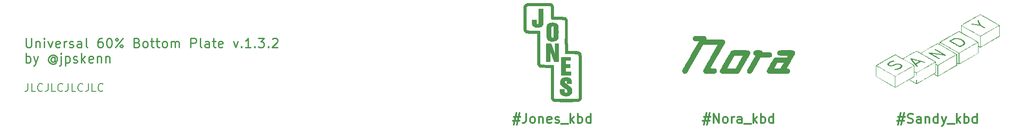
<source format=gto>
%TF.GenerationSoftware,KiCad,Pcbnew,7.0.1-0*%
%TF.CreationDate,2023-05-16T20:35:45+09:00*%
%TF.ProjectId,Sandy_Plate_Bottom,53616e64-795f-4506-9c61-74655f426f74,v.1 (042)*%
%TF.SameCoordinates,Original*%
%TF.FileFunction,Legend,Top*%
%TF.FilePolarity,Positive*%
%FSLAX46Y46*%
G04 Gerber Fmt 4.6, Leading zero omitted, Abs format (unit mm)*
G04 Created by KiCad (PCBNEW 7.0.1-0) date 2023-05-16 20:35:45*
%MOMM*%
%LPD*%
G01*
G04 APERTURE LIST*
%ADD10C,0.240000*%
%ADD11C,0.200000*%
%ADD12C,0.300000*%
%ADD13C,0.010000*%
G04 APERTURE END LIST*
D10*
X70675446Y-64249714D02*
X70675446Y-65706857D01*
X70675446Y-65706857D02*
X70761160Y-65878285D01*
X70761160Y-65878285D02*
X70846875Y-65964000D01*
X70846875Y-65964000D02*
X71018303Y-66049714D01*
X71018303Y-66049714D02*
X71361160Y-66049714D01*
X71361160Y-66049714D02*
X71532589Y-65964000D01*
X71532589Y-65964000D02*
X71618303Y-65878285D01*
X71618303Y-65878285D02*
X71704017Y-65706857D01*
X71704017Y-65706857D02*
X71704017Y-64249714D01*
X72561160Y-64849714D02*
X72561160Y-66049714D01*
X72561160Y-65021142D02*
X72646874Y-64935428D01*
X72646874Y-64935428D02*
X72818303Y-64849714D01*
X72818303Y-64849714D02*
X73075446Y-64849714D01*
X73075446Y-64849714D02*
X73246874Y-64935428D01*
X73246874Y-64935428D02*
X73332589Y-65106857D01*
X73332589Y-65106857D02*
X73332589Y-66049714D01*
X74189731Y-66049714D02*
X74189731Y-64849714D01*
X74189731Y-64249714D02*
X74104017Y-64335428D01*
X74104017Y-64335428D02*
X74189731Y-64421142D01*
X74189731Y-64421142D02*
X74275445Y-64335428D01*
X74275445Y-64335428D02*
X74189731Y-64249714D01*
X74189731Y-64249714D02*
X74189731Y-64421142D01*
X74875445Y-64849714D02*
X75304017Y-66049714D01*
X75304017Y-66049714D02*
X75732588Y-64849714D01*
X77104017Y-65964000D02*
X76932589Y-66049714D01*
X76932589Y-66049714D02*
X76589732Y-66049714D01*
X76589732Y-66049714D02*
X76418303Y-65964000D01*
X76418303Y-65964000D02*
X76332589Y-65792571D01*
X76332589Y-65792571D02*
X76332589Y-65106857D01*
X76332589Y-65106857D02*
X76418303Y-64935428D01*
X76418303Y-64935428D02*
X76589732Y-64849714D01*
X76589732Y-64849714D02*
X76932589Y-64849714D01*
X76932589Y-64849714D02*
X77104017Y-64935428D01*
X77104017Y-64935428D02*
X77189732Y-65106857D01*
X77189732Y-65106857D02*
X77189732Y-65278285D01*
X77189732Y-65278285D02*
X76332589Y-65449714D01*
X77961160Y-66049714D02*
X77961160Y-64849714D01*
X77961160Y-65192571D02*
X78046874Y-65021142D01*
X78046874Y-65021142D02*
X78132589Y-64935428D01*
X78132589Y-64935428D02*
X78304017Y-64849714D01*
X78304017Y-64849714D02*
X78475446Y-64849714D01*
X78989732Y-65964000D02*
X79161160Y-66049714D01*
X79161160Y-66049714D02*
X79504017Y-66049714D01*
X79504017Y-66049714D02*
X79675446Y-65964000D01*
X79675446Y-65964000D02*
X79761160Y-65792571D01*
X79761160Y-65792571D02*
X79761160Y-65706857D01*
X79761160Y-65706857D02*
X79675446Y-65535428D01*
X79675446Y-65535428D02*
X79504017Y-65449714D01*
X79504017Y-65449714D02*
X79246875Y-65449714D01*
X79246875Y-65449714D02*
X79075446Y-65364000D01*
X79075446Y-65364000D02*
X78989732Y-65192571D01*
X78989732Y-65192571D02*
X78989732Y-65106857D01*
X78989732Y-65106857D02*
X79075446Y-64935428D01*
X79075446Y-64935428D02*
X79246875Y-64849714D01*
X79246875Y-64849714D02*
X79504017Y-64849714D01*
X79504017Y-64849714D02*
X79675446Y-64935428D01*
X81304018Y-66049714D02*
X81304018Y-65106857D01*
X81304018Y-65106857D02*
X81218303Y-64935428D01*
X81218303Y-64935428D02*
X81046875Y-64849714D01*
X81046875Y-64849714D02*
X80704018Y-64849714D01*
X80704018Y-64849714D02*
X80532589Y-64935428D01*
X81304018Y-65964000D02*
X81132589Y-66049714D01*
X81132589Y-66049714D02*
X80704018Y-66049714D01*
X80704018Y-66049714D02*
X80532589Y-65964000D01*
X80532589Y-65964000D02*
X80446875Y-65792571D01*
X80446875Y-65792571D02*
X80446875Y-65621142D01*
X80446875Y-65621142D02*
X80532589Y-65449714D01*
X80532589Y-65449714D02*
X80704018Y-65364000D01*
X80704018Y-65364000D02*
X81132589Y-65364000D01*
X81132589Y-65364000D02*
X81304018Y-65278285D01*
X82418303Y-66049714D02*
X82246874Y-65964000D01*
X82246874Y-65964000D02*
X82161160Y-65792571D01*
X82161160Y-65792571D02*
X82161160Y-64249714D01*
X85246875Y-64249714D02*
X84904017Y-64249714D01*
X84904017Y-64249714D02*
X84732589Y-64335428D01*
X84732589Y-64335428D02*
X84646875Y-64421142D01*
X84646875Y-64421142D02*
X84475446Y-64678285D01*
X84475446Y-64678285D02*
X84389732Y-65021142D01*
X84389732Y-65021142D02*
X84389732Y-65706857D01*
X84389732Y-65706857D02*
X84475446Y-65878285D01*
X84475446Y-65878285D02*
X84561160Y-65964000D01*
X84561160Y-65964000D02*
X84732589Y-66049714D01*
X84732589Y-66049714D02*
X85075446Y-66049714D01*
X85075446Y-66049714D02*
X85246875Y-65964000D01*
X85246875Y-65964000D02*
X85332589Y-65878285D01*
X85332589Y-65878285D02*
X85418303Y-65706857D01*
X85418303Y-65706857D02*
X85418303Y-65278285D01*
X85418303Y-65278285D02*
X85332589Y-65106857D01*
X85332589Y-65106857D02*
X85246875Y-65021142D01*
X85246875Y-65021142D02*
X85075446Y-64935428D01*
X85075446Y-64935428D02*
X84732589Y-64935428D01*
X84732589Y-64935428D02*
X84561160Y-65021142D01*
X84561160Y-65021142D02*
X84475446Y-65106857D01*
X84475446Y-65106857D02*
X84389732Y-65278285D01*
X86532589Y-64249714D02*
X86704018Y-64249714D01*
X86704018Y-64249714D02*
X86875446Y-64335428D01*
X86875446Y-64335428D02*
X86961161Y-64421142D01*
X86961161Y-64421142D02*
X87046875Y-64592571D01*
X87046875Y-64592571D02*
X87132589Y-64935428D01*
X87132589Y-64935428D02*
X87132589Y-65364000D01*
X87132589Y-65364000D02*
X87046875Y-65706857D01*
X87046875Y-65706857D02*
X86961161Y-65878285D01*
X86961161Y-65878285D02*
X86875446Y-65964000D01*
X86875446Y-65964000D02*
X86704018Y-66049714D01*
X86704018Y-66049714D02*
X86532589Y-66049714D01*
X86532589Y-66049714D02*
X86361161Y-65964000D01*
X86361161Y-65964000D02*
X86275446Y-65878285D01*
X86275446Y-65878285D02*
X86189732Y-65706857D01*
X86189732Y-65706857D02*
X86104018Y-65364000D01*
X86104018Y-65364000D02*
X86104018Y-64935428D01*
X86104018Y-64935428D02*
X86189732Y-64592571D01*
X86189732Y-64592571D02*
X86275446Y-64421142D01*
X86275446Y-64421142D02*
X86361161Y-64335428D01*
X86361161Y-64335428D02*
X86532589Y-64249714D01*
X87818304Y-66049714D02*
X89189732Y-64249714D01*
X88075447Y-64249714D02*
X88246875Y-64335428D01*
X88246875Y-64335428D02*
X88332589Y-64506857D01*
X88332589Y-64506857D02*
X88246875Y-64678285D01*
X88246875Y-64678285D02*
X88075447Y-64764000D01*
X88075447Y-64764000D02*
X87904018Y-64678285D01*
X87904018Y-64678285D02*
X87818304Y-64506857D01*
X87818304Y-64506857D02*
X87904018Y-64335428D01*
X87904018Y-64335428D02*
X88075447Y-64249714D01*
X89104018Y-65964000D02*
X89189732Y-65792571D01*
X89189732Y-65792571D02*
X89104018Y-65621142D01*
X89104018Y-65621142D02*
X88932589Y-65535428D01*
X88932589Y-65535428D02*
X88761161Y-65621142D01*
X88761161Y-65621142D02*
X88675447Y-65792571D01*
X88675447Y-65792571D02*
X88761161Y-65964000D01*
X88761161Y-65964000D02*
X88932589Y-66049714D01*
X88932589Y-66049714D02*
X89104018Y-65964000D01*
X91932590Y-65106857D02*
X92189733Y-65192571D01*
X92189733Y-65192571D02*
X92275447Y-65278285D01*
X92275447Y-65278285D02*
X92361161Y-65449714D01*
X92361161Y-65449714D02*
X92361161Y-65706857D01*
X92361161Y-65706857D02*
X92275447Y-65878285D01*
X92275447Y-65878285D02*
X92189733Y-65964000D01*
X92189733Y-65964000D02*
X92018304Y-66049714D01*
X92018304Y-66049714D02*
X91332590Y-66049714D01*
X91332590Y-66049714D02*
X91332590Y-64249714D01*
X91332590Y-64249714D02*
X91932590Y-64249714D01*
X91932590Y-64249714D02*
X92104019Y-64335428D01*
X92104019Y-64335428D02*
X92189733Y-64421142D01*
X92189733Y-64421142D02*
X92275447Y-64592571D01*
X92275447Y-64592571D02*
X92275447Y-64764000D01*
X92275447Y-64764000D02*
X92189733Y-64935428D01*
X92189733Y-64935428D02*
X92104019Y-65021142D01*
X92104019Y-65021142D02*
X91932590Y-65106857D01*
X91932590Y-65106857D02*
X91332590Y-65106857D01*
X93389733Y-66049714D02*
X93218304Y-65964000D01*
X93218304Y-65964000D02*
X93132590Y-65878285D01*
X93132590Y-65878285D02*
X93046876Y-65706857D01*
X93046876Y-65706857D02*
X93046876Y-65192571D01*
X93046876Y-65192571D02*
X93132590Y-65021142D01*
X93132590Y-65021142D02*
X93218304Y-64935428D01*
X93218304Y-64935428D02*
X93389733Y-64849714D01*
X93389733Y-64849714D02*
X93646876Y-64849714D01*
X93646876Y-64849714D02*
X93818304Y-64935428D01*
X93818304Y-64935428D02*
X93904019Y-65021142D01*
X93904019Y-65021142D02*
X93989733Y-65192571D01*
X93989733Y-65192571D02*
X93989733Y-65706857D01*
X93989733Y-65706857D02*
X93904019Y-65878285D01*
X93904019Y-65878285D02*
X93818304Y-65964000D01*
X93818304Y-65964000D02*
X93646876Y-66049714D01*
X93646876Y-66049714D02*
X93389733Y-66049714D01*
X94504018Y-64849714D02*
X95189732Y-64849714D01*
X94761161Y-64249714D02*
X94761161Y-65792571D01*
X94761161Y-65792571D02*
X94846875Y-65964000D01*
X94846875Y-65964000D02*
X95018304Y-66049714D01*
X95018304Y-66049714D02*
X95189732Y-66049714D01*
X95532589Y-64849714D02*
X96218303Y-64849714D01*
X95789732Y-64249714D02*
X95789732Y-65792571D01*
X95789732Y-65792571D02*
X95875446Y-65964000D01*
X95875446Y-65964000D02*
X96046875Y-66049714D01*
X96046875Y-66049714D02*
X96218303Y-66049714D01*
X97075446Y-66049714D02*
X96904017Y-65964000D01*
X96904017Y-65964000D02*
X96818303Y-65878285D01*
X96818303Y-65878285D02*
X96732589Y-65706857D01*
X96732589Y-65706857D02*
X96732589Y-65192571D01*
X96732589Y-65192571D02*
X96818303Y-65021142D01*
X96818303Y-65021142D02*
X96904017Y-64935428D01*
X96904017Y-64935428D02*
X97075446Y-64849714D01*
X97075446Y-64849714D02*
X97332589Y-64849714D01*
X97332589Y-64849714D02*
X97504017Y-64935428D01*
X97504017Y-64935428D02*
X97589732Y-65021142D01*
X97589732Y-65021142D02*
X97675446Y-65192571D01*
X97675446Y-65192571D02*
X97675446Y-65706857D01*
X97675446Y-65706857D02*
X97589732Y-65878285D01*
X97589732Y-65878285D02*
X97504017Y-65964000D01*
X97504017Y-65964000D02*
X97332589Y-66049714D01*
X97332589Y-66049714D02*
X97075446Y-66049714D01*
X98446874Y-66049714D02*
X98446874Y-64849714D01*
X98446874Y-65021142D02*
X98532588Y-64935428D01*
X98532588Y-64935428D02*
X98704017Y-64849714D01*
X98704017Y-64849714D02*
X98961160Y-64849714D01*
X98961160Y-64849714D02*
X99132588Y-64935428D01*
X99132588Y-64935428D02*
X99218303Y-65106857D01*
X99218303Y-65106857D02*
X99218303Y-66049714D01*
X99218303Y-65106857D02*
X99304017Y-64935428D01*
X99304017Y-64935428D02*
X99475445Y-64849714D01*
X99475445Y-64849714D02*
X99732588Y-64849714D01*
X99732588Y-64849714D02*
X99904017Y-64935428D01*
X99904017Y-64935428D02*
X99989731Y-65106857D01*
X99989731Y-65106857D02*
X99989731Y-66049714D01*
X102218303Y-66049714D02*
X102218303Y-64249714D01*
X102218303Y-64249714D02*
X102904017Y-64249714D01*
X102904017Y-64249714D02*
X103075446Y-64335428D01*
X103075446Y-64335428D02*
X103161160Y-64421142D01*
X103161160Y-64421142D02*
X103246874Y-64592571D01*
X103246874Y-64592571D02*
X103246874Y-64849714D01*
X103246874Y-64849714D02*
X103161160Y-65021142D01*
X103161160Y-65021142D02*
X103075446Y-65106857D01*
X103075446Y-65106857D02*
X102904017Y-65192571D01*
X102904017Y-65192571D02*
X102218303Y-65192571D01*
X104275446Y-66049714D02*
X104104017Y-65964000D01*
X104104017Y-65964000D02*
X104018303Y-65792571D01*
X104018303Y-65792571D02*
X104018303Y-64249714D01*
X105732589Y-66049714D02*
X105732589Y-65106857D01*
X105732589Y-65106857D02*
X105646874Y-64935428D01*
X105646874Y-64935428D02*
X105475446Y-64849714D01*
X105475446Y-64849714D02*
X105132589Y-64849714D01*
X105132589Y-64849714D02*
X104961160Y-64935428D01*
X105732589Y-65964000D02*
X105561160Y-66049714D01*
X105561160Y-66049714D02*
X105132589Y-66049714D01*
X105132589Y-66049714D02*
X104961160Y-65964000D01*
X104961160Y-65964000D02*
X104875446Y-65792571D01*
X104875446Y-65792571D02*
X104875446Y-65621142D01*
X104875446Y-65621142D02*
X104961160Y-65449714D01*
X104961160Y-65449714D02*
X105132589Y-65364000D01*
X105132589Y-65364000D02*
X105561160Y-65364000D01*
X105561160Y-65364000D02*
X105732589Y-65278285D01*
X106332588Y-64849714D02*
X107018302Y-64849714D01*
X106589731Y-64249714D02*
X106589731Y-65792571D01*
X106589731Y-65792571D02*
X106675445Y-65964000D01*
X106675445Y-65964000D02*
X106846874Y-66049714D01*
X106846874Y-66049714D02*
X107018302Y-66049714D01*
X108304016Y-65964000D02*
X108132588Y-66049714D01*
X108132588Y-66049714D02*
X107789731Y-66049714D01*
X107789731Y-66049714D02*
X107618302Y-65964000D01*
X107618302Y-65964000D02*
X107532588Y-65792571D01*
X107532588Y-65792571D02*
X107532588Y-65106857D01*
X107532588Y-65106857D02*
X107618302Y-64935428D01*
X107618302Y-64935428D02*
X107789731Y-64849714D01*
X107789731Y-64849714D02*
X108132588Y-64849714D01*
X108132588Y-64849714D02*
X108304016Y-64935428D01*
X108304016Y-64935428D02*
X108389731Y-65106857D01*
X108389731Y-65106857D02*
X108389731Y-65278285D01*
X108389731Y-65278285D02*
X107532588Y-65449714D01*
X110361159Y-64849714D02*
X110789731Y-66049714D01*
X110789731Y-66049714D02*
X111218302Y-64849714D01*
X111904017Y-65878285D02*
X111989731Y-65964000D01*
X111989731Y-65964000D02*
X111904017Y-66049714D01*
X111904017Y-66049714D02*
X111818303Y-65964000D01*
X111818303Y-65964000D02*
X111904017Y-65878285D01*
X111904017Y-65878285D02*
X111904017Y-66049714D01*
X113704017Y-66049714D02*
X112675446Y-66049714D01*
X113189731Y-66049714D02*
X113189731Y-64249714D01*
X113189731Y-64249714D02*
X113018303Y-64506857D01*
X113018303Y-64506857D02*
X112846874Y-64678285D01*
X112846874Y-64678285D02*
X112675446Y-64764000D01*
X114475446Y-65878285D02*
X114561160Y-65964000D01*
X114561160Y-65964000D02*
X114475446Y-66049714D01*
X114475446Y-66049714D02*
X114389732Y-65964000D01*
X114389732Y-65964000D02*
X114475446Y-65878285D01*
X114475446Y-65878285D02*
X114475446Y-66049714D01*
X115161160Y-64249714D02*
X116275446Y-64249714D01*
X116275446Y-64249714D02*
X115675446Y-64935428D01*
X115675446Y-64935428D02*
X115932589Y-64935428D01*
X115932589Y-64935428D02*
X116104018Y-65021142D01*
X116104018Y-65021142D02*
X116189732Y-65106857D01*
X116189732Y-65106857D02*
X116275446Y-65278285D01*
X116275446Y-65278285D02*
X116275446Y-65706857D01*
X116275446Y-65706857D02*
X116189732Y-65878285D01*
X116189732Y-65878285D02*
X116104018Y-65964000D01*
X116104018Y-65964000D02*
X115932589Y-66049714D01*
X115932589Y-66049714D02*
X115418303Y-66049714D01*
X115418303Y-66049714D02*
X115246875Y-65964000D01*
X115246875Y-65964000D02*
X115161160Y-65878285D01*
X117046875Y-65878285D02*
X117132589Y-65964000D01*
X117132589Y-65964000D02*
X117046875Y-66049714D01*
X117046875Y-66049714D02*
X116961161Y-65964000D01*
X116961161Y-65964000D02*
X117046875Y-65878285D01*
X117046875Y-65878285D02*
X117046875Y-66049714D01*
X117818304Y-64421142D02*
X117904018Y-64335428D01*
X117904018Y-64335428D02*
X118075447Y-64249714D01*
X118075447Y-64249714D02*
X118504018Y-64249714D01*
X118504018Y-64249714D02*
X118675447Y-64335428D01*
X118675447Y-64335428D02*
X118761161Y-64421142D01*
X118761161Y-64421142D02*
X118846875Y-64592571D01*
X118846875Y-64592571D02*
X118846875Y-64764000D01*
X118846875Y-64764000D02*
X118761161Y-65021142D01*
X118761161Y-65021142D02*
X117732589Y-66049714D01*
X117732589Y-66049714D02*
X118846875Y-66049714D01*
X70675446Y-68965714D02*
X70675446Y-67165714D01*
X70675446Y-67851428D02*
X70846875Y-67765714D01*
X70846875Y-67765714D02*
X71189732Y-67765714D01*
X71189732Y-67765714D02*
X71361160Y-67851428D01*
X71361160Y-67851428D02*
X71446875Y-67937142D01*
X71446875Y-67937142D02*
X71532589Y-68108571D01*
X71532589Y-68108571D02*
X71532589Y-68622857D01*
X71532589Y-68622857D02*
X71446875Y-68794285D01*
X71446875Y-68794285D02*
X71361160Y-68880000D01*
X71361160Y-68880000D02*
X71189732Y-68965714D01*
X71189732Y-68965714D02*
X70846875Y-68965714D01*
X70846875Y-68965714D02*
X70675446Y-68880000D01*
X72132588Y-67765714D02*
X72561160Y-68965714D01*
X72989731Y-67765714D02*
X72561160Y-68965714D01*
X72561160Y-68965714D02*
X72389731Y-69394285D01*
X72389731Y-69394285D02*
X72304017Y-69480000D01*
X72304017Y-69480000D02*
X72132588Y-69565714D01*
X76161161Y-68108571D02*
X76075446Y-68022857D01*
X76075446Y-68022857D02*
X75904018Y-67937142D01*
X75904018Y-67937142D02*
X75732589Y-67937142D01*
X75732589Y-67937142D02*
X75561161Y-68022857D01*
X75561161Y-68022857D02*
X75475446Y-68108571D01*
X75475446Y-68108571D02*
X75389732Y-68280000D01*
X75389732Y-68280000D02*
X75389732Y-68451428D01*
X75389732Y-68451428D02*
X75475446Y-68622857D01*
X75475446Y-68622857D02*
X75561161Y-68708571D01*
X75561161Y-68708571D02*
X75732589Y-68794285D01*
X75732589Y-68794285D02*
X75904018Y-68794285D01*
X75904018Y-68794285D02*
X76075446Y-68708571D01*
X76075446Y-68708571D02*
X76161161Y-68622857D01*
X76161161Y-67937142D02*
X76161161Y-68622857D01*
X76161161Y-68622857D02*
X76246875Y-68708571D01*
X76246875Y-68708571D02*
X76332589Y-68708571D01*
X76332589Y-68708571D02*
X76504018Y-68622857D01*
X76504018Y-68622857D02*
X76589732Y-68451428D01*
X76589732Y-68451428D02*
X76589732Y-68022857D01*
X76589732Y-68022857D02*
X76418304Y-67765714D01*
X76418304Y-67765714D02*
X76161161Y-67594285D01*
X76161161Y-67594285D02*
X75818304Y-67508571D01*
X75818304Y-67508571D02*
X75475446Y-67594285D01*
X75475446Y-67594285D02*
X75218304Y-67765714D01*
X75218304Y-67765714D02*
X75046875Y-68022857D01*
X75046875Y-68022857D02*
X74961161Y-68365714D01*
X74961161Y-68365714D02*
X75046875Y-68708571D01*
X75046875Y-68708571D02*
X75218304Y-68965714D01*
X75218304Y-68965714D02*
X75475446Y-69137142D01*
X75475446Y-69137142D02*
X75818304Y-69222857D01*
X75818304Y-69222857D02*
X76161161Y-69137142D01*
X76161161Y-69137142D02*
X76418304Y-68965714D01*
X77361161Y-67765714D02*
X77361161Y-69308571D01*
X77361161Y-69308571D02*
X77275447Y-69480000D01*
X77275447Y-69480000D02*
X77104018Y-69565714D01*
X77104018Y-69565714D02*
X77018304Y-69565714D01*
X77361161Y-67165714D02*
X77275447Y-67251428D01*
X77275447Y-67251428D02*
X77361161Y-67337142D01*
X77361161Y-67337142D02*
X77446875Y-67251428D01*
X77446875Y-67251428D02*
X77361161Y-67165714D01*
X77361161Y-67165714D02*
X77361161Y-67337142D01*
X78218304Y-67765714D02*
X78218304Y-69565714D01*
X78218304Y-67851428D02*
X78389733Y-67765714D01*
X78389733Y-67765714D02*
X78732590Y-67765714D01*
X78732590Y-67765714D02*
X78904018Y-67851428D01*
X78904018Y-67851428D02*
X78989733Y-67937142D01*
X78989733Y-67937142D02*
X79075447Y-68108571D01*
X79075447Y-68108571D02*
X79075447Y-68622857D01*
X79075447Y-68622857D02*
X78989733Y-68794285D01*
X78989733Y-68794285D02*
X78904018Y-68880000D01*
X78904018Y-68880000D02*
X78732590Y-68965714D01*
X78732590Y-68965714D02*
X78389733Y-68965714D01*
X78389733Y-68965714D02*
X78218304Y-68880000D01*
X79761161Y-68880000D02*
X79932589Y-68965714D01*
X79932589Y-68965714D02*
X80275446Y-68965714D01*
X80275446Y-68965714D02*
X80446875Y-68880000D01*
X80446875Y-68880000D02*
X80532589Y-68708571D01*
X80532589Y-68708571D02*
X80532589Y-68622857D01*
X80532589Y-68622857D02*
X80446875Y-68451428D01*
X80446875Y-68451428D02*
X80275446Y-68365714D01*
X80275446Y-68365714D02*
X80018304Y-68365714D01*
X80018304Y-68365714D02*
X79846875Y-68280000D01*
X79846875Y-68280000D02*
X79761161Y-68108571D01*
X79761161Y-68108571D02*
X79761161Y-68022857D01*
X79761161Y-68022857D02*
X79846875Y-67851428D01*
X79846875Y-67851428D02*
X80018304Y-67765714D01*
X80018304Y-67765714D02*
X80275446Y-67765714D01*
X80275446Y-67765714D02*
X80446875Y-67851428D01*
X81304018Y-68965714D02*
X81304018Y-67165714D01*
X81475447Y-68280000D02*
X81989732Y-68965714D01*
X81989732Y-67765714D02*
X81304018Y-68451428D01*
X83446875Y-68880000D02*
X83275447Y-68965714D01*
X83275447Y-68965714D02*
X82932590Y-68965714D01*
X82932590Y-68965714D02*
X82761161Y-68880000D01*
X82761161Y-68880000D02*
X82675447Y-68708571D01*
X82675447Y-68708571D02*
X82675447Y-68022857D01*
X82675447Y-68022857D02*
X82761161Y-67851428D01*
X82761161Y-67851428D02*
X82932590Y-67765714D01*
X82932590Y-67765714D02*
X83275447Y-67765714D01*
X83275447Y-67765714D02*
X83446875Y-67851428D01*
X83446875Y-67851428D02*
X83532590Y-68022857D01*
X83532590Y-68022857D02*
X83532590Y-68194285D01*
X83532590Y-68194285D02*
X82675447Y-68365714D01*
X84304018Y-67765714D02*
X84304018Y-68965714D01*
X84304018Y-67937142D02*
X84389732Y-67851428D01*
X84389732Y-67851428D02*
X84561161Y-67765714D01*
X84561161Y-67765714D02*
X84818304Y-67765714D01*
X84818304Y-67765714D02*
X84989732Y-67851428D01*
X84989732Y-67851428D02*
X85075447Y-68022857D01*
X85075447Y-68022857D02*
X85075447Y-68965714D01*
X85932589Y-67765714D02*
X85932589Y-68965714D01*
X85932589Y-67937142D02*
X86018303Y-67851428D01*
X86018303Y-67851428D02*
X86189732Y-67765714D01*
X86189732Y-67765714D02*
X86446875Y-67765714D01*
X86446875Y-67765714D02*
X86618303Y-67851428D01*
X86618303Y-67851428D02*
X86704018Y-68022857D01*
X86704018Y-68022857D02*
X86704018Y-68965714D01*
D11*
X71032589Y-73012678D02*
X71032589Y-74084107D01*
X71032589Y-74084107D02*
X70961160Y-74298392D01*
X70961160Y-74298392D02*
X70818303Y-74441250D01*
X70818303Y-74441250D02*
X70604017Y-74512678D01*
X70604017Y-74512678D02*
X70461160Y-74512678D01*
X72461160Y-74512678D02*
X71746874Y-74512678D01*
X71746874Y-74512678D02*
X71746874Y-73012678D01*
X73818303Y-74369821D02*
X73746875Y-74441250D01*
X73746875Y-74441250D02*
X73532589Y-74512678D01*
X73532589Y-74512678D02*
X73389732Y-74512678D01*
X73389732Y-74512678D02*
X73175446Y-74441250D01*
X73175446Y-74441250D02*
X73032589Y-74298392D01*
X73032589Y-74298392D02*
X72961160Y-74155535D01*
X72961160Y-74155535D02*
X72889732Y-73869821D01*
X72889732Y-73869821D02*
X72889732Y-73655535D01*
X72889732Y-73655535D02*
X72961160Y-73369821D01*
X72961160Y-73369821D02*
X73032589Y-73226964D01*
X73032589Y-73226964D02*
X73175446Y-73084107D01*
X73175446Y-73084107D02*
X73389732Y-73012678D01*
X73389732Y-73012678D02*
X73532589Y-73012678D01*
X73532589Y-73012678D02*
X73746875Y-73084107D01*
X73746875Y-73084107D02*
X73818303Y-73155535D01*
X74889732Y-73012678D02*
X74889732Y-74084107D01*
X74889732Y-74084107D02*
X74818303Y-74298392D01*
X74818303Y-74298392D02*
X74675446Y-74441250D01*
X74675446Y-74441250D02*
X74461160Y-74512678D01*
X74461160Y-74512678D02*
X74318303Y-74512678D01*
X76318303Y-74512678D02*
X75604017Y-74512678D01*
X75604017Y-74512678D02*
X75604017Y-73012678D01*
X77675446Y-74369821D02*
X77604018Y-74441250D01*
X77604018Y-74441250D02*
X77389732Y-74512678D01*
X77389732Y-74512678D02*
X77246875Y-74512678D01*
X77246875Y-74512678D02*
X77032589Y-74441250D01*
X77032589Y-74441250D02*
X76889732Y-74298392D01*
X76889732Y-74298392D02*
X76818303Y-74155535D01*
X76818303Y-74155535D02*
X76746875Y-73869821D01*
X76746875Y-73869821D02*
X76746875Y-73655535D01*
X76746875Y-73655535D02*
X76818303Y-73369821D01*
X76818303Y-73369821D02*
X76889732Y-73226964D01*
X76889732Y-73226964D02*
X77032589Y-73084107D01*
X77032589Y-73084107D02*
X77246875Y-73012678D01*
X77246875Y-73012678D02*
X77389732Y-73012678D01*
X77389732Y-73012678D02*
X77604018Y-73084107D01*
X77604018Y-73084107D02*
X77675446Y-73155535D01*
X78746875Y-73012678D02*
X78746875Y-74084107D01*
X78746875Y-74084107D02*
X78675446Y-74298392D01*
X78675446Y-74298392D02*
X78532589Y-74441250D01*
X78532589Y-74441250D02*
X78318303Y-74512678D01*
X78318303Y-74512678D02*
X78175446Y-74512678D01*
X80175446Y-74512678D02*
X79461160Y-74512678D01*
X79461160Y-74512678D02*
X79461160Y-73012678D01*
X81532589Y-74369821D02*
X81461161Y-74441250D01*
X81461161Y-74441250D02*
X81246875Y-74512678D01*
X81246875Y-74512678D02*
X81104018Y-74512678D01*
X81104018Y-74512678D02*
X80889732Y-74441250D01*
X80889732Y-74441250D02*
X80746875Y-74298392D01*
X80746875Y-74298392D02*
X80675446Y-74155535D01*
X80675446Y-74155535D02*
X80604018Y-73869821D01*
X80604018Y-73869821D02*
X80604018Y-73655535D01*
X80604018Y-73655535D02*
X80675446Y-73369821D01*
X80675446Y-73369821D02*
X80746875Y-73226964D01*
X80746875Y-73226964D02*
X80889732Y-73084107D01*
X80889732Y-73084107D02*
X81104018Y-73012678D01*
X81104018Y-73012678D02*
X81246875Y-73012678D01*
X81246875Y-73012678D02*
X81461161Y-73084107D01*
X81461161Y-73084107D02*
X81532589Y-73155535D01*
X82604018Y-73012678D02*
X82604018Y-74084107D01*
X82604018Y-74084107D02*
X82532589Y-74298392D01*
X82532589Y-74298392D02*
X82389732Y-74441250D01*
X82389732Y-74441250D02*
X82175446Y-74512678D01*
X82175446Y-74512678D02*
X82032589Y-74512678D01*
X84032589Y-74512678D02*
X83318303Y-74512678D01*
X83318303Y-74512678D02*
X83318303Y-73012678D01*
X85389732Y-74369821D02*
X85318304Y-74441250D01*
X85318304Y-74441250D02*
X85104018Y-74512678D01*
X85104018Y-74512678D02*
X84961161Y-74512678D01*
X84961161Y-74512678D02*
X84746875Y-74441250D01*
X84746875Y-74441250D02*
X84604018Y-74298392D01*
X84604018Y-74298392D02*
X84532589Y-74155535D01*
X84532589Y-74155535D02*
X84461161Y-73869821D01*
X84461161Y-73869821D02*
X84461161Y-73655535D01*
X84461161Y-73655535D02*
X84532589Y-73369821D01*
X84532589Y-73369821D02*
X84604018Y-73226964D01*
X84604018Y-73226964D02*
X84746875Y-73084107D01*
X84746875Y-73084107D02*
X84961161Y-73012678D01*
X84961161Y-73012678D02*
X85104018Y-73012678D01*
X85104018Y-73012678D02*
X85318304Y-73084107D01*
X85318304Y-73084107D02*
X85389732Y-73155535D01*
D12*
%TO.C,G\u002A\u002A\u002A*%
X200440179Y-79404589D02*
X201725893Y-79404589D01*
X200954464Y-78633160D02*
X200440179Y-80947446D01*
X201554464Y-80176017D02*
X200268750Y-80176017D01*
X201040179Y-80947446D02*
X201554464Y-78633160D01*
X202325893Y-80604589D02*
X202325893Y-78804589D01*
X202325893Y-78804589D02*
X203354464Y-80604589D01*
X203354464Y-80604589D02*
X203354464Y-78804589D01*
X204468750Y-80604589D02*
X204297321Y-80518875D01*
X204297321Y-80518875D02*
X204211607Y-80433160D01*
X204211607Y-80433160D02*
X204125893Y-80261732D01*
X204125893Y-80261732D02*
X204125893Y-79747446D01*
X204125893Y-79747446D02*
X204211607Y-79576017D01*
X204211607Y-79576017D02*
X204297321Y-79490303D01*
X204297321Y-79490303D02*
X204468750Y-79404589D01*
X204468750Y-79404589D02*
X204725893Y-79404589D01*
X204725893Y-79404589D02*
X204897321Y-79490303D01*
X204897321Y-79490303D02*
X204983036Y-79576017D01*
X204983036Y-79576017D02*
X205068750Y-79747446D01*
X205068750Y-79747446D02*
X205068750Y-80261732D01*
X205068750Y-80261732D02*
X204983036Y-80433160D01*
X204983036Y-80433160D02*
X204897321Y-80518875D01*
X204897321Y-80518875D02*
X204725893Y-80604589D01*
X204725893Y-80604589D02*
X204468750Y-80604589D01*
X205840178Y-80604589D02*
X205840178Y-79404589D01*
X205840178Y-79747446D02*
X205925892Y-79576017D01*
X205925892Y-79576017D02*
X206011607Y-79490303D01*
X206011607Y-79490303D02*
X206183035Y-79404589D01*
X206183035Y-79404589D02*
X206354464Y-79404589D01*
X207725893Y-80604589D02*
X207725893Y-79661732D01*
X207725893Y-79661732D02*
X207640178Y-79490303D01*
X207640178Y-79490303D02*
X207468750Y-79404589D01*
X207468750Y-79404589D02*
X207125893Y-79404589D01*
X207125893Y-79404589D02*
X206954464Y-79490303D01*
X207725893Y-80518875D02*
X207554464Y-80604589D01*
X207554464Y-80604589D02*
X207125893Y-80604589D01*
X207125893Y-80604589D02*
X206954464Y-80518875D01*
X206954464Y-80518875D02*
X206868750Y-80347446D01*
X206868750Y-80347446D02*
X206868750Y-80176017D01*
X206868750Y-80176017D02*
X206954464Y-80004589D01*
X206954464Y-80004589D02*
X207125893Y-79918875D01*
X207125893Y-79918875D02*
X207554464Y-79918875D01*
X207554464Y-79918875D02*
X207725893Y-79833160D01*
X208154464Y-80776017D02*
X209525892Y-80776017D01*
X209954464Y-80604589D02*
X209954464Y-78804589D01*
X210125893Y-79918875D02*
X210640178Y-80604589D01*
X210640178Y-79404589D02*
X209954464Y-80090303D01*
X211411607Y-80604589D02*
X211411607Y-78804589D01*
X211411607Y-79490303D02*
X211583036Y-79404589D01*
X211583036Y-79404589D02*
X211925893Y-79404589D01*
X211925893Y-79404589D02*
X212097321Y-79490303D01*
X212097321Y-79490303D02*
X212183036Y-79576017D01*
X212183036Y-79576017D02*
X212268750Y-79747446D01*
X212268750Y-79747446D02*
X212268750Y-80261732D01*
X212268750Y-80261732D02*
X212183036Y-80433160D01*
X212183036Y-80433160D02*
X212097321Y-80518875D01*
X212097321Y-80518875D02*
X211925893Y-80604589D01*
X211925893Y-80604589D02*
X211583036Y-80604589D01*
X211583036Y-80604589D02*
X211411607Y-80518875D01*
X213811607Y-80604589D02*
X213811607Y-78804589D01*
X213811607Y-80518875D02*
X213640178Y-80604589D01*
X213640178Y-80604589D02*
X213297321Y-80604589D01*
X213297321Y-80604589D02*
X213125892Y-80518875D01*
X213125892Y-80518875D02*
X213040178Y-80433160D01*
X213040178Y-80433160D02*
X212954464Y-80261732D01*
X212954464Y-80261732D02*
X212954464Y-79747446D01*
X212954464Y-79747446D02*
X213040178Y-79576017D01*
X213040178Y-79576017D02*
X213125892Y-79490303D01*
X213125892Y-79490303D02*
X213297321Y-79404589D01*
X213297321Y-79404589D02*
X213640178Y-79404589D01*
X213640178Y-79404589D02*
X213811607Y-79490303D01*
X164035715Y-79404589D02*
X165321429Y-79404589D01*
X164550000Y-78633160D02*
X164035715Y-80947446D01*
X165150000Y-80176017D02*
X163864286Y-80176017D01*
X164635715Y-80947446D02*
X165150000Y-78633160D01*
X166435715Y-78804589D02*
X166435715Y-80090303D01*
X166435715Y-80090303D02*
X166350000Y-80347446D01*
X166350000Y-80347446D02*
X166178572Y-80518875D01*
X166178572Y-80518875D02*
X165921429Y-80604589D01*
X165921429Y-80604589D02*
X165750000Y-80604589D01*
X167550001Y-80604589D02*
X167378572Y-80518875D01*
X167378572Y-80518875D02*
X167292858Y-80433160D01*
X167292858Y-80433160D02*
X167207144Y-80261732D01*
X167207144Y-80261732D02*
X167207144Y-79747446D01*
X167207144Y-79747446D02*
X167292858Y-79576017D01*
X167292858Y-79576017D02*
X167378572Y-79490303D01*
X167378572Y-79490303D02*
X167550001Y-79404589D01*
X167550001Y-79404589D02*
X167807144Y-79404589D01*
X167807144Y-79404589D02*
X167978572Y-79490303D01*
X167978572Y-79490303D02*
X168064287Y-79576017D01*
X168064287Y-79576017D02*
X168150001Y-79747446D01*
X168150001Y-79747446D02*
X168150001Y-80261732D01*
X168150001Y-80261732D02*
X168064287Y-80433160D01*
X168064287Y-80433160D02*
X167978572Y-80518875D01*
X167978572Y-80518875D02*
X167807144Y-80604589D01*
X167807144Y-80604589D02*
X167550001Y-80604589D01*
X168921429Y-79404589D02*
X168921429Y-80604589D01*
X168921429Y-79576017D02*
X169007143Y-79490303D01*
X169007143Y-79490303D02*
X169178572Y-79404589D01*
X169178572Y-79404589D02*
X169435715Y-79404589D01*
X169435715Y-79404589D02*
X169607143Y-79490303D01*
X169607143Y-79490303D02*
X169692858Y-79661732D01*
X169692858Y-79661732D02*
X169692858Y-80604589D01*
X171235714Y-80518875D02*
X171064286Y-80604589D01*
X171064286Y-80604589D02*
X170721429Y-80604589D01*
X170721429Y-80604589D02*
X170550000Y-80518875D01*
X170550000Y-80518875D02*
X170464286Y-80347446D01*
X170464286Y-80347446D02*
X170464286Y-79661732D01*
X170464286Y-79661732D02*
X170550000Y-79490303D01*
X170550000Y-79490303D02*
X170721429Y-79404589D01*
X170721429Y-79404589D02*
X171064286Y-79404589D01*
X171064286Y-79404589D02*
X171235714Y-79490303D01*
X171235714Y-79490303D02*
X171321429Y-79661732D01*
X171321429Y-79661732D02*
X171321429Y-79833160D01*
X171321429Y-79833160D02*
X170464286Y-80004589D01*
X172007143Y-80518875D02*
X172178571Y-80604589D01*
X172178571Y-80604589D02*
X172521428Y-80604589D01*
X172521428Y-80604589D02*
X172692857Y-80518875D01*
X172692857Y-80518875D02*
X172778571Y-80347446D01*
X172778571Y-80347446D02*
X172778571Y-80261732D01*
X172778571Y-80261732D02*
X172692857Y-80090303D01*
X172692857Y-80090303D02*
X172521428Y-80004589D01*
X172521428Y-80004589D02*
X172264286Y-80004589D01*
X172264286Y-80004589D02*
X172092857Y-79918875D01*
X172092857Y-79918875D02*
X172007143Y-79747446D01*
X172007143Y-79747446D02*
X172007143Y-79661732D01*
X172007143Y-79661732D02*
X172092857Y-79490303D01*
X172092857Y-79490303D02*
X172264286Y-79404589D01*
X172264286Y-79404589D02*
X172521428Y-79404589D01*
X172521428Y-79404589D02*
X172692857Y-79490303D01*
X173121429Y-80776017D02*
X174492857Y-80776017D01*
X174921429Y-80604589D02*
X174921429Y-78804589D01*
X175092858Y-79918875D02*
X175607143Y-80604589D01*
X175607143Y-79404589D02*
X174921429Y-80090303D01*
X176378572Y-80604589D02*
X176378572Y-78804589D01*
X176378572Y-79490303D02*
X176550001Y-79404589D01*
X176550001Y-79404589D02*
X176892858Y-79404589D01*
X176892858Y-79404589D02*
X177064286Y-79490303D01*
X177064286Y-79490303D02*
X177150001Y-79576017D01*
X177150001Y-79576017D02*
X177235715Y-79747446D01*
X177235715Y-79747446D02*
X177235715Y-80261732D01*
X177235715Y-80261732D02*
X177150001Y-80433160D01*
X177150001Y-80433160D02*
X177064286Y-80518875D01*
X177064286Y-80518875D02*
X176892858Y-80604589D01*
X176892858Y-80604589D02*
X176550001Y-80604589D01*
X176550001Y-80604589D02*
X176378572Y-80518875D01*
X178778572Y-80604589D02*
X178778572Y-78804589D01*
X178778572Y-80518875D02*
X178607143Y-80604589D01*
X178607143Y-80604589D02*
X178264286Y-80604589D01*
X178264286Y-80604589D02*
X178092857Y-80518875D01*
X178092857Y-80518875D02*
X178007143Y-80433160D01*
X178007143Y-80433160D02*
X177921429Y-80261732D01*
X177921429Y-80261732D02*
X177921429Y-79747446D01*
X177921429Y-79747446D02*
X178007143Y-79576017D01*
X178007143Y-79576017D02*
X178092857Y-79490303D01*
X178092857Y-79490303D02*
X178264286Y-79404589D01*
X178264286Y-79404589D02*
X178607143Y-79404589D01*
X178607143Y-79404589D02*
X178778572Y-79490303D01*
X237683036Y-79404589D02*
X238968750Y-79404589D01*
X238197321Y-78633160D02*
X237683036Y-80947446D01*
X238797321Y-80176017D02*
X237511607Y-80176017D01*
X238283036Y-80947446D02*
X238797321Y-78633160D01*
X239483036Y-80518875D02*
X239740179Y-80604589D01*
X239740179Y-80604589D02*
X240168750Y-80604589D01*
X240168750Y-80604589D02*
X240340179Y-80518875D01*
X240340179Y-80518875D02*
X240425893Y-80433160D01*
X240425893Y-80433160D02*
X240511607Y-80261732D01*
X240511607Y-80261732D02*
X240511607Y-80090303D01*
X240511607Y-80090303D02*
X240425893Y-79918875D01*
X240425893Y-79918875D02*
X240340179Y-79833160D01*
X240340179Y-79833160D02*
X240168750Y-79747446D01*
X240168750Y-79747446D02*
X239825893Y-79661732D01*
X239825893Y-79661732D02*
X239654464Y-79576017D01*
X239654464Y-79576017D02*
X239568750Y-79490303D01*
X239568750Y-79490303D02*
X239483036Y-79318875D01*
X239483036Y-79318875D02*
X239483036Y-79147446D01*
X239483036Y-79147446D02*
X239568750Y-78976017D01*
X239568750Y-78976017D02*
X239654464Y-78890303D01*
X239654464Y-78890303D02*
X239825893Y-78804589D01*
X239825893Y-78804589D02*
X240254464Y-78804589D01*
X240254464Y-78804589D02*
X240511607Y-78890303D01*
X242054465Y-80604589D02*
X242054465Y-79661732D01*
X242054465Y-79661732D02*
X241968750Y-79490303D01*
X241968750Y-79490303D02*
X241797322Y-79404589D01*
X241797322Y-79404589D02*
X241454465Y-79404589D01*
X241454465Y-79404589D02*
X241283036Y-79490303D01*
X242054465Y-80518875D02*
X241883036Y-80604589D01*
X241883036Y-80604589D02*
X241454465Y-80604589D01*
X241454465Y-80604589D02*
X241283036Y-80518875D01*
X241283036Y-80518875D02*
X241197322Y-80347446D01*
X241197322Y-80347446D02*
X241197322Y-80176017D01*
X241197322Y-80176017D02*
X241283036Y-80004589D01*
X241283036Y-80004589D02*
X241454465Y-79918875D01*
X241454465Y-79918875D02*
X241883036Y-79918875D01*
X241883036Y-79918875D02*
X242054465Y-79833160D01*
X242911607Y-79404589D02*
X242911607Y-80604589D01*
X242911607Y-79576017D02*
X242997321Y-79490303D01*
X242997321Y-79490303D02*
X243168750Y-79404589D01*
X243168750Y-79404589D02*
X243425893Y-79404589D01*
X243425893Y-79404589D02*
X243597321Y-79490303D01*
X243597321Y-79490303D02*
X243683036Y-79661732D01*
X243683036Y-79661732D02*
X243683036Y-80604589D01*
X245311607Y-80604589D02*
X245311607Y-78804589D01*
X245311607Y-80518875D02*
X245140178Y-80604589D01*
X245140178Y-80604589D02*
X244797321Y-80604589D01*
X244797321Y-80604589D02*
X244625892Y-80518875D01*
X244625892Y-80518875D02*
X244540178Y-80433160D01*
X244540178Y-80433160D02*
X244454464Y-80261732D01*
X244454464Y-80261732D02*
X244454464Y-79747446D01*
X244454464Y-79747446D02*
X244540178Y-79576017D01*
X244540178Y-79576017D02*
X244625892Y-79490303D01*
X244625892Y-79490303D02*
X244797321Y-79404589D01*
X244797321Y-79404589D02*
X245140178Y-79404589D01*
X245140178Y-79404589D02*
X245311607Y-79490303D01*
X245997320Y-79404589D02*
X246425892Y-80604589D01*
X246854463Y-79404589D02*
X246425892Y-80604589D01*
X246425892Y-80604589D02*
X246254463Y-81033160D01*
X246254463Y-81033160D02*
X246168749Y-81118875D01*
X246168749Y-81118875D02*
X245997320Y-81204589D01*
X247111607Y-80776017D02*
X248483035Y-80776017D01*
X248911607Y-80604589D02*
X248911607Y-78804589D01*
X249083036Y-79918875D02*
X249597321Y-80604589D01*
X249597321Y-79404589D02*
X248911607Y-80090303D01*
X250368750Y-80604589D02*
X250368750Y-78804589D01*
X250368750Y-79490303D02*
X250540179Y-79404589D01*
X250540179Y-79404589D02*
X250883036Y-79404589D01*
X250883036Y-79404589D02*
X251054464Y-79490303D01*
X251054464Y-79490303D02*
X251140179Y-79576017D01*
X251140179Y-79576017D02*
X251225893Y-79747446D01*
X251225893Y-79747446D02*
X251225893Y-80261732D01*
X251225893Y-80261732D02*
X251140179Y-80433160D01*
X251140179Y-80433160D02*
X251054464Y-80518875D01*
X251054464Y-80518875D02*
X250883036Y-80604589D01*
X250883036Y-80604589D02*
X250540179Y-80604589D01*
X250540179Y-80604589D02*
X250368750Y-80518875D01*
X252768750Y-80604589D02*
X252768750Y-78804589D01*
X252768750Y-80518875D02*
X252597321Y-80604589D01*
X252597321Y-80604589D02*
X252254464Y-80604589D01*
X252254464Y-80604589D02*
X252083035Y-80518875D01*
X252083035Y-80518875D02*
X251997321Y-80433160D01*
X251997321Y-80433160D02*
X251911607Y-80261732D01*
X251911607Y-80261732D02*
X251911607Y-79747446D01*
X251911607Y-79747446D02*
X251997321Y-79576017D01*
X251997321Y-79576017D02*
X252083035Y-79490303D01*
X252083035Y-79490303D02*
X252254464Y-79404589D01*
X252254464Y-79404589D02*
X252597321Y-79404589D01*
X252597321Y-79404589D02*
X252768750Y-79490303D01*
G36*
X211015099Y-66579635D02*
G01*
X211142217Y-66581052D01*
X211239202Y-66583891D01*
X211312151Y-66588543D01*
X211367161Y-66595401D01*
X211410330Y-66604854D01*
X211447756Y-66617295D01*
X211448362Y-66617529D01*
X211536622Y-66667105D01*
X211624114Y-66741754D01*
X211695508Y-66827057D01*
X211723952Y-66876720D01*
X211747545Y-66928500D01*
X212453911Y-66928500D01*
X212652977Y-66928788D01*
X212814194Y-66929776D01*
X212942039Y-66931648D01*
X213040993Y-66934590D01*
X213115535Y-66938787D01*
X213170145Y-66944425D01*
X213209302Y-66951688D01*
X213237486Y-66960761D01*
X213237832Y-66960905D01*
X213369276Y-67036329D01*
X213467795Y-67137787D01*
X213531715Y-67262754D01*
X213559361Y-67408709D01*
X213560412Y-67447084D01*
X213542857Y-67592252D01*
X213489193Y-67717616D01*
X213403125Y-67823142D01*
X213368326Y-67855907D01*
X213334653Y-67883224D01*
X213298056Y-67905591D01*
X213254484Y-67923507D01*
X213199884Y-67937471D01*
X213130206Y-67947983D01*
X213041397Y-67955540D01*
X212929407Y-67960643D01*
X212790184Y-67963790D01*
X212619675Y-67965479D01*
X212413831Y-67966211D01*
X212239688Y-67966426D01*
X211349167Y-67967186D01*
X210523667Y-69409908D01*
X210392417Y-69638836D01*
X210266051Y-69858364D01*
X210146306Y-70065527D01*
X210034922Y-70257356D01*
X209933637Y-70430883D01*
X209844188Y-70583143D01*
X209768316Y-70711167D01*
X209707758Y-70811988D01*
X209664253Y-70882640D01*
X209639540Y-70920153D01*
X209636671Y-70923812D01*
X209539348Y-71006259D01*
X209418136Y-71063185D01*
X209284959Y-71091636D01*
X209151743Y-71088661D01*
X209063400Y-71065747D01*
X208968432Y-71012685D01*
X208876420Y-70932528D01*
X208801720Y-70838948D01*
X208775358Y-70791417D01*
X208746856Y-70694396D01*
X208737198Y-70578824D01*
X208746957Y-70464338D01*
X208763973Y-70399834D01*
X208778775Y-70369684D01*
X208813024Y-70305952D01*
X208864987Y-70211712D01*
X208932929Y-70090034D01*
X209015118Y-69943992D01*
X209109818Y-69776657D01*
X209215297Y-69591102D01*
X209329821Y-69390399D01*
X209451656Y-69177620D01*
X209567377Y-68976159D01*
X209693374Y-68757020D01*
X209813024Y-68548693D01*
X209924678Y-68354067D01*
X210026686Y-68176027D01*
X210117396Y-68017463D01*
X210195159Y-67881261D01*
X210258324Y-67770307D01*
X210305242Y-67687490D01*
X210334261Y-67635697D01*
X210343750Y-67617842D01*
X210325822Y-67606339D01*
X210281313Y-67588666D01*
X210266900Y-67583754D01*
X210176446Y-67537086D01*
X210087251Y-67462752D01*
X210012938Y-67373575D01*
X209978409Y-67312246D01*
X209940235Y-67176763D01*
X209939821Y-67036589D01*
X209975192Y-66901069D01*
X210044373Y-66779553D01*
X210104759Y-66714096D01*
X210151459Y-66674270D01*
X210196610Y-66643132D01*
X210246088Y-66619621D01*
X210305766Y-66602676D01*
X210381522Y-66591237D01*
X210479228Y-66584244D01*
X210604762Y-66580636D01*
X210763997Y-66579352D01*
X210851750Y-66579250D01*
X211015099Y-66579635D01*
G37*
G36*
X203748266Y-70052336D02*
G01*
X203829825Y-69908823D01*
X203923755Y-69744323D01*
X204028248Y-69561955D01*
X204141498Y-69364840D01*
X204261694Y-69156098D01*
X204387029Y-68938848D01*
X204515695Y-68716211D01*
X204645883Y-68491307D01*
X204775786Y-68267256D01*
X204903594Y-68047177D01*
X205027501Y-67834192D01*
X205145697Y-67631420D01*
X205256374Y-67441980D01*
X205357724Y-67268994D01*
X205447939Y-67115580D01*
X205525210Y-66984860D01*
X205587730Y-66879953D01*
X205633690Y-66803979D01*
X205661282Y-66760059D01*
X205667585Y-66751141D01*
X205731569Y-66690276D01*
X205808686Y-66637009D01*
X205833449Y-66624141D01*
X205852718Y-66615556D01*
X205872804Y-66608142D01*
X205896783Y-66601812D01*
X205927736Y-66596482D01*
X205968740Y-66592065D01*
X206022873Y-66588476D01*
X206093215Y-66585628D01*
X206182844Y-66583436D01*
X206294838Y-66581815D01*
X206432276Y-66580677D01*
X206598236Y-66579938D01*
X206795797Y-66579512D01*
X207028037Y-66579312D01*
X207298034Y-66579253D01*
X207443917Y-66579250D01*
X207743721Y-66579220D01*
X208004218Y-66579296D01*
X208228430Y-66579730D01*
X208419383Y-66580774D01*
X208580101Y-66582680D01*
X208713609Y-66585698D01*
X208822931Y-66590082D01*
X208911092Y-66596081D01*
X208981117Y-66603949D01*
X209036029Y-66613936D01*
X209078854Y-66626294D01*
X209112617Y-66641275D01*
X209140341Y-66659131D01*
X209165051Y-66680112D01*
X209189772Y-66704471D01*
X209211309Y-66726278D01*
X209296488Y-66838450D01*
X209349692Y-66967627D01*
X209368553Y-67103944D01*
X209350704Y-67237530D01*
X209341034Y-67267167D01*
X209327071Y-67294990D01*
X209293726Y-67356348D01*
X209242788Y-67448115D01*
X209176046Y-67567168D01*
X209095290Y-67710383D01*
X209002308Y-67874633D01*
X208898891Y-68056796D01*
X208786827Y-68253746D01*
X208667905Y-68462359D01*
X208543915Y-68679510D01*
X208416646Y-68902076D01*
X208287887Y-69126931D01*
X208159428Y-69350951D01*
X208033058Y-69571011D01*
X207910565Y-69783987D01*
X207793740Y-69986755D01*
X207684371Y-70176189D01*
X207584248Y-70349166D01*
X207495159Y-70502561D01*
X207418895Y-70633250D01*
X207357244Y-70738107D01*
X207311996Y-70814009D01*
X207284940Y-70857830D01*
X207284206Y-70858955D01*
X207200670Y-70959248D01*
X207111157Y-71028289D01*
X207010000Y-71087750D01*
X205475417Y-71092865D01*
X205183687Y-71093813D01*
X204931237Y-71094526D01*
X204715017Y-71094932D01*
X204531972Y-71094961D01*
X204379052Y-71094540D01*
X204253203Y-71093597D01*
X204151373Y-71092061D01*
X204070511Y-71089860D01*
X204007564Y-71086922D01*
X203959479Y-71083176D01*
X203923204Y-71078550D01*
X203895688Y-71072972D01*
X203873877Y-71066371D01*
X203854720Y-71058674D01*
X203845583Y-71054576D01*
X203715537Y-70976475D01*
X203621801Y-70876731D01*
X203563681Y-70754270D01*
X203540486Y-70608015D01*
X203539966Y-70579750D01*
X203543995Y-70484197D01*
X203558949Y-70410484D01*
X203589232Y-70338622D01*
X203595905Y-70325750D01*
X203629498Y-70263920D01*
X203680888Y-70171742D01*
X203743283Y-70061167D01*
X204949965Y-70061167D01*
X206544352Y-70061167D01*
X207179343Y-68956262D01*
X207295462Y-68754196D01*
X207407066Y-68559955D01*
X207512058Y-68377195D01*
X207608340Y-68209568D01*
X207693812Y-68060728D01*
X207766378Y-67934329D01*
X207823938Y-67834024D01*
X207864395Y-67763467D01*
X207884495Y-67728340D01*
X207954656Y-67605322D01*
X207154556Y-67610869D01*
X206354456Y-67616417D01*
X206014026Y-68209084D01*
X205911783Y-68387076D01*
X205795099Y-68590195D01*
X205670626Y-68806865D01*
X205545016Y-69025507D01*
X205424919Y-69234544D01*
X205316986Y-69422398D01*
X205311780Y-69431459D01*
X204949965Y-70061167D01*
X203743283Y-70061167D01*
X203748266Y-70052336D01*
G37*
G36*
X212767005Y-70041099D02*
G01*
X213966778Y-70041099D01*
X213985171Y-70047140D01*
X214042948Y-70052233D01*
X214137168Y-70056277D01*
X214264890Y-70059171D01*
X214423173Y-70060815D01*
X214552417Y-70061167D01*
X215145113Y-70061167D01*
X215403852Y-69611375D01*
X215478920Y-69480889D01*
X215549844Y-69357630D01*
X215612955Y-69247972D01*
X215664584Y-69158289D01*
X215701063Y-69094955D01*
X215714515Y-69071625D01*
X215766439Y-68981667D01*
X215166469Y-68982484D01*
X214566500Y-68983300D01*
X214270167Y-69502165D01*
X214193208Y-69637179D01*
X214123189Y-69760525D01*
X214062847Y-69867336D01*
X214014924Y-69952745D01*
X213982159Y-70011885D01*
X213967293Y-70039889D01*
X213966778Y-70041099D01*
X212767005Y-70041099D01*
X212788911Y-70000895D01*
X212876955Y-69841429D01*
X212972764Y-69669657D01*
X213074046Y-69489605D01*
X213178510Y-69305299D01*
X213283864Y-69120764D01*
X213387819Y-68940027D01*
X213488081Y-68767113D01*
X213582361Y-68606048D01*
X213668366Y-68460858D01*
X213743806Y-68335568D01*
X213806390Y-68234204D01*
X213853826Y-68160793D01*
X213883823Y-68119359D01*
X213886390Y-68116458D01*
X213948667Y-68062004D01*
X214024174Y-68012332D01*
X214047917Y-68000041D01*
X214070098Y-67990107D01*
X214093481Y-67981728D01*
X214121739Y-67974748D01*
X214158541Y-67969011D01*
X214207559Y-67964362D01*
X214272463Y-67960646D01*
X214356926Y-67957707D01*
X214464618Y-67955389D01*
X214599210Y-67953537D01*
X214764372Y-67951996D01*
X214963777Y-67950610D01*
X215201095Y-67949223D01*
X215254476Y-67948926D01*
X216365786Y-67942768D01*
X216450393Y-67790303D01*
X216490374Y-67717879D01*
X216522071Y-67659760D01*
X216540115Y-67625813D01*
X216542055Y-67621836D01*
X216523260Y-67618271D01*
X216466655Y-67614973D01*
X216376765Y-67612030D01*
X216258115Y-67609536D01*
X216115228Y-67607581D01*
X215952628Y-67606256D01*
X215774839Y-67605653D01*
X215737722Y-67605627D01*
X215531133Y-67605531D01*
X215362401Y-67605196D01*
X215227051Y-67604375D01*
X215120607Y-67602822D01*
X215038593Y-67600290D01*
X214976532Y-67596532D01*
X214929950Y-67591303D01*
X214894370Y-67584356D01*
X214865317Y-67575444D01*
X214838314Y-67564320D01*
X214818023Y-67554988D01*
X214702373Y-67480518D01*
X214617205Y-67383383D01*
X214562285Y-67270049D01*
X214537378Y-67146982D01*
X214542249Y-67020645D01*
X214576662Y-66897506D01*
X214640384Y-66784029D01*
X214733179Y-66686679D01*
X214852250Y-66613084D01*
X214871395Y-66606079D01*
X214897942Y-66600096D01*
X214935105Y-66595057D01*
X214986097Y-66590884D01*
X215054133Y-66587498D01*
X215142427Y-66584821D01*
X215254193Y-66582774D01*
X215392645Y-66581280D01*
X215560997Y-66580258D01*
X215762463Y-66579632D01*
X216000258Y-66579323D01*
X216238667Y-66579250D01*
X216508609Y-66579319D01*
X216739553Y-66579586D01*
X216934836Y-66580142D01*
X217097793Y-66581078D01*
X217231760Y-66582483D01*
X217340071Y-66584448D01*
X217426064Y-66587063D01*
X217493073Y-66590420D01*
X217544435Y-66594608D01*
X217583485Y-66599718D01*
X217613558Y-66605841D01*
X217637991Y-66613066D01*
X217650196Y-66617529D01*
X217745832Y-66671900D01*
X217836775Y-66753781D01*
X217909080Y-66849372D01*
X217934057Y-66898408D01*
X217956193Y-66986735D01*
X217962540Y-67095226D01*
X217953093Y-67204769D01*
X217934137Y-67280381D01*
X217918884Y-67311879D01*
X217884178Y-67376919D01*
X217831765Y-67472398D01*
X217763393Y-67595215D01*
X217680807Y-67742268D01*
X217585757Y-67910457D01*
X217479987Y-68096679D01*
X217365246Y-68297834D01*
X217243280Y-68510819D01*
X217130825Y-68706500D01*
X216357127Y-70050584D01*
X216477813Y-70063791D01*
X216585858Y-70080539D01*
X216668505Y-70108083D01*
X216742556Y-70153852D01*
X216808442Y-70210004D01*
X216897259Y-70317919D01*
X216950337Y-70439691D01*
X216968865Y-70568473D01*
X216954029Y-70697418D01*
X216907016Y-70819679D01*
X216829013Y-70928407D01*
X216721206Y-71016755D01*
X216663177Y-71048090D01*
X216556167Y-71097920D01*
X214757000Y-71097198D01*
X214426865Y-71096951D01*
X214136600Y-71096467D01*
X213883744Y-71095707D01*
X213665835Y-71094633D01*
X213480410Y-71093208D01*
X213325007Y-71091393D01*
X213197165Y-71089151D01*
X213094420Y-71086442D01*
X213014311Y-71083229D01*
X212954376Y-71079475D01*
X212912153Y-71075140D01*
X212885179Y-71070186D01*
X212878415Y-71068134D01*
X212750837Y-71001815D01*
X212649131Y-70906786D01*
X212577111Y-70789862D01*
X212538589Y-70657861D01*
X212537379Y-70517597D01*
X212545347Y-70472739D01*
X212560201Y-70435188D01*
X212594276Y-70365202D01*
X212645280Y-70266808D01*
X212710922Y-70144030D01*
X212767005Y-70041099D01*
G37*
G36*
X199653062Y-63795952D02*
G01*
X199904144Y-63796583D01*
X200120059Y-63798384D01*
X200299474Y-63801323D01*
X200441056Y-63805368D01*
X200543470Y-63810486D01*
X200605385Y-63816646D01*
X200617667Y-63819157D01*
X200703989Y-63861365D01*
X200801058Y-63943564D01*
X200810509Y-63953127D01*
X200901259Y-64069902D01*
X200951582Y-64195053D01*
X200963270Y-64333882D01*
X200958163Y-64389770D01*
X200944393Y-64493568D01*
X202581868Y-64499242D01*
X204219343Y-64504917D01*
X204322945Y-64568976D01*
X204428296Y-64657335D01*
X204506254Y-64770513D01*
X204553424Y-64899397D01*
X204566408Y-65034871D01*
X204543822Y-65161874D01*
X204530207Y-65189719D01*
X204496725Y-65252005D01*
X204444647Y-65346492D01*
X204375242Y-65470940D01*
X204289777Y-65623109D01*
X204189523Y-65800761D01*
X204075749Y-66001654D01*
X203949722Y-66223550D01*
X203812713Y-66464208D01*
X203665990Y-66721389D01*
X203510821Y-66992854D01*
X203348477Y-67276362D01*
X203180226Y-67569674D01*
X203136448Y-67645908D01*
X201755265Y-70050584D01*
X202183057Y-70061167D01*
X202610848Y-70071750D01*
X202714580Y-70135943D01*
X202826997Y-70224632D01*
X202902187Y-70330748D01*
X202943356Y-70459602D01*
X202951845Y-70529281D01*
X202948457Y-70676331D01*
X202913675Y-70799748D01*
X202845185Y-70906664D01*
X202820613Y-70933626D01*
X202785973Y-70969118D01*
X202754398Y-70998692D01*
X202721823Y-71022914D01*
X202684182Y-71042351D01*
X202637411Y-71057570D01*
X202577445Y-71069137D01*
X202500218Y-71077621D01*
X202401666Y-71083586D01*
X202277725Y-71087601D01*
X202124328Y-71090233D01*
X201937411Y-71092047D01*
X201712910Y-71093610D01*
X201671308Y-71093888D01*
X201450485Y-71095320D01*
X201267831Y-71096267D01*
X201119180Y-71096569D01*
X201000371Y-71096060D01*
X200907238Y-71094580D01*
X200835618Y-71091964D01*
X200781348Y-71088049D01*
X200740262Y-71082674D01*
X200708198Y-71075675D01*
X200680991Y-71066888D01*
X200654478Y-71056152D01*
X200649219Y-71053897D01*
X200526953Y-70980089D01*
X200431643Y-70879377D01*
X200366531Y-70759034D01*
X200334858Y-70626335D01*
X200339865Y-70488555D01*
X200361349Y-70407786D01*
X200375379Y-70379581D01*
X200409267Y-70316946D01*
X200461739Y-70222130D01*
X200531517Y-70097382D01*
X200617326Y-69944953D01*
X200717888Y-69767092D01*
X200831928Y-69566047D01*
X200958170Y-69344070D01*
X201095336Y-69103408D01*
X201242151Y-68846311D01*
X201397337Y-68575029D01*
X201559620Y-68291812D01*
X201727722Y-67998908D01*
X201765058Y-67933917D01*
X203139333Y-65542084D01*
X201752409Y-65536638D01*
X201463935Y-65535665D01*
X201215211Y-65535201D01*
X201003657Y-65535283D01*
X200826692Y-65535950D01*
X200681736Y-65537242D01*
X200566208Y-65539197D01*
X200477528Y-65541853D01*
X200413114Y-65545250D01*
X200370388Y-65549426D01*
X200346768Y-65554419D01*
X200340711Y-65557805D01*
X200327455Y-65578978D01*
X200294358Y-65634809D01*
X200242617Y-65723222D01*
X200173430Y-65842140D01*
X200087996Y-65989487D01*
X199987513Y-66163186D01*
X199873180Y-66361161D01*
X199746195Y-66581337D01*
X199607756Y-66821635D01*
X199459061Y-67079980D01*
X199301310Y-67354296D01*
X199135700Y-67642507D01*
X198963429Y-67942535D01*
X198798346Y-68230250D01*
X198620452Y-68540133D01*
X198447705Y-68840535D01*
X198281334Y-69129343D01*
X198122568Y-69404443D01*
X197972636Y-69663724D01*
X197832768Y-69905071D01*
X197704192Y-70126373D01*
X197588137Y-70325517D01*
X197485833Y-70500389D01*
X197398509Y-70648878D01*
X197327394Y-70768870D01*
X197273717Y-70858252D01*
X197238707Y-70914911D01*
X197224128Y-70936230D01*
X197166811Y-70985972D01*
X197097689Y-71031908D01*
X197084365Y-71039120D01*
X197003969Y-71067976D01*
X196905075Y-71086244D01*
X196805703Y-71091954D01*
X196723868Y-71083135D01*
X196712279Y-71079816D01*
X196577859Y-71016123D01*
X196469379Y-70925118D01*
X196390068Y-70812974D01*
X196343154Y-70685864D01*
X196331868Y-70549961D01*
X196359437Y-70411435D01*
X196360725Y-70407786D01*
X196374502Y-70380238D01*
X196408215Y-70318090D01*
X196460679Y-70223431D01*
X196530707Y-70098347D01*
X196617115Y-69944928D01*
X196718716Y-69765260D01*
X196834325Y-69561432D01*
X196962754Y-69335531D01*
X197102820Y-69089646D01*
X197253334Y-68825863D01*
X197413113Y-68546271D01*
X197580970Y-68252958D01*
X197755719Y-67948010D01*
X197936174Y-67633517D01*
X197967264Y-67579375D01*
X199544494Y-64833000D01*
X199139164Y-64832793D01*
X198997014Y-64832431D01*
X198890013Y-64831037D01*
X198810978Y-64827906D01*
X198752727Y-64822333D01*
X198708076Y-64813610D01*
X198669843Y-64801033D01*
X198630844Y-64783895D01*
X198628000Y-64782554D01*
X198501888Y-64703270D01*
X198411313Y-64601155D01*
X198355870Y-64475562D01*
X198335156Y-64325845D01*
X198334990Y-64313423D01*
X198353610Y-64166855D01*
X198408931Y-64038239D01*
X198497700Y-63932177D01*
X198616662Y-63853269D01*
X198678210Y-63828174D01*
X198708303Y-63819966D01*
X198748519Y-63813226D01*
X198802883Y-63807819D01*
X198875415Y-63803614D01*
X198970139Y-63800477D01*
X199091077Y-63798275D01*
X199242252Y-63796875D01*
X199427686Y-63796145D01*
X199651401Y-63795951D01*
X199653062Y-63795952D01*
G37*
D13*
X174888770Y-68524000D02*
X173990000Y-68524000D01*
X173990000Y-69266462D01*
X174830154Y-69266462D01*
X174830154Y-69930769D01*
X173990000Y-69930769D01*
X173990000Y-70712308D01*
X174966923Y-70712308D01*
X174966923Y-71376615D01*
X173130308Y-71376615D01*
X173130308Y-67879231D01*
X174888770Y-67879231D01*
X174888770Y-68524000D01*
G36*
X174888770Y-68524000D02*
G01*
X173990000Y-68524000D01*
X173990000Y-69266462D01*
X174830154Y-69266462D01*
X174830154Y-69930769D01*
X173990000Y-69930769D01*
X173990000Y-70712308D01*
X174966923Y-70712308D01*
X174966923Y-71376615D01*
X173130308Y-71376615D01*
X173130308Y-67879231D01*
X174888770Y-67879231D01*
X174888770Y-68524000D01*
G37*
X171218723Y-65251308D02*
X171575015Y-66345462D01*
X171639794Y-66544331D01*
X171701139Y-66732537D01*
X171757953Y-66906720D01*
X171809138Y-67063523D01*
X171853598Y-67199588D01*
X171890235Y-67311555D01*
X171917951Y-67396068D01*
X171935651Y-67449768D01*
X171942088Y-67468923D01*
X171943880Y-67455401D01*
X171945237Y-67406127D01*
X171946157Y-67324427D01*
X171946639Y-67213622D01*
X171946680Y-67077038D01*
X171946278Y-66917998D01*
X171945433Y-66739825D01*
X171944142Y-66545843D01*
X171942682Y-66369885D01*
X171932495Y-65241539D01*
X172661385Y-65241539D01*
X172661385Y-68738923D01*
X171750853Y-68738923D01*
X171010385Y-66594167D01*
X171000285Y-68738923D01*
X170277693Y-68738923D01*
X170277693Y-65240844D01*
X171218723Y-65251308D01*
G36*
X171218723Y-65251308D02*
G01*
X171575015Y-66345462D01*
X171639794Y-66544331D01*
X171701139Y-66732537D01*
X171757953Y-66906720D01*
X171809138Y-67063523D01*
X171853598Y-67199588D01*
X171890235Y-67311555D01*
X171917951Y-67396068D01*
X171935651Y-67449768D01*
X171942088Y-67468923D01*
X171943880Y-67455401D01*
X171945237Y-67406127D01*
X171946157Y-67324427D01*
X171946639Y-67213622D01*
X171946680Y-67077038D01*
X171946278Y-66917998D01*
X171945433Y-66739825D01*
X171944142Y-66545843D01*
X171942682Y-66369885D01*
X171932495Y-65241539D01*
X172661385Y-65241539D01*
X172661385Y-68738923D01*
X171750853Y-68738923D01*
X171010385Y-66594167D01*
X171000285Y-68738923D01*
X170277693Y-68738923D01*
X170277693Y-65240844D01*
X171218723Y-65251308D01*
G37*
X169671661Y-60000346D02*
X169671464Y-60277783D01*
X169670986Y-60518873D01*
X169670175Y-60726345D01*
X169668980Y-60902926D01*
X169667350Y-61051347D01*
X169665233Y-61174336D01*
X169662579Y-61274622D01*
X169659336Y-61354934D01*
X169655453Y-61418000D01*
X169650878Y-61466550D01*
X169645562Y-61503313D01*
X169643250Y-61515171D01*
X169591413Y-61681550D01*
X169511572Y-61822294D01*
X169403249Y-61937695D01*
X169265969Y-62028048D01*
X169099254Y-62093643D01*
X168902628Y-62134776D01*
X168675616Y-62151738D01*
X168607154Y-62152200D01*
X168496828Y-62149299D01*
X168387438Y-62142658D01*
X168291944Y-62133275D01*
X168226317Y-62122824D01*
X168042667Y-62067518D01*
X167886919Y-61988507D01*
X167760832Y-61887013D01*
X167666170Y-61764259D01*
X167641000Y-61716940D01*
X167607161Y-61636527D01*
X167581551Y-61551173D01*
X167563223Y-61454145D01*
X167551230Y-61338713D01*
X167544626Y-61198148D01*
X167542464Y-61025718D01*
X167542456Y-61016346D01*
X167542308Y-60689077D01*
X168382462Y-60689077D01*
X168382855Y-60938192D01*
X168385688Y-61112260D01*
X168394448Y-61251016D01*
X168410439Y-61357952D01*
X168434964Y-61436560D01*
X168469326Y-61490329D01*
X168514828Y-61522753D01*
X168572775Y-61537321D01*
X168607154Y-61539000D01*
X168688909Y-61526326D01*
X168748682Y-61486158D01*
X168789539Y-61415277D01*
X168812555Y-61323273D01*
X168816112Y-61281819D01*
X168819411Y-61204369D01*
X168822409Y-61094006D01*
X168825064Y-60953809D01*
X168827334Y-60786860D01*
X168829178Y-60596240D01*
X168830554Y-60385029D01*
X168831420Y-60156310D01*
X168831733Y-59913162D01*
X168831733Y-59912423D01*
X168831846Y-58618000D01*
X169672000Y-58618000D01*
X169671661Y-60000346D01*
G36*
X169671661Y-60000346D02*
G01*
X169671464Y-60277783D01*
X169670986Y-60518873D01*
X169670175Y-60726345D01*
X169668980Y-60902926D01*
X169667350Y-61051347D01*
X169665233Y-61174336D01*
X169662579Y-61274622D01*
X169659336Y-61354934D01*
X169655453Y-61418000D01*
X169650878Y-61466550D01*
X169645562Y-61503313D01*
X169643250Y-61515171D01*
X169591413Y-61681550D01*
X169511572Y-61822294D01*
X169403249Y-61937695D01*
X169265969Y-62028048D01*
X169099254Y-62093643D01*
X168902628Y-62134776D01*
X168675616Y-62151738D01*
X168607154Y-62152200D01*
X168496828Y-62149299D01*
X168387438Y-62142658D01*
X168291944Y-62133275D01*
X168226317Y-62122824D01*
X168042667Y-62067518D01*
X167886919Y-61988507D01*
X167760832Y-61887013D01*
X167666170Y-61764259D01*
X167641000Y-61716940D01*
X167607161Y-61636527D01*
X167581551Y-61551173D01*
X167563223Y-61454145D01*
X167551230Y-61338713D01*
X167544626Y-61198148D01*
X167542464Y-61025718D01*
X167542456Y-61016346D01*
X167542308Y-60689077D01*
X168382462Y-60689077D01*
X168382855Y-60938192D01*
X168385688Y-61112260D01*
X168394448Y-61251016D01*
X168410439Y-61357952D01*
X168434964Y-61436560D01*
X168469326Y-61490329D01*
X168514828Y-61522753D01*
X168572775Y-61537321D01*
X168607154Y-61539000D01*
X168688909Y-61526326D01*
X168748682Y-61486158D01*
X168789539Y-61415277D01*
X168812555Y-61323273D01*
X168816112Y-61281819D01*
X168819411Y-61204369D01*
X168822409Y-61094006D01*
X168825064Y-60953809D01*
X168827334Y-60786860D01*
X168829178Y-60596240D01*
X168830554Y-60385029D01*
X168831420Y-60156310D01*
X168831733Y-59913162D01*
X168831733Y-59912423D01*
X168831846Y-58618000D01*
X169672000Y-58618000D01*
X169671661Y-60000346D01*
G37*
X174302791Y-71813315D02*
X174504989Y-71844217D01*
X174676067Y-71897167D01*
X174817343Y-71973347D01*
X174930137Y-72073941D01*
X175015769Y-72200132D01*
X175075556Y-72353102D01*
X175110819Y-72534035D01*
X175122877Y-72744114D01*
X175122892Y-72749192D01*
X175123231Y-72939692D01*
X174263539Y-72939692D01*
X174263539Y-72745807D01*
X174262771Y-72655345D01*
X174259200Y-72594314D01*
X174250923Y-72553075D01*
X174236037Y-72521994D01*
X174213515Y-72492471D01*
X174143877Y-72438083D01*
X174058114Y-72417023D01*
X173962976Y-72430940D01*
X173962295Y-72431164D01*
X173884488Y-72475111D01*
X173835074Y-72545296D01*
X173815199Y-72639944D01*
X173814846Y-72659401D01*
X173818197Y-72713643D01*
X173829446Y-72763650D01*
X173851648Y-72812667D01*
X173887857Y-72863941D01*
X173941127Y-72920716D01*
X174014513Y-72986239D01*
X174111071Y-73063755D01*
X174233853Y-73156508D01*
X174385916Y-73267746D01*
X174390539Y-73271097D01*
X174557019Y-73393184D01*
X174694113Y-73497339D01*
X174805324Y-73586730D01*
X174894157Y-73664525D01*
X174964116Y-73733892D01*
X175018704Y-73797999D01*
X175061426Y-73860014D01*
X175082239Y-73896441D01*
X175127751Y-73994143D01*
X175158330Y-74092975D01*
X175176140Y-74203778D01*
X175183342Y-74337393D01*
X175183714Y-74405077D01*
X175172186Y-74602252D01*
X175138628Y-74770759D01*
X175081327Y-74915308D01*
X174998574Y-75040609D01*
X174923964Y-75119972D01*
X174794177Y-75216403D01*
X174634705Y-75292713D01*
X174449985Y-75347829D01*
X174244449Y-75380681D01*
X174022535Y-75390198D01*
X173843462Y-75380966D01*
X173628688Y-75349447D01*
X173444254Y-75296327D01*
X173287219Y-75220485D01*
X173154643Y-75120802D01*
X173150594Y-75117039D01*
X173065312Y-75023356D01*
X172999362Y-74917481D01*
X172951124Y-74794221D01*
X172918977Y-74648384D01*
X172901302Y-74474777D01*
X172896450Y-74302500D01*
X172895846Y-74112000D01*
X173755539Y-74112000D01*
X173755569Y-74331808D01*
X173761220Y-74474751D01*
X173779801Y-74584177D01*
X173813819Y-74664229D01*
X173865780Y-74719050D01*
X173938191Y-74752784D01*
X174019585Y-74768184D01*
X174124491Y-74764344D01*
X174209895Y-74726859D01*
X174277792Y-74654662D01*
X174299076Y-74618554D01*
X174329276Y-74546340D01*
X174337013Y-74477747D01*
X174334313Y-74440320D01*
X174325165Y-74379553D01*
X174309789Y-74325109D01*
X174284856Y-74273472D01*
X174247038Y-74221127D01*
X174193004Y-74164559D01*
X174119427Y-74100254D01*
X174022976Y-74024695D01*
X173900324Y-73934368D01*
X173760728Y-73834668D01*
X173563975Y-73690979D01*
X173400851Y-73562219D01*
X173269583Y-73446772D01*
X173168398Y-73343020D01*
X173095526Y-73249347D01*
X173067117Y-73201999D01*
X173001792Y-73043530D01*
X172965008Y-72873027D01*
X172955978Y-72697547D01*
X172973916Y-72524153D01*
X173018035Y-72359903D01*
X173087551Y-72211858D01*
X173181676Y-72087078D01*
X173192485Y-72076078D01*
X173308432Y-71979669D01*
X173441323Y-71905610D01*
X173595380Y-71852587D01*
X173774826Y-71819285D01*
X173983883Y-71804388D01*
X174068154Y-71803277D01*
X174302791Y-71813315D01*
G36*
X174302791Y-71813315D02*
G01*
X174504989Y-71844217D01*
X174676067Y-71897167D01*
X174817343Y-71973347D01*
X174930137Y-72073941D01*
X175015769Y-72200132D01*
X175075556Y-72353102D01*
X175110819Y-72534035D01*
X175122877Y-72744114D01*
X175122892Y-72749192D01*
X175123231Y-72939692D01*
X174263539Y-72939692D01*
X174263539Y-72745807D01*
X174262771Y-72655345D01*
X174259200Y-72594314D01*
X174250923Y-72553075D01*
X174236037Y-72521994D01*
X174213515Y-72492471D01*
X174143877Y-72438083D01*
X174058114Y-72417023D01*
X173962976Y-72430940D01*
X173962295Y-72431164D01*
X173884488Y-72475111D01*
X173835074Y-72545296D01*
X173815199Y-72639944D01*
X173814846Y-72659401D01*
X173818197Y-72713643D01*
X173829446Y-72763650D01*
X173851648Y-72812667D01*
X173887857Y-72863941D01*
X173941127Y-72920716D01*
X174014513Y-72986239D01*
X174111071Y-73063755D01*
X174233853Y-73156508D01*
X174385916Y-73267746D01*
X174390539Y-73271097D01*
X174557019Y-73393184D01*
X174694113Y-73497339D01*
X174805324Y-73586730D01*
X174894157Y-73664525D01*
X174964116Y-73733892D01*
X175018704Y-73797999D01*
X175061426Y-73860014D01*
X175082239Y-73896441D01*
X175127751Y-73994143D01*
X175158330Y-74092975D01*
X175176140Y-74203778D01*
X175183342Y-74337393D01*
X175183714Y-74405077D01*
X175172186Y-74602252D01*
X175138628Y-74770759D01*
X175081327Y-74915308D01*
X174998574Y-75040609D01*
X174923964Y-75119972D01*
X174794177Y-75216403D01*
X174634705Y-75292713D01*
X174449985Y-75347829D01*
X174244449Y-75380681D01*
X174022535Y-75390198D01*
X173843462Y-75380966D01*
X173628688Y-75349447D01*
X173444254Y-75296327D01*
X173287219Y-75220485D01*
X173154643Y-75120802D01*
X173150594Y-75117039D01*
X173065312Y-75023356D01*
X172999362Y-74917481D01*
X172951124Y-74794221D01*
X172918977Y-74648384D01*
X172901302Y-74474777D01*
X172896450Y-74302500D01*
X172895846Y-74112000D01*
X173755539Y-74112000D01*
X173755569Y-74331808D01*
X173761220Y-74474751D01*
X173779801Y-74584177D01*
X173813819Y-74664229D01*
X173865780Y-74719050D01*
X173938191Y-74752784D01*
X174019585Y-74768184D01*
X174124491Y-74764344D01*
X174209895Y-74726859D01*
X174277792Y-74654662D01*
X174299076Y-74618554D01*
X174329276Y-74546340D01*
X174337013Y-74477747D01*
X174334313Y-74440320D01*
X174325165Y-74379553D01*
X174309789Y-74325109D01*
X174284856Y-74273472D01*
X174247038Y-74221127D01*
X174193004Y-74164559D01*
X174119427Y-74100254D01*
X174022976Y-74024695D01*
X173900324Y-73934368D01*
X173760728Y-73834668D01*
X173563975Y-73690979D01*
X173400851Y-73562219D01*
X173269583Y-73446772D01*
X173168398Y-73343020D01*
X173095526Y-73249347D01*
X173067117Y-73201999D01*
X173001792Y-73043530D01*
X172965008Y-72873027D01*
X172955978Y-72697547D01*
X172973916Y-72524153D01*
X173018035Y-72359903D01*
X173087551Y-72211858D01*
X173181676Y-72087078D01*
X173192485Y-72076078D01*
X173308432Y-71979669D01*
X173441323Y-71905610D01*
X173595380Y-71852587D01*
X173774826Y-71819285D01*
X173983883Y-71804388D01*
X174068154Y-71803277D01*
X174302791Y-71813315D01*
G37*
X170359687Y-63032669D02*
X171215511Y-63032669D01*
X171215823Y-63206483D01*
X171216767Y-63375445D01*
X171218343Y-63534675D01*
X171220550Y-63679292D01*
X171223390Y-63804417D01*
X171226861Y-63905168D01*
X171230964Y-63976665D01*
X171235699Y-64014028D01*
X171235758Y-64014244D01*
X171277751Y-64098572D01*
X171346176Y-64157190D01*
X171434237Y-64184930D01*
X171462239Y-64186462D01*
X171530431Y-64179930D01*
X171591927Y-64163683D01*
X171604644Y-64158015D01*
X171649076Y-64121850D01*
X171689504Y-64068310D01*
X171696481Y-64055438D01*
X171705025Y-64036285D01*
X171712140Y-64013917D01*
X171717956Y-63984794D01*
X171722602Y-63945378D01*
X171726209Y-63892129D01*
X171728906Y-63821508D01*
X171730824Y-63729975D01*
X171732094Y-63613991D01*
X171732844Y-63470017D01*
X171733205Y-63294514D01*
X171733307Y-63083942D01*
X171733308Y-63053231D01*
X171733063Y-62824287D01*
X171732279Y-62631480D01*
X171730880Y-62471875D01*
X171728791Y-62342535D01*
X171725935Y-62240524D01*
X171722238Y-62162905D01*
X171717624Y-62106741D01*
X171712018Y-62069097D01*
X171707581Y-62052524D01*
X171661579Y-61970482D01*
X171596056Y-61914455D01*
X171518725Y-61884432D01*
X171437301Y-61880404D01*
X171359497Y-61902359D01*
X171293026Y-61950289D01*
X171245603Y-62024183D01*
X171235758Y-62053141D01*
X171231016Y-62090074D01*
X171226905Y-62161200D01*
X171223427Y-62261636D01*
X171220580Y-62386503D01*
X171218365Y-62530920D01*
X171216782Y-62690007D01*
X171215830Y-62858883D01*
X171215511Y-63032669D01*
X170359687Y-63032669D01*
X170358802Y-62903284D01*
X170358172Y-62681599D01*
X170358885Y-62492296D01*
X170361154Y-62332032D01*
X170365193Y-62197466D01*
X170371214Y-62085254D01*
X170379430Y-61992056D01*
X170390054Y-61914528D01*
X170403300Y-61849328D01*
X170419381Y-61793114D01*
X170438509Y-61742544D01*
X170453029Y-61710379D01*
X170533939Y-61578785D01*
X170641459Y-61469798D01*
X170778338Y-61381359D01*
X170947323Y-61311407D01*
X171010973Y-61291923D01*
X171120012Y-61269387D01*
X171255465Y-61254057D01*
X171405892Y-61246070D01*
X171559852Y-61245560D01*
X171705903Y-61252662D01*
X171832604Y-61267511D01*
X171899385Y-61281439D01*
X172071601Y-61340227D01*
X172223759Y-61418914D01*
X172350669Y-61513936D01*
X172447140Y-61621730D01*
X172484192Y-61682899D01*
X172505110Y-61726375D01*
X172522878Y-61770605D01*
X172537752Y-61819051D01*
X172549984Y-61875177D01*
X172559829Y-61942445D01*
X172567541Y-62024317D01*
X172573373Y-62124257D01*
X172577580Y-62245728D01*
X172580416Y-62392192D01*
X172582133Y-62567111D01*
X172582987Y-62773949D01*
X172583230Y-63016169D01*
X172583231Y-63033692D01*
X172583031Y-63278870D01*
X172582241Y-63488446D01*
X172580580Y-63665893D01*
X172577765Y-63814684D01*
X172573514Y-63938294D01*
X172567545Y-64040196D01*
X172559576Y-64123864D01*
X172549323Y-64192770D01*
X172536505Y-64250388D01*
X172520840Y-64300193D01*
X172502045Y-64345657D01*
X172479839Y-64390253D01*
X172471765Y-64405278D01*
X172385248Y-64524500D01*
X172265439Y-64628063D01*
X172115804Y-64713566D01*
X171939809Y-64778611D01*
X171927463Y-64782095D01*
X171865741Y-64793954D01*
X171775451Y-64804754D01*
X171666746Y-64813953D01*
X171549776Y-64821010D01*
X171434693Y-64825385D01*
X171331647Y-64826535D01*
X171250790Y-64823921D01*
X171215539Y-64820050D01*
X171012574Y-64776045D01*
X170843335Y-64718832D01*
X170704141Y-64646509D01*
X170591313Y-64557173D01*
X170503222Y-64451943D01*
X170474530Y-64408930D01*
X170450227Y-64368284D01*
X170429920Y-64326431D01*
X170413212Y-64279798D01*
X170399710Y-64224812D01*
X170389018Y-64157899D01*
X170380742Y-64075486D01*
X170374487Y-63974001D01*
X170369858Y-63849869D01*
X170366461Y-63699519D01*
X170363900Y-63519376D01*
X170361781Y-63305868D01*
X170360561Y-63160692D01*
X170359687Y-63032669D01*
G36*
X170359687Y-63032669D02*
G01*
X171215511Y-63032669D01*
X171215823Y-63206483D01*
X171216767Y-63375445D01*
X171218343Y-63534675D01*
X171220550Y-63679292D01*
X171223390Y-63804417D01*
X171226861Y-63905168D01*
X171230964Y-63976665D01*
X171235699Y-64014028D01*
X171235758Y-64014244D01*
X171277751Y-64098572D01*
X171346176Y-64157190D01*
X171434237Y-64184930D01*
X171462239Y-64186462D01*
X171530431Y-64179930D01*
X171591927Y-64163683D01*
X171604644Y-64158015D01*
X171649076Y-64121850D01*
X171689504Y-64068310D01*
X171696481Y-64055438D01*
X171705025Y-64036285D01*
X171712140Y-64013917D01*
X171717956Y-63984794D01*
X171722602Y-63945378D01*
X171726209Y-63892129D01*
X171728906Y-63821508D01*
X171730824Y-63729975D01*
X171732094Y-63613991D01*
X171732844Y-63470017D01*
X171733205Y-63294514D01*
X171733307Y-63083942D01*
X171733308Y-63053231D01*
X171733063Y-62824287D01*
X171732279Y-62631480D01*
X171730880Y-62471875D01*
X171728791Y-62342535D01*
X171725935Y-62240524D01*
X171722238Y-62162905D01*
X171717624Y-62106741D01*
X171712018Y-62069097D01*
X171707581Y-62052524D01*
X171661579Y-61970482D01*
X171596056Y-61914455D01*
X171518725Y-61884432D01*
X171437301Y-61880404D01*
X171359497Y-61902359D01*
X171293026Y-61950289D01*
X171245603Y-62024183D01*
X171235758Y-62053141D01*
X171231016Y-62090074D01*
X171226905Y-62161200D01*
X171223427Y-62261636D01*
X171220580Y-62386503D01*
X171218365Y-62530920D01*
X171216782Y-62690007D01*
X171215830Y-62858883D01*
X171215511Y-63032669D01*
X170359687Y-63032669D01*
X170358802Y-62903284D01*
X170358172Y-62681599D01*
X170358885Y-62492296D01*
X170361154Y-62332032D01*
X170365193Y-62197466D01*
X170371214Y-62085254D01*
X170379430Y-61992056D01*
X170390054Y-61914528D01*
X170403300Y-61849328D01*
X170419381Y-61793114D01*
X170438509Y-61742544D01*
X170453029Y-61710379D01*
X170533939Y-61578785D01*
X170641459Y-61469798D01*
X170778338Y-61381359D01*
X170947323Y-61311407D01*
X171010973Y-61291923D01*
X171120012Y-61269387D01*
X171255465Y-61254057D01*
X171405892Y-61246070D01*
X171559852Y-61245560D01*
X171705903Y-61252662D01*
X171832604Y-61267511D01*
X171899385Y-61281439D01*
X172071601Y-61340227D01*
X172223759Y-61418914D01*
X172350669Y-61513936D01*
X172447140Y-61621730D01*
X172484192Y-61682899D01*
X172505110Y-61726375D01*
X172522878Y-61770605D01*
X172537752Y-61819051D01*
X172549984Y-61875177D01*
X172559829Y-61942445D01*
X172567541Y-62024317D01*
X172573373Y-62124257D01*
X172577580Y-62245728D01*
X172580416Y-62392192D01*
X172582133Y-62567111D01*
X172582987Y-62773949D01*
X172583230Y-63016169D01*
X172583231Y-63033692D01*
X172583031Y-63278870D01*
X172582241Y-63488446D01*
X172580580Y-63665893D01*
X172577765Y-63814684D01*
X172573514Y-63938294D01*
X172567545Y-64040196D01*
X172559576Y-64123864D01*
X172549323Y-64192770D01*
X172536505Y-64250388D01*
X172520840Y-64300193D01*
X172502045Y-64345657D01*
X172479839Y-64390253D01*
X172471765Y-64405278D01*
X172385248Y-64524500D01*
X172265439Y-64628063D01*
X172115804Y-64713566D01*
X171939809Y-64778611D01*
X171927463Y-64782095D01*
X171865741Y-64793954D01*
X171775451Y-64804754D01*
X171666746Y-64813953D01*
X171549776Y-64821010D01*
X171434693Y-64825385D01*
X171331647Y-64826535D01*
X171250790Y-64823921D01*
X171215539Y-64820050D01*
X171012574Y-64776045D01*
X170843335Y-64718832D01*
X170704141Y-64646509D01*
X170591313Y-64557173D01*
X170503222Y-64451943D01*
X170474530Y-64408930D01*
X170450227Y-64368284D01*
X170429920Y-64326431D01*
X170413212Y-64279798D01*
X170399710Y-64224812D01*
X170389018Y-64157899D01*
X170380742Y-64075486D01*
X170374487Y-63974001D01*
X170369858Y-63849869D01*
X170366461Y-63699519D01*
X170363900Y-63519376D01*
X170361781Y-63305868D01*
X170360561Y-63160692D01*
X170359687Y-63032669D01*
G37*
X165949923Y-62535937D02*
X166447654Y-62535937D01*
X166491866Y-62622177D01*
X166508148Y-62654482D01*
X166523346Y-62682045D01*
X166540516Y-62705242D01*
X166562711Y-62724449D01*
X166592985Y-62740041D01*
X166634392Y-62752394D01*
X166689986Y-62761883D01*
X166762820Y-62768885D01*
X166855949Y-62773774D01*
X166972427Y-62776928D01*
X167115308Y-62778721D01*
X167287645Y-62779529D01*
X167492493Y-62779729D01*
X167732906Y-62779694D01*
X167772208Y-62779692D01*
X168017959Y-62779734D01*
X168227689Y-62780035D01*
X168404456Y-62780861D01*
X168551315Y-62782476D01*
X168671324Y-62785145D01*
X168767538Y-62789133D01*
X168843015Y-62794704D01*
X168900810Y-62802123D01*
X168943981Y-62811656D01*
X168975584Y-62823566D01*
X168998675Y-62838119D01*
X169016311Y-62855579D01*
X169031548Y-62876212D01*
X169040365Y-62889543D01*
X169045051Y-62897949D01*
X169049320Y-62909413D01*
X169053201Y-62925748D01*
X169056717Y-62948767D01*
X169059896Y-62980280D01*
X169062763Y-63022101D01*
X169065345Y-63076042D01*
X169067666Y-63143915D01*
X169069754Y-63227532D01*
X169071634Y-63328706D01*
X169073332Y-63449249D01*
X169074874Y-63590972D01*
X169076286Y-63755689D01*
X169077593Y-63945212D01*
X169078823Y-64161352D01*
X169080001Y-64405923D01*
X169081152Y-64680735D01*
X169082303Y-64987603D01*
X169083480Y-65328337D01*
X169084709Y-65704750D01*
X169085846Y-66064746D01*
X169087129Y-66473211D01*
X169088320Y-66844416D01*
X169089446Y-67180176D01*
X169090538Y-67482308D01*
X169091622Y-67752627D01*
X169092729Y-67992951D01*
X169093886Y-68205094D01*
X169095122Y-68390873D01*
X169096466Y-68552105D01*
X169097947Y-68690604D01*
X169099592Y-68808188D01*
X169101432Y-68906672D01*
X169103494Y-68987873D01*
X169105807Y-69053607D01*
X169108399Y-69105689D01*
X169111300Y-69145936D01*
X169114538Y-69176165D01*
X169118141Y-69198190D01*
X169122138Y-69213828D01*
X169126559Y-69224896D01*
X169131430Y-69233209D01*
X169135900Y-69239402D01*
X169182430Y-69291566D01*
X169230117Y-69333639D01*
X169242372Y-69342078D01*
X169256829Y-69349284D01*
X169276567Y-69355385D01*
X169304666Y-69360509D01*
X169344205Y-69364783D01*
X169398265Y-69368336D01*
X169469924Y-69371295D01*
X169562262Y-69373789D01*
X169678360Y-69375945D01*
X169821295Y-69377891D01*
X169994150Y-69379755D01*
X170200002Y-69381666D01*
X170435051Y-69383692D01*
X171586051Y-69393462D01*
X171649910Y-69457334D01*
X171713770Y-69521206D01*
X171723539Y-72651872D01*
X171733308Y-75782539D01*
X171778628Y-75846078D01*
X171835929Y-75909531D01*
X171907605Y-75951796D01*
X171956859Y-75969380D01*
X171982764Y-75971406D01*
X172045170Y-75973293D01*
X172141500Y-75975026D01*
X172269179Y-75976592D01*
X172425631Y-75977977D01*
X172608279Y-75979165D01*
X172814548Y-75980144D01*
X173041862Y-75980900D01*
X173287644Y-75981418D01*
X173549319Y-75981683D01*
X173824310Y-75981683D01*
X174110042Y-75981403D01*
X174149766Y-75981343D01*
X174485012Y-75980801D01*
X174783391Y-75980276D01*
X175047113Y-75979723D01*
X175278387Y-75979099D01*
X175479424Y-75978359D01*
X175652432Y-75977457D01*
X175799623Y-75976350D01*
X175923205Y-75974993D01*
X176025388Y-75973342D01*
X176108383Y-75971351D01*
X176174399Y-75968977D01*
X176225646Y-75966175D01*
X176264334Y-75962900D01*
X176292672Y-75959109D01*
X176312870Y-75954755D01*
X176327138Y-75949795D01*
X176337686Y-75944184D01*
X176346724Y-75937879D01*
X176347843Y-75937050D01*
X176397100Y-75891970D01*
X176443314Y-75836818D01*
X176446962Y-75831583D01*
X176490923Y-75766990D01*
X176490923Y-71627098D01*
X176490952Y-71147512D01*
X176491009Y-70705451D01*
X176491052Y-70299366D01*
X176491037Y-69927705D01*
X176490922Y-69588918D01*
X176490662Y-69281454D01*
X176490216Y-69003762D01*
X176489540Y-68754291D01*
X176488591Y-68531491D01*
X176487326Y-68333810D01*
X176485702Y-68159699D01*
X176483676Y-68007606D01*
X176481204Y-67875980D01*
X176478244Y-67763271D01*
X176474752Y-67667927D01*
X176470686Y-67588399D01*
X176466003Y-67523135D01*
X176460658Y-67470584D01*
X176454610Y-67429196D01*
X176447815Y-67397420D01*
X176440231Y-67373705D01*
X176431813Y-67356501D01*
X176422519Y-67344256D01*
X176412306Y-67335420D01*
X176401131Y-67328441D01*
X176388950Y-67321770D01*
X176375721Y-67313855D01*
X176371019Y-67310635D01*
X176305308Y-67263769D01*
X175162308Y-67254000D01*
X174921226Y-67251874D01*
X174716149Y-67249867D01*
X174544007Y-67247861D01*
X174401730Y-67245741D01*
X174286245Y-67243391D01*
X174194483Y-67240696D01*
X174123373Y-67237539D01*
X174069844Y-67233804D01*
X174030825Y-67229376D01*
X174003246Y-67224138D01*
X173984035Y-67217975D01*
X173970123Y-67210771D01*
X173967260Y-67208894D01*
X173952426Y-67199687D01*
X173938933Y-67191944D01*
X173926716Y-67183866D01*
X173915713Y-67173653D01*
X173905862Y-67159502D01*
X173897097Y-67139615D01*
X173889357Y-67112190D01*
X173882578Y-67075426D01*
X173876697Y-67027524D01*
X173871650Y-66966682D01*
X173867374Y-66891100D01*
X173863807Y-66798977D01*
X173860885Y-66688513D01*
X173858544Y-66557907D01*
X173856722Y-66405358D01*
X173855355Y-66229067D01*
X173854380Y-66027231D01*
X173853734Y-65798051D01*
X173853353Y-65539726D01*
X173853175Y-65250456D01*
X173853136Y-64928439D01*
X173853172Y-64571876D01*
X173853221Y-64178965D01*
X173853231Y-63961477D01*
X173853231Y-60880013D01*
X173812313Y-60807208D01*
X173795954Y-60777434D01*
X173780895Y-60751969D01*
X173764120Y-60730452D01*
X173742614Y-60712522D01*
X173713362Y-60697815D01*
X173673350Y-60685971D01*
X173619563Y-60676628D01*
X173548985Y-60669424D01*
X173458603Y-60663997D01*
X173345400Y-60659985D01*
X173206362Y-60657027D01*
X173038474Y-60654761D01*
X172838721Y-60652824D01*
X172604089Y-60650856D01*
X172502225Y-60650000D01*
X172261807Y-60647912D01*
X172057405Y-60645989D01*
X171885960Y-60644105D01*
X171744413Y-60642135D01*
X171629703Y-60639952D01*
X171538771Y-60637432D01*
X171468558Y-60634448D01*
X171416004Y-60630875D01*
X171378050Y-60626588D01*
X171351636Y-60621460D01*
X171333702Y-60615367D01*
X171321190Y-60608181D01*
X171312567Y-60601154D01*
X171292469Y-60582686D01*
X171275358Y-60563863D01*
X171260993Y-60541561D01*
X171249134Y-60512655D01*
X171239542Y-60474022D01*
X171231974Y-60422538D01*
X171226192Y-60355077D01*
X171221956Y-60268517D01*
X171219024Y-60159733D01*
X171217157Y-60025601D01*
X171216114Y-59862997D01*
X171215656Y-59668796D01*
X171215542Y-59439875D01*
X171215539Y-59339326D01*
X171215515Y-59104704D01*
X171215367Y-58905938D01*
X171214978Y-58739807D01*
X171214229Y-58603091D01*
X171213003Y-58492568D01*
X171211185Y-58405017D01*
X171208655Y-58337218D01*
X171205298Y-58285950D01*
X171200996Y-58247993D01*
X171195632Y-58220124D01*
X171189088Y-58199123D01*
X171181248Y-58181770D01*
X171172865Y-58166393D01*
X171108542Y-58089743D01*
X171048941Y-58051133D01*
X171035640Y-58045003D01*
X171021026Y-58039552D01*
X171002872Y-58034747D01*
X170978950Y-58030552D01*
X170947034Y-58026935D01*
X170904897Y-58023861D01*
X170850310Y-58021296D01*
X170781048Y-58019206D01*
X170694882Y-58017558D01*
X170589586Y-58016317D01*
X170462932Y-58015449D01*
X170312693Y-58014921D01*
X170136642Y-58014698D01*
X169932551Y-58014747D01*
X169698195Y-58015033D01*
X169431344Y-58015522D01*
X169129773Y-58016182D01*
X168807044Y-58016939D01*
X168470307Y-58017748D01*
X168170449Y-58018515D01*
X167905268Y-58019282D01*
X167672566Y-58020097D01*
X167470144Y-58021004D01*
X167295801Y-58022047D01*
X167147339Y-58023273D01*
X167022559Y-58024726D01*
X166919260Y-58026451D01*
X166835244Y-58028494D01*
X166768311Y-58030899D01*
X166716262Y-58033712D01*
X166676897Y-58036977D01*
X166648017Y-58040741D01*
X166627424Y-58045047D01*
X166612916Y-58049942D01*
X166602296Y-58055470D01*
X166593363Y-58061676D01*
X166592444Y-58062361D01*
X166540279Y-58108899D01*
X166498208Y-58156597D01*
X166491931Y-58165477D01*
X166486337Y-58175815D01*
X166481381Y-58189809D01*
X166477016Y-58209659D01*
X166473199Y-58237562D01*
X166469884Y-58275716D01*
X166467027Y-58326321D01*
X166464581Y-58391573D01*
X166462503Y-58473672D01*
X166460746Y-58574815D01*
X166459267Y-58697202D01*
X166458019Y-58843029D01*
X166456959Y-59014496D01*
X166456040Y-59213801D01*
X166455218Y-59443142D01*
X166454448Y-59704717D01*
X166453685Y-60000725D01*
X166452884Y-60333363D01*
X166452789Y-60373243D01*
X166447654Y-62535937D01*
X165949923Y-62535937D01*
X165949923Y-58119769D01*
X165994596Y-58009274D01*
X166077400Y-57855280D01*
X166190568Y-57722855D01*
X166329049Y-57617048D01*
X166445120Y-57558750D01*
X166555616Y-57514077D01*
X168773055Y-57508785D01*
X169178344Y-57508005D01*
X169544607Y-57507693D01*
X169871893Y-57507850D01*
X170160251Y-57508475D01*
X170409730Y-57509569D01*
X170620379Y-57511133D01*
X170792245Y-57513167D01*
X170925379Y-57515671D01*
X171019828Y-57518645D01*
X171075641Y-57522089D01*
X171088363Y-57523834D01*
X171255796Y-57577860D01*
X171404390Y-57664979D01*
X171530415Y-57782241D01*
X171630137Y-57926698D01*
X171651381Y-57968527D01*
X171713770Y-58100231D01*
X171719318Y-59121115D01*
X171724866Y-60142000D01*
X172669151Y-60142000D01*
X172881166Y-60142416D01*
X173077337Y-60143618D01*
X173254133Y-60145541D01*
X173408022Y-60148118D01*
X173535472Y-60151283D01*
X173632953Y-60154970D01*
X173696931Y-60159112D01*
X173717250Y-60161688D01*
X173884972Y-60212601D01*
X174034052Y-60296810D01*
X174160970Y-60411578D01*
X174262205Y-60554166D01*
X174289073Y-60606219D01*
X174351462Y-60737923D01*
X174356590Y-63741962D01*
X174361719Y-66746000D01*
X175344621Y-66746000D01*
X175571439Y-66746139D01*
X175762637Y-66746624D01*
X175921671Y-66747554D01*
X176051999Y-66749029D01*
X176157076Y-66751149D01*
X176240359Y-66754014D01*
X176305305Y-66757722D01*
X176355369Y-66762375D01*
X176394008Y-66768072D01*
X176424678Y-66774912D01*
X176433646Y-66777440D01*
X176595847Y-66844831D01*
X176735377Y-66942662D01*
X176849009Y-67067696D01*
X176933518Y-67216700D01*
X176968063Y-67313335D01*
X176971614Y-67328216D01*
X176974880Y-67348269D01*
X176977870Y-67375039D01*
X176980595Y-67410076D01*
X176983062Y-67454925D01*
X176985282Y-67511134D01*
X176987264Y-67580250D01*
X176989016Y-67663821D01*
X176990550Y-67763393D01*
X176991872Y-67880514D01*
X176992994Y-68016731D01*
X176993924Y-68173592D01*
X176994672Y-68352643D01*
X176995246Y-68555432D01*
X176995657Y-68783507D01*
X176995913Y-69038413D01*
X176996024Y-69321699D01*
X176995999Y-69634911D01*
X176995848Y-69979598D01*
X176995579Y-70357306D01*
X176995202Y-70769582D01*
X176994727Y-71217974D01*
X176994214Y-71660642D01*
X176989154Y-75899769D01*
X176926450Y-76032148D01*
X176836163Y-76179419D01*
X176718551Y-76302287D01*
X176578703Y-76396872D01*
X176421708Y-76459296D01*
X176343385Y-76476433D01*
X176307536Y-76479078D01*
X176235775Y-76481494D01*
X176131235Y-76483683D01*
X175997045Y-76485644D01*
X175836337Y-76487379D01*
X175652242Y-76488888D01*
X175447890Y-76490171D01*
X175226412Y-76491230D01*
X174990940Y-76492064D01*
X174744603Y-76492675D01*
X174490532Y-76493063D01*
X174231860Y-76493228D01*
X173971715Y-76493172D01*
X173713229Y-76492895D01*
X173459534Y-76492397D01*
X173213759Y-76491680D01*
X172979036Y-76490743D01*
X172758495Y-76489587D01*
X172555267Y-76488213D01*
X172372483Y-76486622D01*
X172213274Y-76484814D01*
X172080771Y-76482790D01*
X171978104Y-76480550D01*
X171908405Y-76478095D01*
X171875557Y-76475561D01*
X171716136Y-76429453D01*
X171569435Y-76349232D01*
X171440959Y-76239191D01*
X171336213Y-76103623D01*
X171290549Y-76019387D01*
X171225308Y-75880231D01*
X171220060Y-72886786D01*
X171214813Y-69893340D01*
X170204060Y-69887632D01*
X169979476Y-69886332D01*
X169790483Y-69885081D01*
X169633598Y-69883720D01*
X169505335Y-69882094D01*
X169402210Y-69880046D01*
X169320738Y-69877419D01*
X169257435Y-69874057D01*
X169208815Y-69869804D01*
X169171396Y-69864502D01*
X169141691Y-69857995D01*
X169116216Y-69850127D01*
X169091486Y-69840741D01*
X169082812Y-69837250D01*
X168928819Y-69754446D01*
X168796394Y-69641279D01*
X168690587Y-69502797D01*
X168632289Y-69386726D01*
X168587616Y-69276231D01*
X168582427Y-66281962D01*
X168577238Y-63287692D01*
X167594396Y-63287692D01*
X167359725Y-63287616D01*
X167160571Y-63287156D01*
X166993373Y-63285966D01*
X166854573Y-63283701D01*
X166740609Y-63280013D01*
X166647922Y-63274558D01*
X166572952Y-63266988D01*
X166512139Y-63256957D01*
X166461922Y-63244121D01*
X166418743Y-63228131D01*
X166379040Y-63208643D01*
X166339253Y-63185309D01*
X166302540Y-63162085D01*
X166181884Y-63067584D01*
X166084428Y-62950910D01*
X166010544Y-62819695D01*
X165949923Y-62691769D01*
X165949923Y-62535937D01*
G36*
X165949923Y-62535937D02*
G01*
X166447654Y-62535937D01*
X166491866Y-62622177D01*
X166508148Y-62654482D01*
X166523346Y-62682045D01*
X166540516Y-62705242D01*
X166562711Y-62724449D01*
X166592985Y-62740041D01*
X166634392Y-62752394D01*
X166689986Y-62761883D01*
X166762820Y-62768885D01*
X166855949Y-62773774D01*
X166972427Y-62776928D01*
X167115308Y-62778721D01*
X167287645Y-62779529D01*
X167492493Y-62779729D01*
X167732906Y-62779694D01*
X167772208Y-62779692D01*
X168017959Y-62779734D01*
X168227689Y-62780035D01*
X168404456Y-62780861D01*
X168551315Y-62782476D01*
X168671324Y-62785145D01*
X168767538Y-62789133D01*
X168843015Y-62794704D01*
X168900810Y-62802123D01*
X168943981Y-62811656D01*
X168975584Y-62823566D01*
X168998675Y-62838119D01*
X169016311Y-62855579D01*
X169031548Y-62876212D01*
X169040365Y-62889543D01*
X169045051Y-62897949D01*
X169049320Y-62909413D01*
X169053201Y-62925748D01*
X169056717Y-62948767D01*
X169059896Y-62980280D01*
X169062763Y-63022101D01*
X169065345Y-63076042D01*
X169067666Y-63143915D01*
X169069754Y-63227532D01*
X169071634Y-63328706D01*
X169073332Y-63449249D01*
X169074874Y-63590972D01*
X169076286Y-63755689D01*
X169077593Y-63945212D01*
X169078823Y-64161352D01*
X169080001Y-64405923D01*
X169081152Y-64680735D01*
X169082303Y-64987603D01*
X169083480Y-65328337D01*
X169084709Y-65704750D01*
X169085846Y-66064746D01*
X169087129Y-66473211D01*
X169088320Y-66844416D01*
X169089446Y-67180176D01*
X169090538Y-67482308D01*
X169091622Y-67752627D01*
X169092729Y-67992951D01*
X169093886Y-68205094D01*
X169095122Y-68390873D01*
X169096466Y-68552105D01*
X169097947Y-68690604D01*
X169099592Y-68808188D01*
X169101432Y-68906672D01*
X169103494Y-68987873D01*
X169105807Y-69053607D01*
X169108399Y-69105689D01*
X169111300Y-69145936D01*
X169114538Y-69176165D01*
X169118141Y-69198190D01*
X169122138Y-69213828D01*
X169126559Y-69224896D01*
X169131430Y-69233209D01*
X169135900Y-69239402D01*
X169182430Y-69291566D01*
X169230117Y-69333639D01*
X169242372Y-69342078D01*
X169256829Y-69349284D01*
X169276567Y-69355385D01*
X169304666Y-69360509D01*
X169344205Y-69364783D01*
X169398265Y-69368336D01*
X169469924Y-69371295D01*
X169562262Y-69373789D01*
X169678360Y-69375945D01*
X169821295Y-69377891D01*
X169994150Y-69379755D01*
X170200002Y-69381666D01*
X170435051Y-69383692D01*
X171586051Y-69393462D01*
X171649910Y-69457334D01*
X171713770Y-69521206D01*
X171723539Y-72651872D01*
X171733308Y-75782539D01*
X171778628Y-75846078D01*
X171835929Y-75909531D01*
X171907605Y-75951796D01*
X171956859Y-75969380D01*
X171982764Y-75971406D01*
X172045170Y-75973293D01*
X172141500Y-75975026D01*
X172269179Y-75976592D01*
X172425631Y-75977977D01*
X172608279Y-75979165D01*
X172814548Y-75980144D01*
X173041862Y-75980900D01*
X173287644Y-75981418D01*
X173549319Y-75981683D01*
X173824310Y-75981683D01*
X174110042Y-75981403D01*
X174149766Y-75981343D01*
X174485012Y-75980801D01*
X174783391Y-75980276D01*
X175047113Y-75979723D01*
X175278387Y-75979099D01*
X175479424Y-75978359D01*
X175652432Y-75977457D01*
X175799623Y-75976350D01*
X175923205Y-75974993D01*
X176025388Y-75973342D01*
X176108383Y-75971351D01*
X176174399Y-75968977D01*
X176225646Y-75966175D01*
X176264334Y-75962900D01*
X176292672Y-75959109D01*
X176312870Y-75954755D01*
X176327138Y-75949795D01*
X176337686Y-75944184D01*
X176346724Y-75937879D01*
X176347843Y-75937050D01*
X176397100Y-75891970D01*
X176443314Y-75836818D01*
X176446962Y-75831583D01*
X176490923Y-75766990D01*
X176490923Y-71627098D01*
X176490952Y-71147512D01*
X176491009Y-70705451D01*
X176491052Y-70299366D01*
X176491037Y-69927705D01*
X176490922Y-69588918D01*
X176490662Y-69281454D01*
X176490216Y-69003762D01*
X176489540Y-68754291D01*
X176488591Y-68531491D01*
X176487326Y-68333810D01*
X176485702Y-68159699D01*
X176483676Y-68007606D01*
X176481204Y-67875980D01*
X176478244Y-67763271D01*
X176474752Y-67667927D01*
X176470686Y-67588399D01*
X176466003Y-67523135D01*
X176460658Y-67470584D01*
X176454610Y-67429196D01*
X176447815Y-67397420D01*
X176440231Y-67373705D01*
X176431813Y-67356501D01*
X176422519Y-67344256D01*
X176412306Y-67335420D01*
X176401131Y-67328441D01*
X176388950Y-67321770D01*
X176375721Y-67313855D01*
X176371019Y-67310635D01*
X176305308Y-67263769D01*
X175162308Y-67254000D01*
X174921226Y-67251874D01*
X174716149Y-67249867D01*
X174544007Y-67247861D01*
X174401730Y-67245741D01*
X174286245Y-67243391D01*
X174194483Y-67240696D01*
X174123373Y-67237539D01*
X174069844Y-67233804D01*
X174030825Y-67229376D01*
X174003246Y-67224138D01*
X173984035Y-67217975D01*
X173970123Y-67210771D01*
X173967260Y-67208894D01*
X173952426Y-67199687D01*
X173938933Y-67191944D01*
X173926716Y-67183866D01*
X173915713Y-67173653D01*
X173905862Y-67159502D01*
X173897097Y-67139615D01*
X173889357Y-67112190D01*
X173882578Y-67075426D01*
X173876697Y-67027524D01*
X173871650Y-66966682D01*
X173867374Y-66891100D01*
X173863807Y-66798977D01*
X173860885Y-66688513D01*
X173858544Y-66557907D01*
X173856722Y-66405358D01*
X173855355Y-66229067D01*
X173854380Y-66027231D01*
X173853734Y-65798051D01*
X173853353Y-65539726D01*
X173853175Y-65250456D01*
X173853136Y-64928439D01*
X173853172Y-64571876D01*
X173853221Y-64178965D01*
X173853231Y-63961477D01*
X173853231Y-60880013D01*
X173812313Y-60807208D01*
X173795954Y-60777434D01*
X173780895Y-60751969D01*
X173764120Y-60730452D01*
X173742614Y-60712522D01*
X173713362Y-60697815D01*
X173673350Y-60685971D01*
X173619563Y-60676628D01*
X173548985Y-60669424D01*
X173458603Y-60663997D01*
X173345400Y-60659985D01*
X173206362Y-60657027D01*
X173038474Y-60654761D01*
X172838721Y-60652824D01*
X172604089Y-60650856D01*
X172502225Y-60650000D01*
X172261807Y-60647912D01*
X172057405Y-60645989D01*
X171885960Y-60644105D01*
X171744413Y-60642135D01*
X171629703Y-60639952D01*
X171538771Y-60637432D01*
X171468558Y-60634448D01*
X171416004Y-60630875D01*
X171378050Y-60626588D01*
X171351636Y-60621460D01*
X171333702Y-60615367D01*
X171321190Y-60608181D01*
X171312567Y-60601154D01*
X171292469Y-60582686D01*
X171275358Y-60563863D01*
X171260993Y-60541561D01*
X171249134Y-60512655D01*
X171239542Y-60474022D01*
X171231974Y-60422538D01*
X171226192Y-60355077D01*
X171221956Y-60268517D01*
X171219024Y-60159733D01*
X171217157Y-60025601D01*
X171216114Y-59862997D01*
X171215656Y-59668796D01*
X171215542Y-59439875D01*
X171215539Y-59339326D01*
X171215515Y-59104704D01*
X171215367Y-58905938D01*
X171214978Y-58739807D01*
X171214229Y-58603091D01*
X171213003Y-58492568D01*
X171211185Y-58405017D01*
X171208655Y-58337218D01*
X171205298Y-58285950D01*
X171200996Y-58247993D01*
X171195632Y-58220124D01*
X171189088Y-58199123D01*
X171181248Y-58181770D01*
X171172865Y-58166393D01*
X171108542Y-58089743D01*
X171048941Y-58051133D01*
X171035640Y-58045003D01*
X171021026Y-58039552D01*
X171002872Y-58034747D01*
X170978950Y-58030552D01*
X170947034Y-58026935D01*
X170904897Y-58023861D01*
X170850310Y-58021296D01*
X170781048Y-58019206D01*
X170694882Y-58017558D01*
X170589586Y-58016317D01*
X170462932Y-58015449D01*
X170312693Y-58014921D01*
X170136642Y-58014698D01*
X169932551Y-58014747D01*
X169698195Y-58015033D01*
X169431344Y-58015522D01*
X169129773Y-58016182D01*
X168807044Y-58016939D01*
X168470307Y-58017748D01*
X168170449Y-58018515D01*
X167905268Y-58019282D01*
X167672566Y-58020097D01*
X167470144Y-58021004D01*
X167295801Y-58022047D01*
X167147339Y-58023273D01*
X167022559Y-58024726D01*
X166919260Y-58026451D01*
X166835244Y-58028494D01*
X166768311Y-58030899D01*
X166716262Y-58033712D01*
X166676897Y-58036977D01*
X166648017Y-58040741D01*
X166627424Y-58045047D01*
X166612916Y-58049942D01*
X166602296Y-58055470D01*
X166593363Y-58061676D01*
X166592444Y-58062361D01*
X166540279Y-58108899D01*
X166498208Y-58156597D01*
X166491931Y-58165477D01*
X166486337Y-58175815D01*
X166481381Y-58189809D01*
X166477016Y-58209659D01*
X166473199Y-58237562D01*
X166469884Y-58275716D01*
X166467027Y-58326321D01*
X166464581Y-58391573D01*
X166462503Y-58473672D01*
X166460746Y-58574815D01*
X166459267Y-58697202D01*
X166458019Y-58843029D01*
X166456959Y-59014496D01*
X166456040Y-59213801D01*
X166455218Y-59443142D01*
X166454448Y-59704717D01*
X166453685Y-60000725D01*
X166452884Y-60333363D01*
X166452789Y-60373243D01*
X166447654Y-62535937D01*
X165949923Y-62535937D01*
X165949923Y-58119769D01*
X165994596Y-58009274D01*
X166077400Y-57855280D01*
X166190568Y-57722855D01*
X166329049Y-57617048D01*
X166445120Y-57558750D01*
X166555616Y-57514077D01*
X168773055Y-57508785D01*
X169178344Y-57508005D01*
X169544607Y-57507693D01*
X169871893Y-57507850D01*
X170160251Y-57508475D01*
X170409730Y-57509569D01*
X170620379Y-57511133D01*
X170792245Y-57513167D01*
X170925379Y-57515671D01*
X171019828Y-57518645D01*
X171075641Y-57522089D01*
X171088363Y-57523834D01*
X171255796Y-57577860D01*
X171404390Y-57664979D01*
X171530415Y-57782241D01*
X171630137Y-57926698D01*
X171651381Y-57968527D01*
X171713770Y-58100231D01*
X171719318Y-59121115D01*
X171724866Y-60142000D01*
X172669151Y-60142000D01*
X172881166Y-60142416D01*
X173077337Y-60143618D01*
X173254133Y-60145541D01*
X173408022Y-60148118D01*
X173535472Y-60151283D01*
X173632953Y-60154970D01*
X173696931Y-60159112D01*
X173717250Y-60161688D01*
X173884972Y-60212601D01*
X174034052Y-60296810D01*
X174160970Y-60411578D01*
X174262205Y-60554166D01*
X174289073Y-60606219D01*
X174351462Y-60737923D01*
X174356590Y-63741962D01*
X174361719Y-66746000D01*
X175344621Y-66746000D01*
X175571439Y-66746139D01*
X175762637Y-66746624D01*
X175921671Y-66747554D01*
X176051999Y-66749029D01*
X176157076Y-66751149D01*
X176240359Y-66754014D01*
X176305305Y-66757722D01*
X176355369Y-66762375D01*
X176394008Y-66768072D01*
X176424678Y-66774912D01*
X176433646Y-66777440D01*
X176595847Y-66844831D01*
X176735377Y-66942662D01*
X176849009Y-67067696D01*
X176933518Y-67216700D01*
X176968063Y-67313335D01*
X176971614Y-67328216D01*
X176974880Y-67348269D01*
X176977870Y-67375039D01*
X176980595Y-67410076D01*
X176983062Y-67454925D01*
X176985282Y-67511134D01*
X176987264Y-67580250D01*
X176989016Y-67663821D01*
X176990550Y-67763393D01*
X176991872Y-67880514D01*
X176992994Y-68016731D01*
X176993924Y-68173592D01*
X176994672Y-68352643D01*
X176995246Y-68555432D01*
X176995657Y-68783507D01*
X176995913Y-69038413D01*
X176996024Y-69321699D01*
X176995999Y-69634911D01*
X176995848Y-69979598D01*
X176995579Y-70357306D01*
X176995202Y-70769582D01*
X176994727Y-71217974D01*
X176994214Y-71660642D01*
X176989154Y-75899769D01*
X176926450Y-76032148D01*
X176836163Y-76179419D01*
X176718551Y-76302287D01*
X176578703Y-76396872D01*
X176421708Y-76459296D01*
X176343385Y-76476433D01*
X176307536Y-76479078D01*
X176235775Y-76481494D01*
X176131235Y-76483683D01*
X175997045Y-76485644D01*
X175836337Y-76487379D01*
X175652242Y-76488888D01*
X175447890Y-76490171D01*
X175226412Y-76491230D01*
X174990940Y-76492064D01*
X174744603Y-76492675D01*
X174490532Y-76493063D01*
X174231860Y-76493228D01*
X173971715Y-76493172D01*
X173713229Y-76492895D01*
X173459534Y-76492397D01*
X173213759Y-76491680D01*
X172979036Y-76490743D01*
X172758495Y-76489587D01*
X172555267Y-76488213D01*
X172372483Y-76486622D01*
X172213274Y-76484814D01*
X172080771Y-76482790D01*
X171978104Y-76480550D01*
X171908405Y-76478095D01*
X171875557Y-76475561D01*
X171716136Y-76429453D01*
X171569435Y-76349232D01*
X171440959Y-76239191D01*
X171336213Y-76103623D01*
X171290549Y-76019387D01*
X171225308Y-75880231D01*
X171220060Y-72886786D01*
X171214813Y-69893340D01*
X170204060Y-69887632D01*
X169979476Y-69886332D01*
X169790483Y-69885081D01*
X169633598Y-69883720D01*
X169505335Y-69882094D01*
X169402210Y-69880046D01*
X169320738Y-69877419D01*
X169257435Y-69874057D01*
X169208815Y-69869804D01*
X169171396Y-69864502D01*
X169141691Y-69857995D01*
X169116216Y-69850127D01*
X169091486Y-69840741D01*
X169082812Y-69837250D01*
X168928819Y-69754446D01*
X168796394Y-69641279D01*
X168690587Y-69502797D01*
X168632289Y-69386726D01*
X168587616Y-69276231D01*
X168582427Y-66281962D01*
X168577238Y-63287692D01*
X167594396Y-63287692D01*
X167359725Y-63287616D01*
X167160571Y-63287156D01*
X166993373Y-63285966D01*
X166854573Y-63283701D01*
X166740609Y-63280013D01*
X166647922Y-63274558D01*
X166572952Y-63266988D01*
X166512139Y-63256957D01*
X166461922Y-63244121D01*
X166418743Y-63228131D01*
X166379040Y-63208643D01*
X166339253Y-63185309D01*
X166302540Y-63162085D01*
X166181884Y-63067584D01*
X166084428Y-62950910D01*
X166010544Y-62819695D01*
X165949923Y-62691769D01*
X165949923Y-62535937D01*
G37*
G36*
X253037684Y-60770768D02*
G01*
X253085256Y-60789937D01*
X253121158Y-60824958D01*
X253145477Y-60867617D01*
X253157181Y-60893833D01*
X253176825Y-60939078D01*
X253203082Y-61000240D01*
X253234622Y-61074203D01*
X253270115Y-61157852D01*
X253308232Y-61248072D01*
X253335672Y-61313252D01*
X253382486Y-61423832D01*
X253421364Y-61513813D01*
X253453136Y-61584949D01*
X253478630Y-61638991D01*
X253498678Y-61677691D01*
X253514108Y-61702801D01*
X253525750Y-61716074D01*
X253526819Y-61716875D01*
X253543964Y-61727644D01*
X253579418Y-61748870D01*
X253630659Y-61779080D01*
X253695165Y-61816799D01*
X253770412Y-61860552D01*
X253853878Y-61908864D01*
X253943041Y-61960260D01*
X253947484Y-61962816D01*
X254059269Y-62027438D01*
X254151622Y-62081641D01*
X254226181Y-62126517D01*
X254284581Y-62163156D01*
X254328459Y-62192649D01*
X254359453Y-62216088D01*
X254379200Y-62234563D01*
X254389335Y-62249164D01*
X254391624Y-62258824D01*
X254383834Y-62274639D01*
X254364815Y-62297464D01*
X254362160Y-62300168D01*
X254340216Y-62317745D01*
X254314101Y-62326623D01*
X254275005Y-62329410D01*
X254263129Y-62329463D01*
X254221169Y-62327146D01*
X254184174Y-62318560D01*
X254142797Y-62300906D01*
X254109535Y-62283466D01*
X254077295Y-62265536D01*
X254027820Y-62237573D01*
X253964640Y-62201593D01*
X253891284Y-62159613D01*
X253811283Y-62113650D01*
X253728165Y-62065719D01*
X253713410Y-62057190D01*
X253632165Y-62010338D01*
X253555247Y-61966211D01*
X253485785Y-61926586D01*
X253426908Y-61893240D01*
X253381743Y-61867950D01*
X253353420Y-61852494D01*
X253349308Y-61850360D01*
X253334472Y-61844285D01*
X253312213Y-61837728D01*
X253280866Y-61830416D01*
X253238765Y-61822075D01*
X253184242Y-61812430D01*
X253115632Y-61801207D01*
X253031268Y-61788132D01*
X252929484Y-61772931D01*
X252808613Y-61755329D01*
X252666990Y-61735054D01*
X252533051Y-61716077D01*
X252353601Y-61690505D01*
X252196041Y-61667553D01*
X252060651Y-61647267D01*
X251947711Y-61629690D01*
X251857502Y-61614867D01*
X251790303Y-61602843D01*
X251746395Y-61593663D01*
X251726846Y-61587784D01*
X251691077Y-61561518D01*
X251673071Y-61533125D01*
X251667486Y-61505800D01*
X251677625Y-61486463D01*
X251688870Y-61476490D01*
X251720951Y-61458140D01*
X251756658Y-61446587D01*
X251777556Y-61446647D01*
X251820836Y-61450188D01*
X251885154Y-61457044D01*
X251969165Y-61467050D01*
X252071522Y-61480039D01*
X252190880Y-61495847D01*
X252325894Y-61514305D01*
X252473028Y-61534940D01*
X252597688Y-61552430D01*
X252715260Y-61568564D01*
X252823592Y-61583072D01*
X252920534Y-61595683D01*
X253003937Y-61606125D01*
X253071649Y-61614129D01*
X253121520Y-61619423D01*
X253151400Y-61621737D01*
X253159401Y-61621351D01*
X253157315Y-61608441D01*
X253146751Y-61576104D01*
X253128719Y-61526966D01*
X253104228Y-61463653D01*
X253074289Y-61388791D01*
X253039912Y-61305004D01*
X253012355Y-61239142D01*
X252974849Y-61149388D01*
X252940546Y-61065699D01*
X252910547Y-60990882D01*
X252885952Y-60927747D01*
X252867859Y-60879103D01*
X252857370Y-60847757D01*
X252855140Y-60837641D01*
X252865448Y-60801008D01*
X252895861Y-60776713D01*
X252945612Y-60765233D01*
X252973291Y-60764362D01*
X253037684Y-60770768D01*
G37*
G36*
X236864112Y-68609195D02*
G01*
X236916179Y-68630860D01*
X236929124Y-68640672D01*
X236947667Y-68671242D01*
X236948007Y-68706957D01*
X236930859Y-68738184D01*
X236921288Y-68745992D01*
X236898798Y-68755243D01*
X236858147Y-68766899D01*
X236804876Y-68779541D01*
X236744526Y-68791752D01*
X236737322Y-68793075D01*
X236636100Y-68812443D01*
X236552588Y-68830938D01*
X236480631Y-68850267D01*
X236414071Y-68872137D01*
X236346751Y-68898256D01*
X236324790Y-68907472D01*
X236226112Y-68954879D01*
X236137439Y-69008067D01*
X236061573Y-69064739D01*
X236001313Y-69122597D01*
X235959460Y-69179346D01*
X235941202Y-69222070D01*
X235933971Y-69264304D01*
X235939975Y-69299578D01*
X235961620Y-69336104D01*
X235981775Y-69360511D01*
X236039087Y-69409407D01*
X236113530Y-69448020D01*
X236199898Y-69474872D01*
X236292986Y-69488485D01*
X236387590Y-69487379D01*
X236416050Y-69483872D01*
X236467540Y-69475007D01*
X236515590Y-69463933D01*
X236564304Y-69449106D01*
X236617787Y-69428987D01*
X236680142Y-69402032D01*
X236755475Y-69366701D01*
X236846035Y-69322371D01*
X236961210Y-69267594D01*
X237063074Y-69224665D01*
X237157859Y-69191489D01*
X237251796Y-69165968D01*
X237351116Y-69146006D01*
X237388268Y-69139951D01*
X237534687Y-69126263D01*
X237682928Y-69129229D01*
X237829370Y-69147896D01*
X237970390Y-69181307D01*
X238102364Y-69228507D01*
X238221671Y-69288543D01*
X238324687Y-69360458D01*
X238366058Y-69397709D01*
X238407659Y-69440326D01*
X238435325Y-69474232D01*
X238453576Y-69506072D01*
X238466932Y-69542492D01*
X238468795Y-69548770D01*
X238482319Y-69623077D01*
X238476501Y-69693416D01*
X238451861Y-69765464D01*
X238402601Y-69848643D01*
X238331143Y-69929207D01*
X238239244Y-70006116D01*
X238128660Y-70078336D01*
X238001149Y-70144827D01*
X237858468Y-70204553D01*
X237702373Y-70256476D01*
X237554919Y-70294980D01*
X237483124Y-70310097D01*
X237417159Y-70320437D01*
X237348197Y-70327007D01*
X237267409Y-70330810D01*
X237232219Y-70331730D01*
X237151031Y-70332471D01*
X237085594Y-70330885D01*
X237038796Y-70327097D01*
X237016151Y-70322361D01*
X236970201Y-70298982D01*
X236945167Y-70269161D01*
X236938126Y-70232683D01*
X236945504Y-70196227D01*
X236960892Y-70180769D01*
X236980907Y-70175387D01*
X237019692Y-70169225D01*
X237072055Y-70162968D01*
X237132802Y-70157303D01*
X237146825Y-70156201D01*
X237273134Y-70144142D01*
X237382560Y-70127597D01*
X237482071Y-70104794D01*
X237578637Y-70073964D01*
X237679228Y-70033337D01*
X237740219Y-70005503D01*
X237843473Y-69951998D01*
X237936780Y-69894146D01*
X238017592Y-69834072D01*
X238083364Y-69773898D01*
X238131551Y-69715749D01*
X238159605Y-69661746D01*
X238162033Y-69653716D01*
X238166220Y-69594481D01*
X238146716Y-69536821D01*
X238103805Y-69481118D01*
X238037774Y-69427753D01*
X237957791Y-69381522D01*
X237870681Y-69343358D01*
X237785546Y-69319193D01*
X237694556Y-69307484D01*
X237589886Y-69306686D01*
X237580329Y-69307063D01*
X237503222Y-69312782D01*
X237430822Y-69324052D01*
X237358379Y-69342350D01*
X237281142Y-69369153D01*
X237194362Y-69405938D01*
X237093288Y-69454182D01*
X237070168Y-69465724D01*
X236924382Y-69534450D01*
X236791120Y-69587181D01*
X236666037Y-69625006D01*
X236544790Y-69649013D01*
X236423036Y-69660293D01*
X236296432Y-69659935D01*
X236295924Y-69659913D01*
X236152378Y-69645028D01*
X236019222Y-69614292D01*
X235899278Y-69568695D01*
X235795363Y-69509225D01*
X235738863Y-69464602D01*
X235682681Y-69406292D01*
X235646950Y-69348764D01*
X235628943Y-69286553D01*
X235625423Y-69237244D01*
X235632092Y-69169623D01*
X235653982Y-69106417D01*
X235693301Y-69043222D01*
X235752257Y-68975633D01*
X235760987Y-68966787D01*
X235845307Y-68895244D01*
X235950698Y-68827575D01*
X236074346Y-68765219D01*
X236213440Y-68709612D01*
X236347730Y-68667022D01*
X236479987Y-68633537D01*
X236599301Y-68610941D01*
X236704125Y-68599306D01*
X236792911Y-68598700D01*
X236864112Y-68609195D01*
G37*
G36*
X244834031Y-66348002D02*
G01*
X244870204Y-66360628D01*
X244888134Y-66370307D01*
X244924847Y-66390885D01*
X244978504Y-66421299D01*
X245047261Y-66460487D01*
X245129278Y-66507386D01*
X245222711Y-66560934D01*
X245325720Y-66620067D01*
X245436463Y-66683724D01*
X245553096Y-66750842D01*
X245673780Y-66820358D01*
X245796671Y-66891209D01*
X245919928Y-66962333D01*
X246041709Y-67032668D01*
X246160172Y-67101150D01*
X246273475Y-67166718D01*
X246379777Y-67228307D01*
X246477235Y-67284857D01*
X246564008Y-67335304D01*
X246638254Y-67378586D01*
X246698130Y-67413639D01*
X246741796Y-67439402D01*
X246767408Y-67454812D01*
X246772888Y-67458316D01*
X246799723Y-67488342D01*
X246804825Y-67522201D01*
X246788829Y-67554999D01*
X246757219Y-67579408D01*
X246715206Y-67601537D01*
X245441084Y-67420358D01*
X245268581Y-67395864D01*
X245102446Y-67372345D01*
X244944262Y-67350020D01*
X244795610Y-67329111D01*
X244658070Y-67309836D01*
X244533225Y-67292417D01*
X244422656Y-67277072D01*
X244327943Y-67264023D01*
X244250668Y-67253489D01*
X244192412Y-67245690D01*
X244154756Y-67240846D01*
X244139282Y-67239178D01*
X244139274Y-67239178D01*
X244121344Y-67242677D01*
X244122989Y-67250325D01*
X244135095Y-67258088D01*
X244166261Y-67276804D01*
X244214740Y-67305453D01*
X244278784Y-67343016D01*
X244356644Y-67388471D01*
X244446574Y-67440801D01*
X244546823Y-67498984D01*
X244655645Y-67562002D01*
X244771290Y-67628834D01*
X244824610Y-67659604D01*
X244974797Y-67746236D01*
X245105551Y-67821682D01*
X245218230Y-67886764D01*
X245314191Y-67942299D01*
X245394793Y-67989107D01*
X245461393Y-68028006D01*
X245515350Y-68059817D01*
X245558020Y-68085358D01*
X245590763Y-68105448D01*
X245614936Y-68120907D01*
X245631898Y-68132553D01*
X245643005Y-68141207D01*
X245649616Y-68147686D01*
X245653088Y-68152810D01*
X245654781Y-68157398D01*
X245655687Y-68160938D01*
X245654829Y-68197094D01*
X245634705Y-68226503D01*
X245599538Y-68247382D01*
X245553552Y-68257948D01*
X245500970Y-68256421D01*
X245456358Y-68245064D01*
X245439865Y-68236866D01*
X245404532Y-68217676D01*
X245352170Y-68188541D01*
X245284591Y-68150505D01*
X245203607Y-68104613D01*
X245111030Y-68051912D01*
X245008670Y-67993445D01*
X244898340Y-67930260D01*
X244781852Y-67863401D01*
X244661016Y-67793913D01*
X244537646Y-67722842D01*
X244413551Y-67651232D01*
X244290545Y-67580131D01*
X244170438Y-67510582D01*
X244055043Y-67443631D01*
X243946171Y-67380324D01*
X243845634Y-67321706D01*
X243755243Y-67268821D01*
X243676810Y-67222717D01*
X243612147Y-67184437D01*
X243563065Y-67155027D01*
X243531376Y-67135533D01*
X243519199Y-67127307D01*
X243496404Y-67094778D01*
X243495148Y-67061739D01*
X243513433Y-67032407D01*
X243549260Y-67010999D01*
X243577729Y-67003807D01*
X243594943Y-67004569D01*
X243634324Y-67008449D01*
X243694263Y-67015240D01*
X243773152Y-67024736D01*
X243869381Y-67036730D01*
X243981342Y-67051013D01*
X244107426Y-67067380D01*
X244246024Y-67085622D01*
X244395528Y-67105534D01*
X244554327Y-67126908D01*
X244720814Y-67149536D01*
X244884071Y-67171930D01*
X245055523Y-67195493D01*
X245220237Y-67218017D01*
X245376664Y-67239295D01*
X245523250Y-67259122D01*
X245658444Y-67277291D01*
X245780694Y-67293596D01*
X245888449Y-67307832D01*
X245980157Y-67319792D01*
X246054266Y-67329271D01*
X246109224Y-67336061D01*
X246143480Y-67339958D01*
X246155472Y-67340768D01*
X246155597Y-67329774D01*
X246144554Y-67323022D01*
X246114387Y-67305257D01*
X246066771Y-67277452D01*
X246003383Y-67240578D01*
X245925899Y-67195609D01*
X245835997Y-67143515D01*
X245735352Y-67085271D01*
X245625641Y-67021848D01*
X245508541Y-66954218D01*
X245418364Y-66902180D01*
X245296336Y-66831694D01*
X245180072Y-66764363D01*
X245071300Y-66701198D01*
X244971749Y-66643211D01*
X244883145Y-66591413D01*
X244807215Y-66546816D01*
X244745688Y-66510431D01*
X244700290Y-66483269D01*
X244672749Y-66466342D01*
X244664978Y-66461087D01*
X244647876Y-66432137D01*
X244648051Y-66397565D01*
X244664119Y-66366855D01*
X244680565Y-66354350D01*
X244724257Y-66342128D01*
X244778934Y-66340129D01*
X244834031Y-66348002D01*
G37*
G36*
X240139406Y-68405280D02*
G01*
X240463860Y-68405280D01*
X240468958Y-68419120D01*
X240481202Y-68440076D01*
X240501589Y-68469595D01*
X240531118Y-68509123D01*
X240570787Y-68560109D01*
X240621594Y-68623999D01*
X240684538Y-68702241D01*
X240760615Y-68796281D01*
X240848503Y-68904703D01*
X240906754Y-68975105D01*
X240954143Y-69029317D01*
X240989780Y-69066385D01*
X241012777Y-69085358D01*
X241019240Y-69087760D01*
X241034965Y-69081931D01*
X241068611Y-69065443D01*
X241117396Y-69039794D01*
X241178540Y-69006485D01*
X241249263Y-68967014D01*
X241326782Y-68922880D01*
X241351586Y-68908586D01*
X241429637Y-68862990D01*
X241500481Y-68820665D01*
X241561553Y-68783220D01*
X241610288Y-68752261D01*
X241644120Y-68729398D01*
X241660485Y-68716237D01*
X241661614Y-68714292D01*
X241650450Y-68708745D01*
X241618738Y-68697833D01*
X241569151Y-68682295D01*
X241504361Y-68662868D01*
X241427038Y-68640290D01*
X241339856Y-68615299D01*
X241245485Y-68588632D01*
X241146599Y-68561028D01*
X241045867Y-68533224D01*
X240945963Y-68505958D01*
X240849558Y-68479968D01*
X240759324Y-68455991D01*
X240677933Y-68434766D01*
X240608057Y-68417030D01*
X240552366Y-68403521D01*
X240513535Y-68394976D01*
X240494955Y-68392133D01*
X240481454Y-68391982D01*
X240471106Y-68393158D01*
X240464908Y-68397109D01*
X240463860Y-68405280D01*
X240139406Y-68405280D01*
X240104741Y-68360324D01*
X240064310Y-68306819D01*
X240033309Y-68264464D01*
X240010921Y-68232191D01*
X239996328Y-68208933D01*
X239988712Y-68193624D01*
X239987087Y-68186702D01*
X239997404Y-68150862D01*
X240028091Y-68127312D01*
X240078747Y-68116301D01*
X240102006Y-68115454D01*
X240122511Y-68118025D01*
X240161467Y-68125815D01*
X240219334Y-68138941D01*
X240296571Y-68157521D01*
X240393637Y-68181672D01*
X240510993Y-68211509D01*
X240649097Y-68247152D01*
X240808409Y-68288716D01*
X240989389Y-68336318D01*
X241192496Y-68390076D01*
X241418190Y-68450106D01*
X241464766Y-68462525D01*
X241637166Y-68508543D01*
X241803447Y-68552995D01*
X241962093Y-68595470D01*
X242111590Y-68635562D01*
X242250421Y-68672860D01*
X242377071Y-68706956D01*
X242490025Y-68737443D01*
X242587767Y-68763910D01*
X242668783Y-68785950D01*
X242731555Y-68803154D01*
X242774570Y-68815113D01*
X242796311Y-68821419D01*
X242798345Y-68822102D01*
X242835220Y-68845202D01*
X242856839Y-68876596D01*
X242861897Y-68910487D01*
X242849088Y-68941079D01*
X242828793Y-68957426D01*
X242805863Y-68966236D01*
X242776539Y-68970425D01*
X242738380Y-68969618D01*
X242688943Y-68963441D01*
X242625785Y-68951520D01*
X242546464Y-68933482D01*
X242448536Y-68908951D01*
X242359517Y-68885563D01*
X242274367Y-68863088D01*
X242196024Y-68842809D01*
X242127709Y-68825528D01*
X242072644Y-68812046D01*
X242034049Y-68803166D01*
X242015146Y-68799690D01*
X242014573Y-68799670D01*
X242000268Y-68805455D01*
X241967999Y-68821764D01*
X241920539Y-68847023D01*
X241860661Y-68879660D01*
X241791139Y-68918102D01*
X241714746Y-68960776D01*
X241634256Y-69006110D01*
X241552441Y-69052531D01*
X241472076Y-69098467D01*
X241395934Y-69142344D01*
X241326788Y-69182591D01*
X241267411Y-69217634D01*
X241220577Y-69245902D01*
X241189060Y-69265820D01*
X241176518Y-69274886D01*
X241169462Y-69286039D01*
X241172675Y-69301505D01*
X241188212Y-69326225D01*
X241209505Y-69354216D01*
X241236380Y-69388458D01*
X241273348Y-69435546D01*
X241315674Y-69489447D01*
X241358620Y-69544128D01*
X241361497Y-69547791D01*
X241409734Y-69611146D01*
X241442354Y-69659674D01*
X241460127Y-69696092D01*
X241463820Y-69723121D01*
X241454201Y-69743480D01*
X241432039Y-69759889D01*
X241422725Y-69764606D01*
X241370399Y-69780593D01*
X241312859Y-69779227D01*
X241271491Y-69769811D01*
X241238333Y-69757917D01*
X241213804Y-69745010D01*
X241212336Y-69743885D01*
X241202319Y-69732536D01*
X241178479Y-69703862D01*
X241141977Y-69659298D01*
X241093972Y-69600278D01*
X241035623Y-69528237D01*
X240968089Y-69444610D01*
X240892530Y-69350831D01*
X240810106Y-69248335D01*
X240721976Y-69138557D01*
X240629299Y-69022930D01*
X240591140Y-68975270D01*
X240476960Y-68832453D01*
X240377115Y-68707189D01*
X240290789Y-68598411D01*
X240217162Y-68505053D01*
X240155419Y-68426046D01*
X240139406Y-68405280D01*
G37*
G36*
X247481511Y-64811763D02*
G01*
X247842911Y-64811763D01*
X247853803Y-64818363D01*
X247883912Y-64836037D01*
X247931658Y-64863870D01*
X247995460Y-64900946D01*
X248073735Y-64946348D01*
X248164904Y-64999160D01*
X248267385Y-65058465D01*
X248379597Y-65123349D01*
X248499959Y-65192893D01*
X248626890Y-65266183D01*
X248666514Y-65289052D01*
X248816353Y-65375495D01*
X248946817Y-65450666D01*
X249059309Y-65515317D01*
X249155233Y-65570200D01*
X249235991Y-65616070D01*
X249302988Y-65653679D01*
X249357626Y-65683779D01*
X249401308Y-65707124D01*
X249435439Y-65724466D01*
X249461421Y-65736558D01*
X249480658Y-65744153D01*
X249494553Y-65748004D01*
X249504509Y-65748865D01*
X249511930Y-65747486D01*
X249516944Y-65745299D01*
X249535813Y-65734938D01*
X249572249Y-65714399D01*
X249623034Y-65685517D01*
X249684947Y-65650127D01*
X249754771Y-65610063D01*
X249812380Y-65576907D01*
X249886951Y-65533343D01*
X249956618Y-65491539D01*
X250018000Y-65453610D01*
X250067715Y-65421674D01*
X250102384Y-65397843D01*
X250116329Y-65386706D01*
X250170219Y-65321567D01*
X250200978Y-65250566D01*
X250208641Y-65173436D01*
X250193241Y-65089909D01*
X250163756Y-65017122D01*
X250104715Y-64922495D01*
X250023843Y-64831411D01*
X249923208Y-64745122D01*
X249804876Y-64664878D01*
X249670916Y-64591929D01*
X249523395Y-64527526D01*
X249364378Y-64472919D01*
X249195935Y-64429359D01*
X249189958Y-64428063D01*
X249137506Y-64417758D01*
X249087284Y-64410458D01*
X249033351Y-64405704D01*
X248969768Y-64403037D01*
X248890594Y-64401998D01*
X248851879Y-64401937D01*
X248772179Y-64402440D01*
X248704313Y-64404594D01*
X248644769Y-64409546D01*
X248590038Y-64418441D01*
X248536609Y-64432423D01*
X248480970Y-64452640D01*
X248419611Y-64480236D01*
X248349021Y-64516356D01*
X248265689Y-64562146D01*
X248166105Y-64618753D01*
X248138054Y-64634845D01*
X248061657Y-64678962D01*
X247992761Y-64719223D01*
X247933916Y-64754099D01*
X247887674Y-64782062D01*
X247856586Y-64801581D01*
X247843205Y-64811126D01*
X247842911Y-64811763D01*
X247481511Y-64811763D01*
X247478878Y-64806851D01*
X247477446Y-64792097D01*
X247484584Y-64760554D01*
X247498452Y-64740242D01*
X247513934Y-64729904D01*
X247547279Y-64709486D01*
X247595461Y-64680735D01*
X247655451Y-64645399D01*
X247724223Y-64605226D01*
X247798748Y-64561963D01*
X247875999Y-64517360D01*
X247952949Y-64473163D01*
X248026571Y-64431121D01*
X248093836Y-64392982D01*
X248151717Y-64360493D01*
X248197187Y-64335403D01*
X248227218Y-64319458D01*
X248227682Y-64319224D01*
X248331736Y-64277043D01*
X248453970Y-64245432D01*
X248590827Y-64224759D01*
X248738753Y-64215396D01*
X248894194Y-64217712D01*
X249053595Y-64232078D01*
X249058329Y-64232690D01*
X249246056Y-64264523D01*
X249429818Y-64309956D01*
X249607137Y-64367750D01*
X249775539Y-64436665D01*
X249932544Y-64515460D01*
X250075678Y-64602895D01*
X250202463Y-64697731D01*
X250310422Y-64798727D01*
X250395244Y-64902021D01*
X250447622Y-64985262D01*
X250481973Y-65062287D01*
X250500626Y-65139613D01*
X250505891Y-65211939D01*
X250497007Y-65304343D01*
X250467757Y-65384801D01*
X250417143Y-65455550D01*
X250382496Y-65488861D01*
X250358350Y-65506709D01*
X250316219Y-65534618D01*
X250258997Y-65570802D01*
X250189580Y-65613477D01*
X250110865Y-65660857D01*
X250025745Y-65711156D01*
X249960326Y-65749213D01*
X249863219Y-65805230D01*
X249784407Y-65850359D01*
X249721443Y-65885803D01*
X249671880Y-65912763D01*
X249633271Y-65932438D01*
X249603169Y-65946032D01*
X249579127Y-65954744D01*
X249558698Y-65959776D01*
X249539435Y-65962329D01*
X249524090Y-65963350D01*
X249472536Y-65963009D01*
X249432670Y-65954267D01*
X249404053Y-65941203D01*
X249382813Y-65929364D01*
X249343074Y-65906807D01*
X249286692Y-65874605D01*
X249215525Y-65833830D01*
X249131431Y-65785553D01*
X249036267Y-65730848D01*
X248931891Y-65670785D01*
X248820159Y-65606437D01*
X248702929Y-65538876D01*
X248582059Y-65469175D01*
X248459406Y-65398405D01*
X248336828Y-65327638D01*
X248216182Y-65257946D01*
X248099325Y-65190402D01*
X247988114Y-65126077D01*
X247884408Y-65066044D01*
X247790064Y-65011375D01*
X247706938Y-64963141D01*
X247636889Y-64922415D01*
X247581774Y-64890270D01*
X247543451Y-64867776D01*
X247523776Y-64856006D01*
X247522460Y-64855175D01*
X247491810Y-64830973D01*
X247481511Y-64811763D01*
G37*
G36*
X249735204Y-61785105D02*
G01*
X249888787Y-61785105D01*
X249890392Y-61788200D01*
X249891941Y-61789462D01*
X249904137Y-61796739D01*
X249935724Y-61815224D01*
X249985396Y-61844160D01*
X250051845Y-61882791D01*
X250133763Y-61930359D01*
X250229843Y-61986109D01*
X250338778Y-62049284D01*
X250459260Y-62119126D01*
X250589982Y-62194880D01*
X250729637Y-62275790D01*
X250876917Y-62361097D01*
X251030515Y-62450047D01*
X251189124Y-62541882D01*
X251351435Y-62635845D01*
X251516142Y-62731181D01*
X251681938Y-62827132D01*
X251847515Y-62922943D01*
X252011565Y-63017855D01*
X252172781Y-63111114D01*
X252329857Y-63201961D01*
X252481484Y-63289642D01*
X252626355Y-63373398D01*
X252763163Y-63452474D01*
X252890600Y-63526113D01*
X253007360Y-63593559D01*
X253112134Y-63654054D01*
X253203616Y-63706842D01*
X253280497Y-63751167D01*
X253341471Y-63786272D01*
X253385230Y-63811401D01*
X253410467Y-63825796D01*
X253416436Y-63829091D01*
X253426995Y-63823304D01*
X253457274Y-63806133D01*
X253506203Y-63778194D01*
X253572710Y-63740105D01*
X253655721Y-63692481D01*
X253754167Y-63635939D01*
X253866974Y-63571096D01*
X253993071Y-63498568D01*
X254131386Y-63418972D01*
X254280848Y-63332924D01*
X254440384Y-63241041D01*
X254608922Y-63143939D01*
X254785390Y-63042234D01*
X254968718Y-62936545D01*
X255157832Y-62827486D01*
X255180992Y-62814128D01*
X255370982Y-62704513D01*
X255555436Y-62598035D01*
X255733272Y-62495320D01*
X255903407Y-62396995D01*
X256064759Y-62303688D01*
X256216246Y-62216026D01*
X256356785Y-62134637D01*
X256485296Y-62060147D01*
X256600694Y-61993185D01*
X256701899Y-61934377D01*
X256787827Y-61884350D01*
X256857397Y-61843733D01*
X256909526Y-61813152D01*
X256943133Y-61793235D01*
X256957134Y-61784608D01*
X256957425Y-61784382D01*
X256954907Y-61779941D01*
X256942709Y-61770169D01*
X256920114Y-61754644D01*
X256886410Y-61732944D01*
X256840883Y-61704649D01*
X256782817Y-61669337D01*
X256711500Y-61626587D01*
X256626216Y-61575978D01*
X256526253Y-61517089D01*
X256410895Y-61449498D01*
X256279429Y-61372785D01*
X256131140Y-61286528D01*
X255965315Y-61190306D01*
X255781240Y-61083698D01*
X255578200Y-60966282D01*
X255355481Y-60837638D01*
X255204873Y-60750713D01*
X255014582Y-60640978D01*
X254829784Y-60534540D01*
X254651560Y-60432014D01*
X254480992Y-60334019D01*
X254319161Y-60241172D01*
X254167149Y-60154089D01*
X254026037Y-60073389D01*
X253896907Y-59999687D01*
X253780840Y-59933602D01*
X253678917Y-59875750D01*
X253592221Y-59826749D01*
X253521833Y-59787216D01*
X253468834Y-59757768D01*
X253434305Y-59739021D01*
X253419329Y-59731595D01*
X253418861Y-59731493D01*
X253406637Y-59737473D01*
X253374711Y-59754851D01*
X253324165Y-59783011D01*
X253256081Y-59821333D01*
X253171540Y-59869201D01*
X253071625Y-59925995D01*
X252957416Y-59991098D01*
X252829996Y-60063891D01*
X252690447Y-60143757D01*
X252539850Y-60230077D01*
X252379286Y-60322234D01*
X252209839Y-60419609D01*
X252032589Y-60521585D01*
X251848617Y-60627543D01*
X251659007Y-60736865D01*
X251633094Y-60751814D01*
X251408312Y-60881515D01*
X251203430Y-60999771D01*
X251017545Y-61107121D01*
X250849754Y-61204104D01*
X250699154Y-61291258D01*
X250564840Y-61369121D01*
X250445911Y-61438231D01*
X250341462Y-61499127D01*
X250250591Y-61552347D01*
X250172394Y-61598429D01*
X250105967Y-61637912D01*
X250050409Y-61671334D01*
X250004815Y-61699233D01*
X249968282Y-61722148D01*
X249939907Y-61740616D01*
X249918787Y-61755176D01*
X249904018Y-61766367D01*
X249894697Y-61774727D01*
X249889922Y-61780793D01*
X249888787Y-61785105D01*
X249735204Y-61785105D01*
X249737830Y-61753448D01*
X249740159Y-61743433D01*
X249753211Y-61734922D01*
X249785699Y-61715309D01*
X249836334Y-61685333D01*
X249903833Y-61645733D01*
X249986909Y-61597247D01*
X250084275Y-61540615D01*
X250194646Y-61476575D01*
X250316736Y-61405866D01*
X250449260Y-61329227D01*
X250590930Y-61247397D01*
X250740462Y-61161115D01*
X250896569Y-61071120D01*
X251057966Y-60978149D01*
X251223366Y-60882943D01*
X251391483Y-60786241D01*
X251561032Y-60688780D01*
X251730727Y-60591301D01*
X251899281Y-60494541D01*
X252065409Y-60399239D01*
X252227826Y-60306136D01*
X252385244Y-60215968D01*
X252536378Y-60129476D01*
X252679942Y-60047399D01*
X252814651Y-59970474D01*
X252939217Y-59899441D01*
X253052356Y-59835038D01*
X253152782Y-59778006D01*
X253239208Y-59729081D01*
X253310348Y-59689004D01*
X253364917Y-59658514D01*
X253401629Y-59638348D01*
X253419198Y-59629246D01*
X253420510Y-59628781D01*
X253432425Y-59634658D01*
X253463843Y-59651794D01*
X253513474Y-59679449D01*
X253580027Y-59716882D01*
X253662213Y-59763353D01*
X253758739Y-59818120D01*
X253868318Y-59880443D01*
X253989657Y-59949581D01*
X254121468Y-60024793D01*
X254262459Y-60105338D01*
X254411340Y-60190477D01*
X254566822Y-60279468D01*
X254727613Y-60371570D01*
X254892424Y-60466042D01*
X255059963Y-60562144D01*
X255228942Y-60659136D01*
X255398070Y-60756275D01*
X255566055Y-60852822D01*
X255731609Y-60948036D01*
X255893441Y-61041176D01*
X256050260Y-61131501D01*
X256200776Y-61218271D01*
X256343700Y-61300745D01*
X256477740Y-61378181D01*
X256601606Y-61449840D01*
X256714008Y-61514981D01*
X256813657Y-61572862D01*
X256899260Y-61622743D01*
X256969529Y-61663884D01*
X257023173Y-61695543D01*
X257058902Y-61716979D01*
X257071468Y-61724797D01*
X257116482Y-61753791D01*
X257116482Y-62827789D01*
X257116482Y-63901786D01*
X257071468Y-63931155D01*
X257049675Y-63944604D01*
X257009058Y-63968861D01*
X256950903Y-64003184D01*
X256876497Y-64046831D01*
X256787127Y-64099057D01*
X256684081Y-64159121D01*
X256568644Y-64226279D01*
X256442105Y-64299789D01*
X256305750Y-64378907D01*
X256160866Y-64462892D01*
X256008740Y-64551000D01*
X255850659Y-64642489D01*
X255687910Y-64736615D01*
X255521780Y-64832636D01*
X255353555Y-64929809D01*
X255184524Y-65027391D01*
X255015973Y-65124639D01*
X254849188Y-65220811D01*
X254685458Y-65315164D01*
X254526068Y-65406955D01*
X254372306Y-65495441D01*
X254225459Y-65579880D01*
X254086813Y-65659527D01*
X253957657Y-65733642D01*
X253839276Y-65801481D01*
X253732957Y-65862300D01*
X253639989Y-65915358D01*
X253561657Y-65959912D01*
X253499248Y-65995218D01*
X253454050Y-66020534D01*
X253427350Y-66035117D01*
X253420214Y-66038565D01*
X253404104Y-66032699D01*
X253371047Y-66016565D01*
X253324759Y-65992118D01*
X253268954Y-65961314D01*
X253215253Y-65930690D01*
X253029194Y-65823051D01*
X253023193Y-66497219D01*
X253017191Y-67171388D01*
X251186614Y-68232722D01*
X250992955Y-68344925D01*
X250804714Y-68453840D01*
X250622953Y-68558858D01*
X250448739Y-68659369D01*
X250283134Y-68754763D01*
X250127204Y-68844433D01*
X249982013Y-68927768D01*
X249848625Y-69004160D01*
X249728105Y-69072998D01*
X249621517Y-69133674D01*
X249529925Y-69185578D01*
X249454394Y-69228101D01*
X249395989Y-69260635D01*
X249355773Y-69282568D01*
X249334811Y-69293293D01*
X249332030Y-69294309D01*
X249313835Y-69288580D01*
X249279136Y-69272592D01*
X249232026Y-69248413D01*
X249176602Y-69218115D01*
X249139970Y-69197228D01*
X248971917Y-69099893D01*
X248965915Y-69297331D01*
X248963205Y-69364141D01*
X248959550Y-69422627D01*
X248955318Y-69468531D01*
X248950877Y-69497599D01*
X248947909Y-69505589D01*
X248935620Y-69513367D01*
X248903904Y-69532333D01*
X248854042Y-69561747D01*
X248787315Y-69600868D01*
X248705003Y-69648955D01*
X248608387Y-69705270D01*
X248498747Y-69769071D01*
X248377364Y-69839617D01*
X248245518Y-69916169D01*
X248104491Y-69997987D01*
X247955563Y-70084330D01*
X247800013Y-70174457D01*
X247639124Y-70267628D01*
X247474175Y-70363104D01*
X247306447Y-70460143D01*
X247137221Y-70558006D01*
X246967777Y-70655951D01*
X246799395Y-70753239D01*
X246633357Y-70849130D01*
X246470943Y-70942882D01*
X246313434Y-71033757D01*
X246162110Y-71121012D01*
X246018251Y-71203909D01*
X245883138Y-71281706D01*
X245758053Y-71353664D01*
X245644275Y-71419042D01*
X245543085Y-71477100D01*
X245455763Y-71527097D01*
X245383591Y-71568293D01*
X245327848Y-71599948D01*
X245289816Y-71621321D01*
X245270775Y-71631672D01*
X245268777Y-71632562D01*
X245255733Y-71626730D01*
X245224346Y-71610125D01*
X245177005Y-71584086D01*
X245116097Y-71549952D01*
X245044008Y-71509060D01*
X244963127Y-71462748D01*
X244875841Y-71412356D01*
X244872383Y-71410351D01*
X244489119Y-71188141D01*
X242860107Y-72132275D01*
X242677549Y-72238041D01*
X242500487Y-72340544D01*
X242330049Y-72439134D01*
X242167365Y-72533162D01*
X242013561Y-72621978D01*
X241869766Y-72704933D01*
X241737107Y-72781379D01*
X241616713Y-72850664D01*
X241509712Y-72912141D01*
X241417231Y-72965159D01*
X241340399Y-73009070D01*
X241280343Y-73043224D01*
X241238191Y-73066971D01*
X241215072Y-73079663D01*
X241210911Y-73081688D01*
X241197017Y-73076722D01*
X241163892Y-73060379D01*
X241112990Y-73033469D01*
X241045765Y-72996800D01*
X240963670Y-72951182D01*
X240868159Y-72897425D01*
X240760687Y-72836338D01*
X240642708Y-72768729D01*
X240515674Y-72695409D01*
X240483874Y-72676978D01*
X240364595Y-72607820D01*
X240251447Y-72542266D01*
X240146136Y-72481302D01*
X240050367Y-72425912D01*
X239965847Y-72377083D01*
X239894281Y-72335798D01*
X239837375Y-72303043D01*
X239796834Y-72279804D01*
X239774364Y-72267064D01*
X239770287Y-72264875D01*
X239759262Y-72270514D01*
X239728718Y-72287488D01*
X239679902Y-72315082D01*
X239614059Y-72352579D01*
X239532435Y-72399263D01*
X239436276Y-72454418D01*
X239326827Y-72517329D01*
X239205333Y-72587278D01*
X239073042Y-72663551D01*
X238931197Y-72745432D01*
X238781045Y-72832203D01*
X238623832Y-72923150D01*
X238460803Y-73017555D01*
X238453132Y-73021999D01*
X238274193Y-73125540D01*
X238104179Y-73223651D01*
X237944115Y-73315751D01*
X237795026Y-73401260D01*
X237657933Y-73479597D01*
X237533863Y-73550183D01*
X237423839Y-73612438D01*
X237328884Y-73665780D01*
X237250024Y-73709631D01*
X237188281Y-73743409D01*
X237144681Y-73766534D01*
X237120246Y-73778426D01*
X237115442Y-73779978D01*
X237102322Y-73773905D01*
X237069522Y-73756364D01*
X237018112Y-73727967D01*
X236949159Y-73689325D01*
X236900481Y-73661817D01*
X237166198Y-73661817D01*
X237199209Y-73643962D01*
X237213030Y-73636086D01*
X237246519Y-73616798D01*
X237298576Y-73586737D01*
X237368102Y-73546538D01*
X237453998Y-73496838D01*
X237555165Y-73438273D01*
X237670505Y-73371481D01*
X237798917Y-73297098D01*
X237939304Y-73215759D01*
X238090566Y-73128103D01*
X238251604Y-73034766D01*
X238421320Y-72936383D01*
X238598614Y-72833592D01*
X238782387Y-72727030D01*
X238971541Y-72617332D01*
X238978769Y-72613140D01*
X239676443Y-72208502D01*
X239867049Y-72208502D01*
X239877072Y-72215113D01*
X239905711Y-72232521D01*
X239950816Y-72259472D01*
X240010241Y-72294709D01*
X240081837Y-72336978D01*
X240163457Y-72385023D01*
X240252953Y-72437588D01*
X240348177Y-72493419D01*
X240446981Y-72551260D01*
X240547217Y-72609855D01*
X240646737Y-72667949D01*
X240743395Y-72724288D01*
X240835041Y-72777615D01*
X240919528Y-72826675D01*
X240994708Y-72870213D01*
X241058433Y-72906973D01*
X241108556Y-72935701D01*
X241142929Y-72955141D01*
X241159403Y-72964037D01*
X241160456Y-72964463D01*
X241160910Y-72952832D01*
X241161338Y-72918949D01*
X241161735Y-72864568D01*
X241162097Y-72791443D01*
X241162417Y-72701331D01*
X241162692Y-72595985D01*
X241162916Y-72477161D01*
X241163086Y-72346614D01*
X241163195Y-72206098D01*
X241163239Y-72057368D01*
X241163231Y-71959665D01*
X241163229Y-71952290D01*
X241247484Y-71952290D01*
X241247576Y-72104970D01*
X241247843Y-72250555D01*
X241248271Y-72387286D01*
X241248847Y-72513400D01*
X241249556Y-72627140D01*
X241250384Y-72726743D01*
X241251319Y-72810451D01*
X241252345Y-72876503D01*
X241253449Y-72923138D01*
X241254618Y-72948598D01*
X241255354Y-72952978D01*
X241266415Y-72947057D01*
X241297172Y-72929708D01*
X241346557Y-72901546D01*
X241413499Y-72863189D01*
X241496929Y-72815255D01*
X241595778Y-72758359D01*
X241708976Y-72693120D01*
X241835453Y-72620154D01*
X241974140Y-72540079D01*
X242123967Y-72453511D01*
X242283864Y-72361068D01*
X242452763Y-72263367D01*
X242629592Y-72161025D01*
X242813283Y-72054659D01*
X243002767Y-71944887D01*
X243037916Y-71924518D01*
X244397494Y-71136622D01*
X244581642Y-71136622D01*
X244892186Y-71317985D01*
X244970506Y-71363575D01*
X245042172Y-71405004D01*
X245104556Y-71440775D01*
X245155027Y-71469391D01*
X245190959Y-71489356D01*
X245209722Y-71499173D01*
X245211732Y-71499934D01*
X245213105Y-71488314D01*
X245214415Y-71454445D01*
X245215644Y-71400085D01*
X245216779Y-71326992D01*
X245217802Y-71236924D01*
X245218698Y-71131639D01*
X245219451Y-71012895D01*
X245219577Y-70985248D01*
X245318842Y-70985248D01*
X245319018Y-71105527D01*
X245319450Y-71206950D01*
X245320153Y-71290803D01*
X245321145Y-71358376D01*
X245322438Y-71410955D01*
X245324050Y-71449828D01*
X245325996Y-71476283D01*
X245328290Y-71491607D01*
X245330950Y-71497087D01*
X245331701Y-71497060D01*
X245343551Y-71490476D01*
X245375086Y-71472470D01*
X245425227Y-71443668D01*
X245492893Y-71404692D01*
X245577003Y-71356169D01*
X245676478Y-71298723D01*
X245790237Y-71232979D01*
X245917199Y-71159562D01*
X246056285Y-71079095D01*
X246206413Y-70992205D01*
X246366503Y-70899516D01*
X246535476Y-70801653D01*
X246712250Y-70699240D01*
X246895745Y-70592902D01*
X247084881Y-70483264D01*
X247105329Y-70471409D01*
X248863883Y-69451841D01*
X248866952Y-68453544D01*
X248867315Y-68301059D01*
X248867454Y-68155678D01*
X248867379Y-68019161D01*
X248867101Y-67893271D01*
X248866631Y-67779769D01*
X248865980Y-67680416D01*
X248865158Y-67596974D01*
X248864175Y-67531204D01*
X248863043Y-67484869D01*
X248861771Y-67459728D01*
X248860951Y-67455550D01*
X248849748Y-67461487D01*
X248818836Y-67478822D01*
X248769289Y-67506935D01*
X248702182Y-67545210D01*
X248618591Y-67593028D01*
X248519591Y-67649772D01*
X248406256Y-67714823D01*
X248279662Y-67787565D01*
X248140885Y-67867379D01*
X247990998Y-67953647D01*
X247831077Y-68045752D01*
X247662197Y-68143076D01*
X247485434Y-68245001D01*
X247301862Y-68350910D01*
X247112557Y-68460183D01*
X247087323Y-68474754D01*
X245322767Y-69493653D01*
X245319697Y-70498397D01*
X245319197Y-70682971D01*
X245318907Y-70844825D01*
X245318842Y-70985248D01*
X245219577Y-70985248D01*
X245220045Y-70882451D01*
X245220465Y-70742064D01*
X245220695Y-70593493D01*
X245220735Y-70499128D01*
X245220735Y-69497736D01*
X245063942Y-69406784D01*
X245009082Y-69375149D01*
X244961899Y-69348298D01*
X244926119Y-69328324D01*
X244905468Y-69317318D01*
X244901975Y-69315832D01*
X244901060Y-69327512D01*
X244900108Y-69361253D01*
X244899139Y-69415112D01*
X244898172Y-69487142D01*
X244897227Y-69575399D01*
X244896323Y-69677937D01*
X244895480Y-69792810D01*
X244894718Y-69918074D01*
X244894056Y-70051783D01*
X244893715Y-70135090D01*
X244890631Y-70954348D01*
X244794601Y-71010770D01*
X244743335Y-71040933D01*
X244691918Y-71071254D01*
X244649457Y-71096361D01*
X244640106Y-71101907D01*
X244581642Y-71136622D01*
X244397494Y-71136622D01*
X244812607Y-70896058D01*
X244812607Y-69894693D01*
X244812607Y-68893328D01*
X244773594Y-68916208D01*
X244759093Y-68924617D01*
X244724906Y-68944386D01*
X244672139Y-68974876D01*
X244601900Y-69015448D01*
X244515297Y-69065463D01*
X244413435Y-69124282D01*
X244297423Y-69191265D01*
X244168367Y-69265774D01*
X244027375Y-69347168D01*
X243875554Y-69434809D01*
X243714011Y-69528058D01*
X243543853Y-69626276D01*
X243366187Y-69728823D01*
X243182121Y-69835059D01*
X242992761Y-69944347D01*
X242991033Y-69945345D01*
X241247484Y-70951601D01*
X241247484Y-71952290D01*
X241163229Y-71952290D01*
X241163006Y-70954348D01*
X240992178Y-70856236D01*
X240821349Y-70758124D01*
X240815348Y-71203875D01*
X240809346Y-71649626D01*
X240771199Y-71675325D01*
X240752725Y-71686797D01*
X240715870Y-71708841D01*
X240663054Y-71740042D01*
X240596694Y-71778982D01*
X240519209Y-71824242D01*
X240433018Y-71874406D01*
X240340538Y-71928056D01*
X240300051Y-71951491D01*
X240207400Y-72005236D01*
X240121533Y-72055338D01*
X240044611Y-72100516D01*
X239978792Y-72139488D01*
X239926237Y-72170972D01*
X239889105Y-72193686D01*
X239869555Y-72206348D01*
X239867049Y-72208502D01*
X239676443Y-72208502D01*
X240725319Y-71600173D01*
X240728389Y-70602048D01*
X240728763Y-70449568D01*
X240728933Y-70304185D01*
X240728909Y-70167662D01*
X240728700Y-70041762D01*
X240728314Y-69928245D01*
X240727761Y-69828875D01*
X240727050Y-69745415D01*
X240726189Y-69679626D01*
X240725187Y-69633270D01*
X240724054Y-69608111D01*
X240723321Y-69603923D01*
X240712219Y-69609822D01*
X240681398Y-69627110D01*
X240631929Y-69655172D01*
X240564885Y-69693391D01*
X240481338Y-69741152D01*
X240382359Y-69797841D01*
X240269020Y-69862841D01*
X240142393Y-69935538D01*
X240003550Y-70015315D01*
X239853562Y-70101558D01*
X239693502Y-70193650D01*
X239524442Y-70290978D01*
X239347452Y-70392924D01*
X239163606Y-70498875D01*
X238973975Y-70608213D01*
X238940977Y-70627245D01*
X237166771Y-71650567D01*
X237166485Y-72656192D01*
X237166198Y-73661817D01*
X236900481Y-73661817D01*
X236863731Y-73641050D01*
X236762897Y-73583754D01*
X236647725Y-73518048D01*
X236519283Y-73444544D01*
X236378639Y-73363853D01*
X236226861Y-73276588D01*
X236065018Y-73183358D01*
X235894177Y-73084778D01*
X235715408Y-72981457D01*
X235529777Y-72874007D01*
X235338354Y-72763041D01*
X235263599Y-72719662D01*
X233439024Y-71660607D01*
X233435960Y-70574723D01*
X233435779Y-70510743D01*
X233517295Y-70510743D01*
X233517298Y-70603238D01*
X233517548Y-71602552D01*
X235290857Y-72630886D01*
X235481215Y-72741248D01*
X235665989Y-72848326D01*
X235844108Y-72951500D01*
X236014503Y-73050151D01*
X236176101Y-73143662D01*
X236327832Y-73231414D01*
X236468626Y-73312789D01*
X236597412Y-73387168D01*
X236713119Y-73453933D01*
X236814676Y-73512466D01*
X236901013Y-73562148D01*
X236971058Y-73602361D01*
X237023742Y-73632487D01*
X237057993Y-73651907D01*
X237072740Y-73660003D01*
X237073237Y-73660210D01*
X237074583Y-73648652D01*
X237075797Y-73614843D01*
X237076868Y-73560536D01*
X237077787Y-73487486D01*
X237078541Y-73397449D01*
X237079122Y-73292179D01*
X237079518Y-73173431D01*
X237079718Y-73042961D01*
X237079714Y-72902522D01*
X237079493Y-72753870D01*
X237079239Y-72657227D01*
X237076170Y-71653253D01*
X235301129Y-70628588D01*
X235110641Y-70518641D01*
X234925791Y-70411979D01*
X234747648Y-70309215D01*
X234577280Y-70210965D01*
X234415755Y-70117844D01*
X234264143Y-70030469D01*
X234123511Y-69949453D01*
X233994929Y-69875412D01*
X233879464Y-69808962D01*
X233778186Y-69750717D01*
X233692162Y-69701294D01*
X233622462Y-69661307D01*
X233570154Y-69631371D01*
X233536307Y-69612102D01*
X233521988Y-69604115D01*
X233521568Y-69603923D01*
X233520881Y-69615633D01*
X233520232Y-69649589D01*
X233519627Y-69704031D01*
X233519076Y-69777196D01*
X233518585Y-69867322D01*
X233518161Y-69972650D01*
X233517813Y-70091418D01*
X233517547Y-70221863D01*
X233517372Y-70362225D01*
X233517295Y-70510743D01*
X233435779Y-70510743D01*
X233432996Y-69524211D01*
X233577298Y-69524211D01*
X233589754Y-69532495D01*
X233621618Y-69551868D01*
X233671585Y-69581581D01*
X233738350Y-69620882D01*
X233820607Y-69669020D01*
X233917051Y-69725244D01*
X234026377Y-69788805D01*
X234147278Y-69858949D01*
X234278450Y-69934928D01*
X234418586Y-70015990D01*
X234566382Y-70101385D01*
X234720531Y-70190360D01*
X234879729Y-70282167D01*
X235042670Y-70376053D01*
X235208048Y-70471268D01*
X235374558Y-70567062D01*
X235540895Y-70662682D01*
X235705752Y-70757380D01*
X235867824Y-70850403D01*
X236025807Y-70941000D01*
X236178394Y-71028422D01*
X236324279Y-71111917D01*
X236462158Y-71190734D01*
X236590725Y-71264123D01*
X236708675Y-71331333D01*
X236814701Y-71391612D01*
X236907499Y-71444210D01*
X236985762Y-71488377D01*
X237048187Y-71523361D01*
X237093466Y-71548411D01*
X237120294Y-71562778D01*
X237127577Y-71566082D01*
X237139473Y-71559628D01*
X237171079Y-71541792D01*
X237221314Y-71513194D01*
X237289097Y-71474457D01*
X237373348Y-71426201D01*
X237472986Y-71369047D01*
X237586930Y-71303617D01*
X237714098Y-71230532D01*
X237853410Y-71150414D01*
X238003785Y-71063882D01*
X238164142Y-70971560D01*
X238333400Y-70874067D01*
X238510478Y-70772026D01*
X238694295Y-70666057D01*
X238883771Y-70556781D01*
X238906890Y-70543445D01*
X239096754Y-70433884D01*
X239280927Y-70327540D01*
X239458340Y-70225032D01*
X239627924Y-70126982D01*
X239788608Y-70034010D01*
X239939325Y-69946736D01*
X240079003Y-69865782D01*
X240206574Y-69791766D01*
X240320969Y-69725311D01*
X240421117Y-69667036D01*
X240505951Y-69617562D01*
X240574399Y-69577509D01*
X240625394Y-69547498D01*
X240657865Y-69528150D01*
X240670743Y-69520084D01*
X240670922Y-69519896D01*
X240660745Y-69513217D01*
X240631049Y-69495337D01*
X240583137Y-69467006D01*
X240518312Y-69428975D01*
X240437876Y-69381995D01*
X240343130Y-69326817D01*
X240235379Y-69264192D01*
X240115923Y-69194871D01*
X239986065Y-69119604D01*
X239847107Y-69039144D01*
X239700353Y-68954240D01*
X239547103Y-68865644D01*
X239388661Y-68774106D01*
X239226329Y-68680378D01*
X239061409Y-68585211D01*
X238895204Y-68489354D01*
X238729016Y-68393560D01*
X238564147Y-68298579D01*
X238463280Y-68240503D01*
X238644278Y-68240503D01*
X238796519Y-68327950D01*
X238829892Y-68347152D01*
X238882244Y-68377318D01*
X238951765Y-68417403D01*
X239036647Y-68466364D01*
X239135080Y-68523155D01*
X239245254Y-68586734D01*
X239365359Y-68656055D01*
X239493587Y-68730075D01*
X239628128Y-68807750D01*
X239767171Y-68888034D01*
X239879053Y-68952642D01*
X240809346Y-69489887D01*
X240815348Y-70071556D01*
X240821349Y-70653225D01*
X241011559Y-70763264D01*
X241201768Y-70873303D01*
X241402032Y-70757777D01*
X241435605Y-70738405D01*
X241488642Y-70707798D01*
X241559816Y-70666721D01*
X241647799Y-70615940D01*
X241751264Y-70556222D01*
X241868882Y-70488333D01*
X241999327Y-70413039D01*
X242141271Y-70331107D01*
X242293385Y-70243303D01*
X242454344Y-70150393D01*
X242622818Y-70053144D01*
X242797481Y-69952322D01*
X242977004Y-69848692D01*
X243160061Y-69743022D01*
X243182639Y-69729989D01*
X243403678Y-69602332D01*
X243604645Y-69486132D01*
X243786311Y-69380932D01*
X243949449Y-69286276D01*
X244094829Y-69201707D01*
X244223222Y-69126769D01*
X244335400Y-69061005D01*
X244432135Y-69003960D01*
X244514197Y-68955175D01*
X244582359Y-68914196D01*
X244637391Y-68880565D01*
X244680064Y-68853827D01*
X244711151Y-68833524D01*
X244731423Y-68819200D01*
X244741650Y-68810398D01*
X244742780Y-68806744D01*
X244730354Y-68799647D01*
X244698222Y-68781177D01*
X244647472Y-68751961D01*
X244579192Y-68712627D01*
X244494468Y-68663802D01*
X244394388Y-68606112D01*
X244280040Y-68540185D01*
X244152512Y-68466648D01*
X244012891Y-68386128D01*
X243862264Y-68299252D01*
X243701719Y-68206648D01*
X243532344Y-68108942D01*
X243355226Y-68006761D01*
X243171453Y-67900734D01*
X242982112Y-67791486D01*
X242966680Y-67782582D01*
X242777079Y-67673254D01*
X242592999Y-67567259D01*
X242415524Y-67465213D01*
X242245737Y-67367732D01*
X242084720Y-67275434D01*
X241933556Y-67188936D01*
X241863822Y-67149112D01*
X242090127Y-67149112D01*
X242091755Y-67153478D01*
X242102065Y-67162521D01*
X242121912Y-67176746D01*
X242152151Y-67196663D01*
X242193637Y-67222779D01*
X242247226Y-67255601D01*
X242313772Y-67295637D01*
X242394131Y-67343394D01*
X242489157Y-67399381D01*
X242599706Y-67464105D01*
X242726633Y-67538073D01*
X242870792Y-67621793D01*
X243033040Y-67715773D01*
X243214231Y-67820520D01*
X243415220Y-67936542D01*
X243464560Y-67965003D01*
X243633249Y-68062343D01*
X243796384Y-68156569D01*
X243952738Y-68246965D01*
X244101081Y-68332818D01*
X244240184Y-68413413D01*
X244368817Y-68488035D01*
X244485751Y-68555971D01*
X244589758Y-68616505D01*
X244679607Y-68668924D01*
X244754070Y-68712513D01*
X244811917Y-68746558D01*
X244851920Y-68770345D01*
X244872848Y-68783158D01*
X244875626Y-68785070D01*
X244883457Y-68794425D01*
X244889090Y-68809141D01*
X244892875Y-68832863D01*
X244895160Y-68869234D01*
X244896296Y-68921899D01*
X244896630Y-68994500D01*
X244896633Y-69004383D01*
X244896633Y-69205376D01*
X245073689Y-69308241D01*
X245133035Y-69342211D01*
X245185867Y-69371496D01*
X245228425Y-69394089D01*
X245256951Y-69407981D01*
X245266945Y-69411484D01*
X245278926Y-69405620D01*
X245310608Y-69388358D01*
X245360910Y-69360315D01*
X245428749Y-69322111D01*
X245513043Y-69274363D01*
X245612711Y-69217691D01*
X245726669Y-69152712D01*
X245853836Y-69080045D01*
X245993130Y-69000309D01*
X246143469Y-68914121D01*
X246303771Y-68822100D01*
X246472953Y-68724865D01*
X246649933Y-68623034D01*
X246833630Y-68517225D01*
X247022961Y-68408057D01*
X247043504Y-68396205D01*
X247233325Y-68286667D01*
X247417554Y-68180317D01*
X247595114Y-68077780D01*
X247764926Y-67979680D01*
X247925913Y-67886640D01*
X248076997Y-67799284D01*
X248217099Y-67718237D01*
X248345143Y-67644123D01*
X248460050Y-67577564D01*
X248560742Y-67519186D01*
X248646141Y-67469612D01*
X248715170Y-67429466D01*
X248766751Y-67399372D01*
X248799804Y-67379953D01*
X248813254Y-67371835D01*
X248813488Y-67371661D01*
X248804191Y-67364978D01*
X248775379Y-67347076D01*
X248728350Y-67318708D01*
X248664400Y-67280623D01*
X248584825Y-67233573D01*
X248490923Y-67178309D01*
X248383990Y-67115582D01*
X248265322Y-67046143D01*
X248136218Y-66970743D01*
X247997972Y-66890133D01*
X247851883Y-66805063D01*
X247699246Y-66716286D01*
X247541358Y-66624551D01*
X247379517Y-66530610D01*
X247215018Y-66435215D01*
X247049159Y-66339115D01*
X246883236Y-66243062D01*
X246718546Y-66147808D01*
X246556385Y-66054102D01*
X246398051Y-65962696D01*
X246244839Y-65874341D01*
X246098048Y-65789788D01*
X245958973Y-65709789D01*
X245828910Y-65635093D01*
X245709158Y-65566452D01*
X245601012Y-65504617D01*
X245540210Y-65469967D01*
X245724894Y-65469967D01*
X247333218Y-66398137D01*
X247514621Y-66502874D01*
X247690420Y-66604469D01*
X247859482Y-66702265D01*
X248020677Y-66795603D01*
X248172874Y-66883825D01*
X248314941Y-66966274D01*
X248445748Y-67042290D01*
X248564163Y-67111217D01*
X248669055Y-67172396D01*
X248759293Y-67225168D01*
X248833745Y-67268876D01*
X248891282Y-67302861D01*
X248930770Y-67326466D01*
X248951081Y-67339033D01*
X248953644Y-67340889D01*
X248956308Y-67356136D01*
X248958760Y-67394853D01*
X248960991Y-67456502D01*
X248962989Y-67540547D01*
X248964747Y-67646449D01*
X248966253Y-67773672D01*
X248967499Y-67921678D01*
X248968474Y-68089931D01*
X248968832Y-68174758D01*
X248971917Y-68994045D01*
X249121964Y-69082422D01*
X249175855Y-69113846D01*
X249222449Y-69140415D01*
X249257831Y-69159944D01*
X249278085Y-69170246D01*
X249281082Y-69171293D01*
X249282429Y-69159659D01*
X249283643Y-69125774D01*
X249284715Y-69071396D01*
X249285633Y-68998280D01*
X249286388Y-68908183D01*
X249286968Y-68802863D01*
X249287363Y-68684076D01*
X249287564Y-68553578D01*
X249287562Y-68497102D01*
X249376470Y-68497102D01*
X249376629Y-68641761D01*
X249377049Y-68771715D01*
X249377719Y-68885659D01*
X249378630Y-68982293D01*
X249379771Y-69060313D01*
X249381133Y-69118418D01*
X249382705Y-69155304D01*
X249384477Y-69169670D01*
X249384742Y-69169809D01*
X249396128Y-69163455D01*
X249427211Y-69145682D01*
X249476918Y-69117112D01*
X249544176Y-69078363D01*
X249627912Y-69030057D01*
X249727053Y-68972814D01*
X249840524Y-68907255D01*
X249967254Y-68833999D01*
X250106167Y-68753668D01*
X250256193Y-68666882D01*
X250416256Y-68574261D01*
X250585284Y-68476425D01*
X250762204Y-68373995D01*
X250945942Y-68267592D01*
X251135425Y-68157836D01*
X251167141Y-68139462D01*
X252938704Y-67113138D01*
X252938935Y-66113824D01*
X252938920Y-65961250D01*
X252938807Y-65815773D01*
X252938604Y-65679153D01*
X252938318Y-65553153D01*
X252937957Y-65439533D01*
X252937526Y-65340054D01*
X252937034Y-65256479D01*
X252936488Y-65190568D01*
X252935894Y-65144083D01*
X252935260Y-65118785D01*
X252934863Y-65114509D01*
X252924179Y-65120410D01*
X252893773Y-65137702D01*
X252844714Y-65165770D01*
X252778071Y-65203999D01*
X252694912Y-65251774D01*
X252596305Y-65308479D01*
X252483318Y-65373500D01*
X252357021Y-65446222D01*
X252218480Y-65526028D01*
X252068765Y-65612304D01*
X251908944Y-65704435D01*
X251740085Y-65801806D01*
X251563257Y-65903801D01*
X251379528Y-66009805D01*
X251189966Y-66119203D01*
X251155303Y-66139211D01*
X249380045Y-67163914D01*
X249376975Y-68168873D01*
X249376582Y-68339038D01*
X249376470Y-68497102D01*
X249287562Y-68497102D01*
X249287558Y-68413126D01*
X249287337Y-68264477D01*
X249287084Y-68168515D01*
X249284015Y-67165242D01*
X247579478Y-66181101D01*
X247391580Y-66072621D01*
X247208574Y-65966979D01*
X247031613Y-65864838D01*
X246861849Y-65766863D01*
X246700431Y-65673717D01*
X246548512Y-65586066D01*
X246407244Y-65504573D01*
X246277777Y-65429901D01*
X246161264Y-65362717D01*
X246058856Y-65303682D01*
X245971703Y-65253463D01*
X245900959Y-65212722D01*
X245847774Y-65182124D01*
X245813299Y-65162333D01*
X245799918Y-65154701D01*
X245724894Y-65112443D01*
X245724894Y-65291205D01*
X245724894Y-65469967D01*
X245540210Y-65469967D01*
X245505770Y-65450340D01*
X245424727Y-65404370D01*
X245359181Y-65367459D01*
X245310428Y-65340359D01*
X245279766Y-65323820D01*
X245268587Y-65318573D01*
X245257014Y-65324452D01*
X245226041Y-65341557D01*
X245177049Y-65369093D01*
X245111421Y-65406265D01*
X245030537Y-65452278D01*
X244935778Y-65506335D01*
X244828526Y-65567642D01*
X244710161Y-65635403D01*
X244582066Y-65708823D01*
X244445620Y-65787105D01*
X244302206Y-65869455D01*
X244153204Y-65955078D01*
X243999996Y-66043177D01*
X243843962Y-66132957D01*
X243686485Y-66223624D01*
X243528945Y-66314380D01*
X243372723Y-66404432D01*
X243219200Y-66492983D01*
X243069758Y-66579238D01*
X242925778Y-66662402D01*
X242788642Y-66741679D01*
X242659729Y-66816273D01*
X242540422Y-66885390D01*
X242432101Y-66948234D01*
X242336148Y-67004009D01*
X242253944Y-67051920D01*
X242186871Y-67091171D01*
X242136308Y-67120967D01*
X242103638Y-67140513D01*
X242090242Y-67149013D01*
X242090127Y-67149112D01*
X241863822Y-67149112D01*
X241793329Y-67108855D01*
X241665121Y-67035806D01*
X241550014Y-66970409D01*
X241449093Y-66913278D01*
X241363440Y-66865032D01*
X241294137Y-66826287D01*
X241242268Y-66797660D01*
X241208915Y-66779769D01*
X241195162Y-66773229D01*
X241194923Y-66773218D01*
X241182703Y-66779596D01*
X241150981Y-66797258D01*
X241101038Y-66825471D01*
X241034155Y-66863500D01*
X240951612Y-66910610D01*
X240854691Y-66966068D01*
X240744672Y-67029140D01*
X240622836Y-67099092D01*
X240490464Y-67175188D01*
X240348837Y-67256696D01*
X240199234Y-67342881D01*
X240042939Y-67433008D01*
X239911671Y-67508768D01*
X238644278Y-68240503D01*
X238463280Y-68240503D01*
X238401899Y-68205162D01*
X238243576Y-68114060D01*
X238090479Y-68026024D01*
X237943910Y-67941805D01*
X237805173Y-67862154D01*
X237675568Y-67787821D01*
X237556400Y-67719558D01*
X237448969Y-67658116D01*
X237354579Y-67604245D01*
X237274532Y-67558697D01*
X237210130Y-67522222D01*
X237162675Y-67495571D01*
X237133470Y-67479495D01*
X237123881Y-67474691D01*
X237111379Y-67480351D01*
X237079556Y-67497278D01*
X237029711Y-67524720D01*
X236963141Y-67561929D01*
X236881144Y-67608154D01*
X236785017Y-67662645D01*
X236676058Y-67724653D01*
X236555565Y-67793428D01*
X236424835Y-67868219D01*
X236285167Y-67948277D01*
X236137857Y-68032852D01*
X235984204Y-68121194D01*
X235825504Y-68212554D01*
X235663057Y-68306180D01*
X235498159Y-68401324D01*
X235332107Y-68497235D01*
X235166201Y-68593163D01*
X235001737Y-68688359D01*
X234840014Y-68782073D01*
X234682328Y-68873554D01*
X234529977Y-68962053D01*
X234384260Y-69046821D01*
X234246473Y-69127106D01*
X234117915Y-69202160D01*
X233999883Y-69271231D01*
X233893675Y-69333571D01*
X233800588Y-69388430D01*
X233721920Y-69435057D01*
X233658969Y-69472702D01*
X233613033Y-69500617D01*
X233585408Y-69518050D01*
X233577298Y-69524211D01*
X233432996Y-69524211D01*
X233432896Y-69488840D01*
X235267414Y-68430030D01*
X235461316Y-68318177D01*
X235649742Y-68209603D01*
X235831630Y-68104913D01*
X236005919Y-68004713D01*
X236171548Y-67909609D01*
X236327455Y-67820209D01*
X236472579Y-67737118D01*
X236605860Y-67660942D01*
X236726234Y-67592288D01*
X236832643Y-67531763D01*
X236924023Y-67479971D01*
X236999315Y-67437521D01*
X237057456Y-67405018D01*
X237097385Y-67383068D01*
X237118041Y-67372278D01*
X237120717Y-67371220D01*
X237134100Y-67377083D01*
X237166464Y-67394008D01*
X237216033Y-67420996D01*
X237281030Y-67457048D01*
X237359677Y-67501166D01*
X237450198Y-67552351D01*
X237550815Y-67609604D01*
X237659752Y-67671928D01*
X237775232Y-67738322D01*
X237822061Y-67765337D01*
X237939940Y-67833385D01*
X238052144Y-67898125D01*
X238156871Y-67958520D01*
X238252315Y-68013529D01*
X238336672Y-68062113D01*
X238408138Y-68103235D01*
X238464908Y-68135853D01*
X238505179Y-68158931D01*
X238527145Y-68171428D01*
X238530301Y-68173177D01*
X238535761Y-68174244D01*
X238544857Y-68172780D01*
X238558652Y-68168197D01*
X238578207Y-68159903D01*
X238604583Y-68147309D01*
X238638841Y-68129824D01*
X238682044Y-68106860D01*
X238735252Y-68077825D01*
X238799527Y-68042129D01*
X238875930Y-67999184D01*
X238965522Y-67948397D01*
X239069366Y-67889180D01*
X239188523Y-67820943D01*
X239324053Y-67743095D01*
X239477019Y-67655046D01*
X239648482Y-67556207D01*
X239839503Y-67445987D01*
X239867013Y-67430107D01*
X240030667Y-67335718D01*
X240188754Y-67244699D01*
X240340008Y-67157769D01*
X240483166Y-67075649D01*
X240616963Y-66999057D01*
X240740134Y-66928715D01*
X240851417Y-66865342D01*
X240949547Y-66809658D01*
X241033259Y-66762383D01*
X241101289Y-66724236D01*
X241152374Y-66695938D01*
X241185249Y-66678208D01*
X241198649Y-66671766D01*
X241198737Y-66671755D01*
X241213581Y-66677221D01*
X241246687Y-66693463D01*
X241295587Y-66719143D01*
X241357818Y-66752923D01*
X241430912Y-66793465D01*
X241512405Y-66839431D01*
X241598048Y-66888456D01*
X241976666Y-67106716D01*
X243589698Y-66175552D01*
X243771729Y-66070482D01*
X243948413Y-65968522D01*
X244118602Y-65870334D01*
X244281147Y-65776579D01*
X244434898Y-65687919D01*
X244578706Y-65605018D01*
X244711423Y-65528536D01*
X244831898Y-65459135D01*
X244938984Y-65397479D01*
X245031531Y-65344228D01*
X245108390Y-65300045D01*
X245168412Y-65265591D01*
X245210447Y-65241529D01*
X245233347Y-65228521D01*
X245237063Y-65226471D01*
X245250232Y-65220378D01*
X245263305Y-65218021D01*
X245279744Y-65220786D01*
X245303014Y-65230060D01*
X245336578Y-65247227D01*
X245383900Y-65273673D01*
X245448443Y-65310783D01*
X245449821Y-65311579D01*
X245508599Y-65345325D01*
X245559936Y-65374433D01*
X245600327Y-65396945D01*
X245626272Y-65410906D01*
X245634273Y-65414603D01*
X245636418Y-65403245D01*
X245638614Y-65371749D01*
X245640687Y-65323985D01*
X245642464Y-65263822D01*
X245643585Y-65207538D01*
X245645093Y-65112443D01*
X245646420Y-65028803D01*
X245783005Y-65028803D01*
X245792511Y-65035328D01*
X245821524Y-65053085D01*
X245868746Y-65081323D01*
X245932880Y-65119291D01*
X246012630Y-65166237D01*
X246106697Y-65221410D01*
X246213786Y-65284059D01*
X246332598Y-65353433D01*
X246461838Y-65428780D01*
X246600209Y-65509350D01*
X246746412Y-65594390D01*
X246899152Y-65683151D01*
X247057131Y-65774880D01*
X247219053Y-65868827D01*
X247383620Y-65964241D01*
X247549535Y-66060369D01*
X247715502Y-66156462D01*
X247880223Y-66251767D01*
X248042402Y-66345533D01*
X248200741Y-66437010D01*
X248353944Y-66525446D01*
X248500713Y-66610090D01*
X248639751Y-66690191D01*
X248769763Y-66764997D01*
X248889450Y-66833758D01*
X248997515Y-66895721D01*
X249092662Y-66950137D01*
X249173594Y-66996253D01*
X249239013Y-67033319D01*
X249287624Y-67060583D01*
X249318128Y-67077294D01*
X249329157Y-67082711D01*
X249340365Y-67076854D01*
X249371287Y-67059601D01*
X249420849Y-67031570D01*
X249487977Y-66993375D01*
X249571598Y-66945634D01*
X249670639Y-66888962D01*
X249784025Y-66823975D01*
X249910684Y-66751290D01*
X250049542Y-66671522D01*
X250199525Y-66585288D01*
X250359560Y-66493204D01*
X250528574Y-66395886D01*
X250705493Y-66293949D01*
X250889243Y-66188011D01*
X251078751Y-66078686D01*
X251108717Y-66061393D01*
X251298927Y-65951576D01*
X251483443Y-65844957D01*
X251661199Y-65742158D01*
X251831126Y-65643799D01*
X251992158Y-65550501D01*
X252143228Y-65462883D01*
X252283269Y-65381567D01*
X252411214Y-65307173D01*
X252525996Y-65240322D01*
X252626547Y-65181633D01*
X252711802Y-65131728D01*
X252780692Y-65091227D01*
X252832152Y-65060750D01*
X252865113Y-65040918D01*
X252878509Y-65032352D01*
X252878765Y-65032069D01*
X252868496Y-65024983D01*
X252838684Y-65006739D01*
X252790633Y-64978086D01*
X252725646Y-64939774D01*
X252645027Y-64892552D01*
X252550080Y-64837169D01*
X252442108Y-64774375D01*
X252322415Y-64704919D01*
X252192304Y-64629551D01*
X252053079Y-64549020D01*
X251906043Y-64464075D01*
X251752501Y-64375467D01*
X251593755Y-64283943D01*
X251431110Y-64190255D01*
X251265869Y-64095150D01*
X251099335Y-63999379D01*
X250932813Y-63903690D01*
X250767605Y-63808834D01*
X250605015Y-63715560D01*
X250446348Y-63624617D01*
X250292906Y-63536754D01*
X250145993Y-63452721D01*
X250006913Y-63373268D01*
X249876969Y-63299143D01*
X249757465Y-63231097D01*
X249649704Y-63169878D01*
X249623910Y-63155269D01*
X249554991Y-63116235D01*
X249474628Y-63070920D01*
X249409919Y-63034680D01*
X249362169Y-63008265D01*
X249332679Y-62992424D01*
X249322803Y-62987834D01*
X249311087Y-62994132D01*
X249279895Y-63011689D01*
X249230537Y-63039750D01*
X249164322Y-63077559D01*
X249082560Y-63124363D01*
X248986561Y-63179405D01*
X248877633Y-63241931D01*
X248757088Y-63311186D01*
X248626233Y-63386414D01*
X248486380Y-63466861D01*
X248338836Y-63551771D01*
X248184913Y-63640390D01*
X248025919Y-63731962D01*
X247863163Y-63825732D01*
X247697957Y-63920946D01*
X247531608Y-64016847D01*
X247365427Y-64112682D01*
X247200723Y-64207695D01*
X247038806Y-64301131D01*
X246880985Y-64392234D01*
X246728569Y-64480251D01*
X246582870Y-64564425D01*
X246445195Y-64644002D01*
X246316854Y-64718227D01*
X246199158Y-64786345D01*
X246093415Y-64847600D01*
X246000935Y-64901237D01*
X245923028Y-64946503D01*
X245861003Y-64982640D01*
X245816170Y-65008895D01*
X245789838Y-65024512D01*
X245783005Y-65028803D01*
X245646420Y-65028803D01*
X245646869Y-65000473D01*
X247482023Y-63941139D01*
X247675883Y-63829279D01*
X247864213Y-63720695D01*
X248045958Y-63615993D01*
X248220059Y-63515779D01*
X248385459Y-63420658D01*
X248541102Y-63331238D01*
X248685929Y-63248122D01*
X248818883Y-63171918D01*
X248938907Y-63103232D01*
X249044944Y-63042668D01*
X249135936Y-62990833D01*
X249210826Y-62948332D01*
X249268557Y-62915772D01*
X249308071Y-62893758D01*
X249328311Y-62882897D01*
X249330822Y-62881806D01*
X249345183Y-62887563D01*
X249376647Y-62903544D01*
X249421614Y-62927811D01*
X249476488Y-62958427D01*
X249530309Y-62989197D01*
X249716151Y-63096587D01*
X249721424Y-62507092D01*
X249818183Y-62507092D01*
X249818183Y-63155269D01*
X251417687Y-64078465D01*
X253017191Y-65001661D01*
X253023193Y-65359316D01*
X253029194Y-65716972D01*
X253197247Y-65816754D01*
X253254311Y-65850386D01*
X253304207Y-65879320D01*
X253343273Y-65901470D01*
X253367849Y-65914752D01*
X253374372Y-65917649D01*
X253374383Y-65917555D01*
X253375717Y-65906111D01*
X253376931Y-65872319D01*
X253378002Y-65818028D01*
X253378920Y-65744991D01*
X253379674Y-65654964D01*
X253380255Y-65549699D01*
X253380651Y-65430951D01*
X253380852Y-65300474D01*
X253380848Y-65160021D01*
X253380628Y-65011348D01*
X253380374Y-64914076D01*
X253380369Y-64912343D01*
X253467332Y-64912343D01*
X253467332Y-65917555D01*
X253638386Y-65818347D01*
X253668295Y-65801006D01*
X253717696Y-65772372D01*
X253785310Y-65733184D01*
X253869858Y-65684186D01*
X253970058Y-65626119D01*
X254084632Y-65559724D01*
X254212300Y-65485743D01*
X254351781Y-65404917D01*
X254501796Y-65317989D01*
X254661065Y-65225700D01*
X254828308Y-65128791D01*
X255002246Y-65028004D01*
X255181598Y-64924082D01*
X255365085Y-64817764D01*
X255420948Y-64785396D01*
X257032455Y-63851654D01*
X257032455Y-62850324D01*
X257032455Y-61848995D01*
X256974729Y-61882248D01*
X256958134Y-61891821D01*
X256921877Y-61912746D01*
X256867087Y-61944371D01*
X256794893Y-61986044D01*
X256706425Y-62037113D01*
X256602813Y-62096926D01*
X256485184Y-62164832D01*
X256354668Y-62240178D01*
X256212396Y-62322313D01*
X256059495Y-62410585D01*
X255897095Y-62504341D01*
X255726325Y-62602930D01*
X255548315Y-62705700D01*
X255364193Y-62812000D01*
X255192168Y-62911316D01*
X253467332Y-63907131D01*
X253467332Y-64912343D01*
X253380369Y-64912343D01*
X253377304Y-63909389D01*
X251612748Y-62890336D01*
X251422656Y-62780570D01*
X251238095Y-62674025D01*
X251060145Y-62571326D01*
X250889887Y-62473092D01*
X250728399Y-62379948D01*
X250576763Y-62292514D01*
X250436058Y-62211414D01*
X250307364Y-62137269D01*
X250191762Y-62070702D01*
X250090332Y-62012334D01*
X250004153Y-61962790D01*
X249934306Y-61922689D01*
X249881870Y-61892655D01*
X249847926Y-61873310D01*
X249833554Y-61865277D01*
X249833188Y-61865099D01*
X249829801Y-61868202D01*
X249826931Y-61881572D01*
X249824541Y-61906779D01*
X249822596Y-61945392D01*
X249821057Y-61998979D01*
X249819889Y-62069111D01*
X249819055Y-62157356D01*
X249818518Y-62265285D01*
X249818242Y-62394465D01*
X249818183Y-62507092D01*
X249721424Y-62507092D01*
X249722153Y-62425612D01*
X249723745Y-62271438D01*
X249725592Y-62135149D01*
X249727671Y-62017644D01*
X249729958Y-61919823D01*
X249732430Y-61842584D01*
X249735061Y-61786826D01*
X249735204Y-61785105D01*
G37*
%TD*%
M02*

</source>
